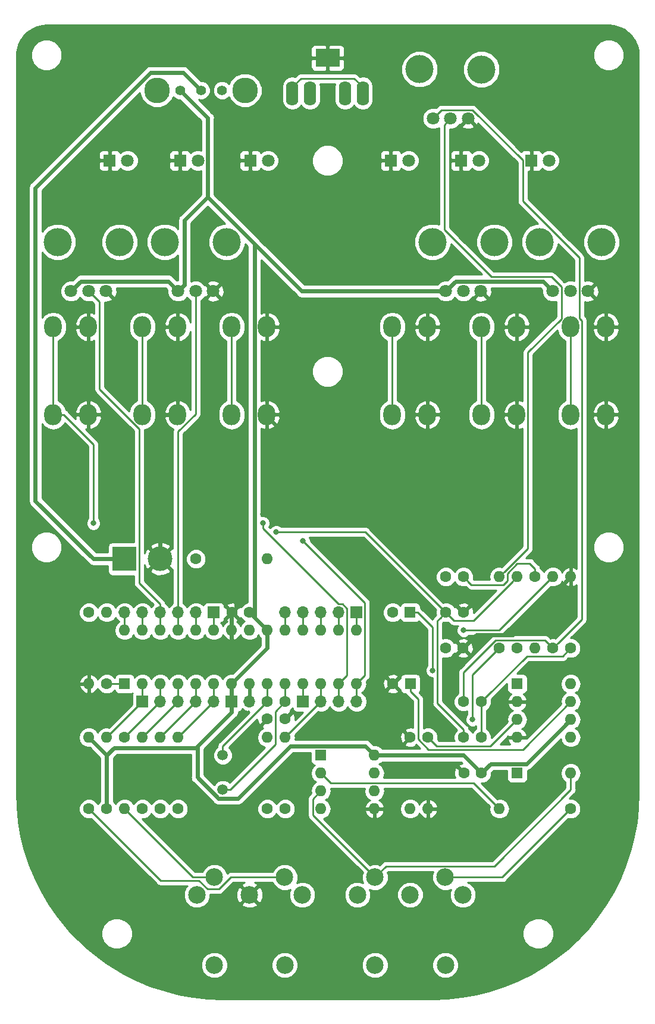
<source format=gbr>
G04 #@! TF.GenerationSoftware,KiCad,Pcbnew,(5.0.1)-3*
G04 #@! TF.CreationDate,2019-10-30T14:47:04+00:00*
G04 #@! TF.ProjectId,drumkid,6472756D6B69642E6B696361645F7063,rev?*
G04 #@! TF.SameCoordinates,Original*
G04 #@! TF.FileFunction,Copper,L1,Top,Signal*
G04 #@! TF.FilePolarity,Positive*
%FSLAX46Y46*%
G04 Gerber Fmt 4.6, Leading zero omitted, Abs format (unit mm)*
G04 Created by KiCad (PCBNEW (5.0.1)-3) date 30/10/2019 14:47:04*
%MOMM*%
%LPD*%
G01*
G04 APERTURE LIST*
G04 #@! TA.AperFunction,ComponentPad*
%ADD10C,1.600000*%
G04 #@! TD*
G04 #@! TA.AperFunction,ComponentPad*
%ADD11R,1.600000X1.600000*%
G04 #@! TD*
G04 #@! TA.AperFunction,ComponentPad*
%ADD12C,3.653000*%
G04 #@! TD*
G04 #@! TA.AperFunction,ComponentPad*
%ADD13C,1.400000*%
G04 #@! TD*
G04 #@! TA.AperFunction,ComponentPad*
%ADD14O,2.500000X3.000000*%
G04 #@! TD*
G04 #@! TA.AperFunction,ComponentPad*
%ADD15C,1.800000*%
G04 #@! TD*
G04 #@! TA.AperFunction,ComponentPad*
%ADD16R,1.800000X1.800000*%
G04 #@! TD*
G04 #@! TA.AperFunction,ComponentPad*
%ADD17O,1.600000X1.600000*%
G04 #@! TD*
G04 #@! TA.AperFunction,ComponentPad*
%ADD18C,2.499360*%
G04 #@! TD*
G04 #@! TA.AperFunction,WasherPad*
%ADD19C,2.499360*%
G04 #@! TD*
G04 #@! TA.AperFunction,ComponentPad*
%ADD20R,3.500000X2.500000*%
G04 #@! TD*
G04 #@! TA.AperFunction,ComponentPad*
%ADD21O,1.750000X3.500000*%
G04 #@! TD*
G04 #@! TA.AperFunction,WasherPad*
%ADD22C,4.000000*%
G04 #@! TD*
G04 #@! TA.AperFunction,ComponentPad*
%ADD23R,3.500120X3.500120*%
G04 #@! TD*
G04 #@! TA.AperFunction,ComponentPad*
%ADD24C,3.500120*%
G04 #@! TD*
G04 #@! TA.AperFunction,ComponentPad*
%ADD25O,1.700000X1.700000*%
G04 #@! TD*
G04 #@! TA.AperFunction,ComponentPad*
%ADD26R,1.700000X1.700000*%
G04 #@! TD*
G04 #@! TA.AperFunction,ComponentPad*
%ADD27C,1.500000*%
G04 #@! TD*
G04 #@! TA.AperFunction,ViaPad*
%ADD28C,0.800000*%
G04 #@! TD*
G04 #@! TA.AperFunction,Conductor*
%ADD29C,0.250000*%
G04 #@! TD*
G04 #@! TA.AperFunction,Conductor*
%ADD30C,0.625000*%
G04 #@! TD*
G04 #@! TA.AperFunction,Conductor*
%ADD31C,0.254000*%
G04 #@! TD*
G04 APERTURE END LIST*
D10*
G04 #@! TO.P,C10,2*
G04 #@! TO.N,Net-(C10-Pad2)*
X109260000Y-114300000D03*
D11*
G04 #@! TO.P,C10,1*
G04 #@! TO.N,Net-(C10-Pad1)*
X111760000Y-114300000D03*
G04 #@! TD*
G04 #@! TO.P,C17,1*
G04 #@! TO.N,Net-(C17-Pad1)*
X111800000Y-124460000D03*
D10*
G04 #@! TO.P,C17,2*
G04 #@! TO.N,GND*
X109300000Y-124460000D03*
G04 #@! TD*
G04 #@! TO.P,C6,1*
G04 #@! TO.N,Net-(C6-Pad1)*
X93980000Y-126960000D03*
G04 #@! TO.P,C6,2*
G04 #@! TO.N,GND*
X93980000Y-129460000D03*
G04 #@! TD*
G04 #@! TO.P,C3,2*
G04 #@! TO.N,GND*
X119300000Y-119380000D03*
G04 #@! TO.P,C3,1*
G04 #@! TO.N,Net-(C3-Pad1)*
X116800000Y-119380000D03*
G04 #@! TD*
G04 #@! TO.P,C4,1*
G04 #@! TO.N,+5V*
X88900000Y-114300000D03*
G04 #@! TO.P,C4,2*
G04 #@! TO.N,GND*
X86400000Y-114300000D03*
G04 #@! TD*
G04 #@! TO.P,C5,2*
G04 #@! TO.N,GND*
X91440000Y-129460000D03*
G04 #@! TO.P,C5,1*
G04 #@! TO.N,Net-(C5-Pad1)*
X91440000Y-126960000D03*
G04 #@! TD*
G04 #@! TO.P,C7,1*
G04 #@! TO.N,Net-(C7-Pad1)*
X119380000Y-127000000D03*
G04 #@! TO.P,C7,2*
G04 #@! TO.N,Net-(C2-Pad2)*
X121880000Y-127000000D03*
G04 #@! TD*
G04 #@! TO.P,C18,2*
G04 #@! TO.N,Net-(C18-Pad2)*
X119340000Y-109220000D03*
G04 #@! TO.P,C18,1*
G04 #@! TO.N,Net-(C10-Pad1)*
X116840000Y-109220000D03*
G04 #@! TD*
G04 #@! TO.P,C2,1*
G04 #@! TO.N,Net-(C1-Pad1)*
X119380000Y-132080000D03*
G04 #@! TO.P,C2,2*
G04 #@! TO.N,Net-(C2-Pad2)*
X121880000Y-132080000D03*
G04 #@! TD*
G04 #@! TO.P,C1,2*
G04 #@! TO.N,GND*
X119340000Y-114300000D03*
G04 #@! TO.P,C1,1*
G04 #@! TO.N,Net-(C1-Pad1)*
X116840000Y-114300000D03*
G04 #@! TD*
G04 #@! TO.P,C16,1*
G04 #@! TO.N,+5V*
X121920000Y-137160000D03*
G04 #@! TO.P,C16,2*
G04 #@! TO.N,GND*
X119420000Y-137160000D03*
G04 #@! TD*
D12*
G04 #@! TO.P,SW1,MH2*
G04 #@! TO.N,N/C*
X88250000Y-40000000D03*
G04 #@! TO.P,SW1,MH1*
X75750000Y-40000000D03*
D13*
G04 #@! TO.P,SW1,3*
G04 #@! TO.N,Net-(SW1-Pad3)*
X85000000Y-40000000D03*
G04 #@! TO.P,SW1,2*
G04 #@! TO.N,Net-(BT1-Pad1)*
X82000000Y-40000000D03*
G04 #@! TO.P,SW1,1*
G04 #@! TO.N,+5V*
X79000000Y-40000000D03*
G04 #@! TD*
D14*
G04 #@! TO.P,SW5,2*
G04 #@! TO.N,GND*
X114220000Y-73660000D03*
G04 #@! TO.P,SW5,1*
G04 #@! TO.N,/DIGITAL_11*
X109220000Y-73660000D03*
G04 #@! TO.P,SW5,2*
G04 #@! TO.N,GND*
X114220000Y-86160000D03*
G04 #@! TO.P,SW5,1*
G04 #@! TO.N,/DIGITAL_11*
X109220000Y-86160000D03*
G04 #@! TD*
G04 #@! TO.P,SW2,1*
G04 #@! TO.N,/DIGITAL_7*
X60960000Y-86160000D03*
G04 #@! TO.P,SW2,2*
G04 #@! TO.N,GND*
X65960000Y-86160000D03*
G04 #@! TO.P,SW2,1*
G04 #@! TO.N,/DIGITAL_7*
X60960000Y-73660000D03*
G04 #@! TO.P,SW2,2*
G04 #@! TO.N,GND*
X65960000Y-73660000D03*
G04 #@! TD*
G04 #@! TO.P,SW3,2*
G04 #@! TO.N,GND*
X78660000Y-73660000D03*
G04 #@! TO.P,SW3,1*
G04 #@! TO.N,/DIGITAL_8*
X73660000Y-73660000D03*
G04 #@! TO.P,SW3,2*
G04 #@! TO.N,GND*
X78660000Y-86160000D03*
G04 #@! TO.P,SW3,1*
G04 #@! TO.N,/DIGITAL_8*
X73660000Y-86160000D03*
G04 #@! TD*
G04 #@! TO.P,SW6,1*
G04 #@! TO.N,/DIGITAL_12*
X121920000Y-86160000D03*
G04 #@! TO.P,SW6,2*
G04 #@! TO.N,GND*
X126920000Y-86160000D03*
G04 #@! TO.P,SW6,1*
G04 #@! TO.N,/DIGITAL_12*
X121920000Y-73660000D03*
G04 #@! TO.P,SW6,2*
G04 #@! TO.N,GND*
X126920000Y-73660000D03*
G04 #@! TD*
G04 #@! TO.P,SW4,2*
G04 #@! TO.N,GND*
X91360000Y-73660000D03*
G04 #@! TO.P,SW4,1*
G04 #@! TO.N,/DIGITAL_10*
X86360000Y-73660000D03*
G04 #@! TO.P,SW4,2*
G04 #@! TO.N,GND*
X91360000Y-86160000D03*
G04 #@! TO.P,SW4,1*
G04 #@! TO.N,/DIGITAL_10*
X86360000Y-86160000D03*
G04 #@! TD*
G04 #@! TO.P,SW7,1*
G04 #@! TO.N,/DIGITAL_13*
X134620000Y-86160000D03*
G04 #@! TO.P,SW7,2*
G04 #@! TO.N,GND*
X139620000Y-86160000D03*
G04 #@! TO.P,SW7,1*
G04 #@! TO.N,/DIGITAL_13*
X134620000Y-73660000D03*
G04 #@! TO.P,SW7,2*
G04 #@! TO.N,GND*
X139620000Y-73660000D03*
G04 #@! TD*
D15*
G04 #@! TO.P,D3,2*
G04 #@! TO.N,Net-(D3-Pad2)*
X91540000Y-50000000D03*
D16*
G04 #@! TO.P,D3,1*
G04 #@! TO.N,GND*
X89000000Y-50000000D03*
G04 #@! TD*
G04 #@! TO.P,D6,1*
G04 #@! TO.N,GND*
X129000000Y-50000000D03*
D15*
G04 #@! TO.P,D6,2*
G04 #@! TO.N,Net-(D6-Pad2)*
X131540000Y-50000000D03*
G04 #@! TD*
G04 #@! TO.P,D5,2*
G04 #@! TO.N,Net-(D5-Pad2)*
X121540000Y-50000000D03*
D16*
G04 #@! TO.P,D5,1*
G04 #@! TO.N,GND*
X119000000Y-50000000D03*
G04 #@! TD*
G04 #@! TO.P,D2,1*
G04 #@! TO.N,GND*
X79000000Y-50000000D03*
D15*
G04 #@! TO.P,D2,2*
G04 #@! TO.N,Net-(D2-Pad2)*
X81540000Y-50000000D03*
G04 #@! TD*
G04 #@! TO.P,D4,2*
G04 #@! TO.N,Net-(D4-Pad2)*
X111540000Y-50000000D03*
D16*
G04 #@! TO.P,D4,1*
G04 #@! TO.N,GND*
X109000000Y-50000000D03*
G04 #@! TD*
G04 #@! TO.P,D7,1*
G04 #@! TO.N,GND*
X69000000Y-50000000D03*
D15*
G04 #@! TO.P,D7,2*
G04 #@! TO.N,Net-(D7-Pad2)*
X71540000Y-50000000D03*
G04 #@! TD*
D17*
G04 #@! TO.P,R5,2*
G04 #@! TO.N,/DIGITAL_4*
X78740000Y-132080000D03*
D10*
G04 #@! TO.P,R5,1*
G04 #@! TO.N,Net-(D4-Pad2)*
X78740000Y-142240000D03*
G04 #@! TD*
G04 #@! TO.P,R12,1*
G04 #@! TO.N,Net-(C7-Pad1)*
X132080000Y-119380000D03*
D17*
G04 #@! TO.P,R12,2*
G04 #@! TO.N,Net-(C3-Pad1)*
X132080000Y-109220000D03*
G04 #@! TD*
G04 #@! TO.P,R11,2*
G04 #@! TO.N,GND*
X129540000Y-119380000D03*
D10*
G04 #@! TO.P,R11,1*
G04 #@! TO.N,Net-(C18-Pad2)*
X129540000Y-109220000D03*
G04 #@! TD*
G04 #@! TO.P,R10,1*
G04 #@! TO.N,Net-(R10-Pad1)*
X114300000Y-132080000D03*
D17*
G04 #@! TO.P,R10,2*
G04 #@! TO.N,GND*
X114300000Y-142240000D03*
G04 #@! TD*
G04 #@! TO.P,R9,2*
G04 #@! TO.N,Net-(R9-Pad2)*
X124460000Y-109220000D03*
D10*
G04 #@! TO.P,R9,1*
G04 #@! TO.N,Net-(R10-Pad1)*
X124460000Y-119380000D03*
G04 #@! TD*
G04 #@! TO.P,R19,1*
G04 #@! TO.N,Net-(D7-Pad2)*
X66040000Y-114300000D03*
D17*
G04 #@! TO.P,R19,2*
G04 #@! TO.N,GND*
X66040000Y-124460000D03*
G04 #@! TD*
G04 #@! TO.P,R18,2*
G04 #@! TO.N,+5V*
X66040000Y-132080000D03*
D10*
G04 #@! TO.P,R18,1*
G04 #@! TO.N,Net-(J3-Pad4)*
X66040000Y-142240000D03*
G04 #@! TD*
G04 #@! TO.P,R8,1*
G04 #@! TO.N,Net-(C3-Pad1)*
X127000000Y-119380000D03*
D17*
G04 #@! TO.P,R8,2*
G04 #@! TO.N,Net-(C1-Pad1)*
X127000000Y-109220000D03*
G04 #@! TD*
G04 #@! TO.P,R6,2*
G04 #@! TO.N,/DIGITAL_5*
X91440000Y-132080000D03*
D10*
G04 #@! TO.P,R6,1*
G04 #@! TO.N,Net-(D5-Pad2)*
X91440000Y-142240000D03*
G04 #@! TD*
G04 #@! TO.P,R3,1*
G04 #@! TO.N,Net-(D2-Pad2)*
X73660000Y-142240000D03*
D17*
G04 #@! TO.P,R3,2*
G04 #@! TO.N,/DIGITAL_2*
X73660000Y-132080000D03*
G04 #@! TD*
G04 #@! TO.P,R2,2*
G04 #@! TO.N,+5V*
X68580000Y-114300000D03*
D10*
G04 #@! TO.P,R2,1*
G04 #@! TO.N,Net-(R2-Pad1)*
X68580000Y-124460000D03*
G04 #@! TD*
G04 #@! TO.P,R1,1*
G04 #@! TO.N,Net-(C1-Pad1)*
X81280000Y-106680000D03*
D17*
G04 #@! TO.P,R1,2*
G04 #@! TO.N,/DIGITAL_9*
X91440000Y-106680000D03*
G04 #@! TD*
G04 #@! TO.P,R13,2*
G04 #@! TO.N,GND*
X134620000Y-109220000D03*
D10*
G04 #@! TO.P,R13,1*
G04 #@! TO.N,Net-(C2-Pad2)*
X134620000Y-119380000D03*
G04 #@! TD*
G04 #@! TO.P,R14,1*
G04 #@! TO.N,Net-(J2-Pad4)*
X134620000Y-142240000D03*
D17*
G04 #@! TO.P,R14,2*
G04 #@! TO.N,Net-(D1-Pad1)*
X124460000Y-142240000D03*
G04 #@! TD*
G04 #@! TO.P,R15,2*
G04 #@! TO.N,Net-(R15-Pad2)*
X111760000Y-142240000D03*
D10*
G04 #@! TO.P,R15,1*
G04 #@! TO.N,GND*
X111760000Y-132080000D03*
G04 #@! TD*
G04 #@! TO.P,R16,1*
G04 #@! TO.N,/DIGITAL_1*
X71120000Y-132080000D03*
D17*
G04 #@! TO.P,R16,2*
G04 #@! TO.N,Net-(J3-Pad5)*
X71120000Y-142240000D03*
G04 #@! TD*
G04 #@! TO.P,R17,2*
G04 #@! TO.N,/DIGITAL_0*
X68580000Y-132080000D03*
D10*
G04 #@! TO.P,R17,1*
G04 #@! TO.N,+5V*
X68580000Y-142240000D03*
G04 #@! TD*
G04 #@! TO.P,R4,1*
G04 #@! TO.N,Net-(D3-Pad2)*
X76200000Y-142240000D03*
D17*
G04 #@! TO.P,R4,2*
G04 #@! TO.N,/DIGITAL_3*
X76200000Y-132080000D03*
G04 #@! TD*
G04 #@! TO.P,R7,2*
G04 #@! TO.N,/DIGITAL_6*
X93980000Y-132080000D03*
D10*
G04 #@! TO.P,R7,1*
G04 #@! TO.N,Net-(D6-Pad2)*
X93980000Y-142240000D03*
G04 #@! TD*
D18*
G04 #@! TO.P,J3,3*
G04 #@! TO.N,Net-(J3-Pad3)*
X81401920Y-154482800D03*
G04 #@! TO.P,J3,4*
G04 #@! TO.N,Net-(J3-Pad4)*
X93896180Y-151980900D03*
G04 #@! TO.P,J3,2*
G04 #@! TO.N,GND*
X88900000Y-154480260D03*
G04 #@! TO.P,J3,1*
G04 #@! TO.N,Net-(J3-Pad1)*
X96398080Y-154482800D03*
G04 #@! TO.P,J3,5*
G04 #@! TO.N,Net-(J3-Pad5)*
X83903820Y-151980900D03*
D19*
G04 #@! TO.P,J3,*
G04 #@! TO.N,*
X93901260Y-164477700D03*
X83898740Y-164477700D03*
G04 #@! TD*
G04 #@! TO.P,J2,*
G04 #@! TO.N,*
X106758740Y-164477700D03*
X116761260Y-164477700D03*
D18*
G04 #@! TO.P,J2,5*
G04 #@! TO.N,Net-(D1-Pad2)*
X106763820Y-151980900D03*
G04 #@! TO.P,J2,1*
G04 #@! TO.N,Net-(J2-Pad1)*
X119258080Y-154482800D03*
G04 #@! TO.P,J2,2*
G04 #@! TO.N,Net-(J2-Pad2)*
X111760000Y-154480260D03*
G04 #@! TO.P,J2,4*
G04 #@! TO.N,Net-(J2-Pad4)*
X116756180Y-151980900D03*
G04 #@! TO.P,J2,3*
G04 #@! TO.N,Net-(J2-Pad3)*
X104261920Y-154482800D03*
G04 #@! TD*
D20*
G04 #@! TO.P,J9,S*
G04 #@! TO.N,GND*
X100000000Y-35404000D03*
D21*
G04 #@! TO.P,J9,TN*
G04 #@! TO.N,Net-(J9-PadTN)*
X102500000Y-40410000D03*
G04 #@! TO.P,J9,RN*
G04 #@! TO.N,Net-(J9-PadRN)*
X97500000Y-40410000D03*
G04 #@! TO.P,J9,T*
G04 #@! TO.N,Net-(C10-Pad2)*
X105000000Y-40410000D03*
G04 #@! TO.P,J9,R*
X95000000Y-40410000D03*
G04 #@! TD*
D15*
G04 #@! TO.P,RV5,3*
G04 #@! TO.N,GND*
X68500000Y-68580000D03*
G04 #@! TO.P,RV5,2*
G04 #@! TO.N,/ANALOG_3*
X66000000Y-68580000D03*
G04 #@! TO.P,RV5,1*
G04 #@! TO.N,+5V*
X63500000Y-68580000D03*
D22*
G04 #@! TO.P,RV5,*
G04 #@! TO.N,*
X70400000Y-61595000D03*
X61600000Y-61580000D03*
G04 #@! TD*
D15*
G04 #@! TO.P,RV2,3*
G04 #@! TO.N,GND*
X137080000Y-68580000D03*
G04 #@! TO.P,RV2,2*
G04 #@! TO.N,/ANALOG_0*
X134580000Y-68580000D03*
G04 #@! TO.P,RV2,1*
G04 #@! TO.N,+5V*
X132080000Y-68580000D03*
D22*
G04 #@! TO.P,RV2,*
G04 #@! TO.N,*
X138980000Y-61595000D03*
X130180000Y-61580000D03*
G04 #@! TD*
D15*
G04 #@! TO.P,RV1,3*
G04 #@! TO.N,GND*
X120000000Y-44000000D03*
G04 #@! TO.P,RV1,2*
G04 #@! TO.N,Net-(R9-Pad2)*
X117500000Y-44000000D03*
G04 #@! TO.P,RV1,1*
G04 #@! TO.N,Net-(C7-Pad1)*
X115000000Y-44000000D03*
D22*
G04 #@! TO.P,RV1,*
G04 #@! TO.N,*
X121900000Y-37015000D03*
X113100000Y-37000000D03*
G04 #@! TD*
D15*
G04 #@! TO.P,RV4,3*
G04 #@! TO.N,GND*
X83740000Y-68580000D03*
G04 #@! TO.P,RV4,2*
G04 #@! TO.N,/ANALOG_2*
X81240000Y-68580000D03*
G04 #@! TO.P,RV4,1*
G04 #@! TO.N,+5V*
X78740000Y-68580000D03*
D22*
G04 #@! TO.P,RV4,*
G04 #@! TO.N,*
X85640000Y-61595000D03*
X76840000Y-61580000D03*
G04 #@! TD*
D15*
G04 #@! TO.P,RV3,3*
G04 #@! TO.N,GND*
X121840000Y-68580000D03*
G04 #@! TO.P,RV3,2*
G04 #@! TO.N,/ANALOG_1*
X119340000Y-68580000D03*
G04 #@! TO.P,RV3,1*
G04 #@! TO.N,+5V*
X116840000Y-68580000D03*
D22*
G04 #@! TO.P,RV3,*
G04 #@! TO.N,*
X123740000Y-61595000D03*
X114940000Y-61580000D03*
G04 #@! TD*
D23*
G04 #@! TO.P,BT1,1*
G04 #@! TO.N,Net-(BT1-Pad1)*
X71120000Y-106680000D03*
D24*
G04 #@! TO.P,BT1,2*
G04 #@! TO.N,GND*
X76200000Y-106680000D03*
G04 #@! TD*
D11*
G04 #@! TO.P,D1,1*
G04 #@! TO.N,Net-(D1-Pad1)*
X127000000Y-137160000D03*
D17*
G04 #@! TO.P,D1,2*
G04 #@! TO.N,Net-(D1-Pad2)*
X134620000Y-137160000D03*
G04 #@! TD*
D11*
G04 #@! TO.P,U1,1*
G04 #@! TO.N,Net-(U1-Pad1)*
X99060000Y-134620000D03*
D17*
G04 #@! TO.P,U1,5*
G04 #@! TO.N,GND*
X106680000Y-142240000D03*
G04 #@! TO.P,U1,2*
G04 #@! TO.N,Net-(D1-Pad1)*
X99060000Y-137160000D03*
G04 #@! TO.P,U1,6*
G04 #@! TO.N,/DIGITAL_0*
X106680000Y-139700000D03*
G04 #@! TO.P,U1,3*
G04 #@! TO.N,Net-(D1-Pad2)*
X99060000Y-139700000D03*
G04 #@! TO.P,U1,7*
G04 #@! TO.N,Net-(R15-Pad2)*
X106680000Y-137160000D03*
G04 #@! TO.P,U1,4*
G04 #@! TO.N,Net-(U1-Pad4)*
X99060000Y-142240000D03*
G04 #@! TO.P,U1,8*
G04 #@! TO.N,+5V*
X106680000Y-134620000D03*
G04 #@! TD*
D25*
G04 #@! TO.P,J1,2*
G04 #@! TO.N,GND*
X88900000Y-127000000D03*
D26*
G04 #@! TO.P,J1,1*
G04 #@! TO.N,+5V*
X86360000Y-127000000D03*
G04 #@! TD*
G04 #@! TO.P,J6,1*
G04 #@! TO.N,/DIGITAL_5*
X96520000Y-127000000D03*
D25*
G04 #@! TO.P,J6,2*
G04 #@! TO.N,/DIGITAL_6*
X99060000Y-127000000D03*
G04 #@! TO.P,J6,3*
G04 #@! TO.N,/DIGITAL_7*
X101600000Y-127000000D03*
G04 #@! TO.P,J6,4*
G04 #@! TO.N,/DIGITAL_8*
X104140000Y-127000000D03*
G04 #@! TD*
G04 #@! TO.P,J8,5*
G04 #@! TO.N,/DIGITAL_13*
X93980000Y-114300000D03*
G04 #@! TO.P,J8,4*
G04 #@! TO.N,/DIGITAL_12*
X96520000Y-114300000D03*
G04 #@! TO.P,J8,3*
G04 #@! TO.N,/DIGITAL_11*
X99060000Y-114300000D03*
G04 #@! TO.P,J8,2*
G04 #@! TO.N,/DIGITAL_10*
X101600000Y-114300000D03*
D26*
G04 #@! TO.P,J8,1*
G04 #@! TO.N,/DIGITAL_9*
X104140000Y-114300000D03*
G04 #@! TD*
G04 #@! TO.P,J5,1*
G04 #@! TO.N,/DIGITAL_0*
X73660000Y-127000000D03*
D25*
G04 #@! TO.P,J5,2*
G04 #@! TO.N,/DIGITAL_1*
X76200000Y-127000000D03*
G04 #@! TO.P,J5,3*
G04 #@! TO.N,/DIGITAL_2*
X78740000Y-127000000D03*
G04 #@! TO.P,J5,4*
G04 #@! TO.N,/DIGITAL_3*
X81280000Y-127000000D03*
G04 #@! TO.P,J5,5*
G04 #@! TO.N,/DIGITAL_4*
X83820000Y-127000000D03*
G04 #@! TD*
D26*
G04 #@! TO.P,J7,1*
G04 #@! TO.N,/ANALOG_0*
X83820000Y-114300000D03*
D25*
G04 #@! TO.P,J7,2*
G04 #@! TO.N,/ANALOG_1*
X81280000Y-114300000D03*
G04 #@! TO.P,J7,3*
G04 #@! TO.N,/ANALOG_2*
X78740000Y-114300000D03*
G04 #@! TO.P,J7,4*
G04 #@! TO.N,/ANALOG_3*
X76200000Y-114300000D03*
G04 #@! TO.P,J7,5*
G04 #@! TO.N,/ANALOG_4*
X73660000Y-114300000D03*
G04 #@! TO.P,J7,6*
G04 #@! TO.N,/ANALOG_5*
X71120000Y-114300000D03*
G04 #@! TD*
D27*
G04 #@! TO.P,Y1,1*
G04 #@! TO.N,Net-(C5-Pad1)*
X85090000Y-134620000D03*
G04 #@! TO.P,Y1,2*
G04 #@! TO.N,Net-(C6-Pad1)*
X85090000Y-139500000D03*
G04 #@! TD*
D11*
G04 #@! TO.P,U2,1*
G04 #@! TO.N,Net-(R2-Pad1)*
X71120000Y-124460000D03*
D17*
G04 #@! TO.P,U2,15*
G04 #@! TO.N,/DIGITAL_9*
X104140000Y-116840000D03*
G04 #@! TO.P,U2,2*
G04 #@! TO.N,/DIGITAL_0*
X73660000Y-124460000D03*
G04 #@! TO.P,U2,16*
G04 #@! TO.N,/DIGITAL_10*
X101600000Y-116840000D03*
G04 #@! TO.P,U2,3*
G04 #@! TO.N,/DIGITAL_1*
X76200000Y-124460000D03*
G04 #@! TO.P,U2,17*
G04 #@! TO.N,/DIGITAL_11*
X99060000Y-116840000D03*
G04 #@! TO.P,U2,4*
G04 #@! TO.N,/DIGITAL_2*
X78740000Y-124460000D03*
G04 #@! TO.P,U2,18*
G04 #@! TO.N,/DIGITAL_12*
X96520000Y-116840000D03*
G04 #@! TO.P,U2,5*
G04 #@! TO.N,/DIGITAL_3*
X81280000Y-124460000D03*
G04 #@! TO.P,U2,19*
G04 #@! TO.N,/DIGITAL_13*
X93980000Y-116840000D03*
G04 #@! TO.P,U2,6*
G04 #@! TO.N,/DIGITAL_4*
X83820000Y-124460000D03*
G04 #@! TO.P,U2,20*
G04 #@! TO.N,+5V*
X91440000Y-116840000D03*
G04 #@! TO.P,U2,7*
X86360000Y-124460000D03*
G04 #@! TO.P,U2,21*
G04 #@! TO.N,Net-(U2-Pad21)*
X88900000Y-116840000D03*
G04 #@! TO.P,U2,8*
G04 #@! TO.N,GND*
X88900000Y-124460000D03*
G04 #@! TO.P,U2,22*
X86360000Y-116840000D03*
G04 #@! TO.P,U2,9*
G04 #@! TO.N,Net-(C5-Pad1)*
X91440000Y-124460000D03*
G04 #@! TO.P,U2,23*
G04 #@! TO.N,/ANALOG_0*
X83820000Y-116840000D03*
G04 #@! TO.P,U2,10*
G04 #@! TO.N,Net-(C6-Pad1)*
X93980000Y-124460000D03*
G04 #@! TO.P,U2,24*
G04 #@! TO.N,/ANALOG_1*
X81280000Y-116840000D03*
G04 #@! TO.P,U2,11*
G04 #@! TO.N,/DIGITAL_5*
X96520000Y-124460000D03*
G04 #@! TO.P,U2,25*
G04 #@! TO.N,/ANALOG_2*
X78740000Y-116840000D03*
G04 #@! TO.P,U2,12*
G04 #@! TO.N,/DIGITAL_6*
X99060000Y-124460000D03*
G04 #@! TO.P,U2,26*
G04 #@! TO.N,/ANALOG_3*
X76200000Y-116840000D03*
G04 #@! TO.P,U2,13*
G04 #@! TO.N,/DIGITAL_7*
X101600000Y-124460000D03*
G04 #@! TO.P,U2,27*
G04 #@! TO.N,/ANALOG_4*
X73660000Y-116840000D03*
G04 #@! TO.P,U2,14*
G04 #@! TO.N,/DIGITAL_8*
X104140000Y-124460000D03*
G04 #@! TO.P,U2,28*
G04 #@! TO.N,/ANALOG_5*
X71120000Y-116840000D03*
G04 #@! TD*
D11*
G04 #@! TO.P,U3,1*
G04 #@! TO.N,Net-(U3-Pad1)*
X127000000Y-124460000D03*
D17*
G04 #@! TO.P,U3,5*
G04 #@! TO.N,Net-(C10-Pad1)*
X134620000Y-132080000D03*
G04 #@! TO.P,U3,2*
G04 #@! TO.N,GND*
X127000000Y-127000000D03*
G04 #@! TO.P,U3,6*
G04 #@! TO.N,+5V*
X134620000Y-129540000D03*
G04 #@! TO.P,U3,3*
G04 #@! TO.N,Net-(R10-Pad1)*
X127000000Y-129540000D03*
G04 #@! TO.P,U3,7*
G04 #@! TO.N,Net-(C17-Pad1)*
X134620000Y-127000000D03*
G04 #@! TO.P,U3,4*
G04 #@! TO.N,GND*
X127000000Y-132080000D03*
G04 #@! TO.P,U3,8*
G04 #@! TO.N,Net-(U3-Pad8)*
X134620000Y-124460000D03*
G04 #@! TD*
D28*
G04 #@! TO.N,GND*
X86360000Y-121285000D03*
X90805000Y-100330000D03*
X86995000Y-100330000D03*
X117475000Y-123825000D03*
G04 #@! TO.N,Net-(C3-Pad1)*
X119380000Y-116840000D03*
G04 #@! TO.N,Net-(C1-Pad1)*
X92710000Y-102870000D03*
G04 #@! TO.N,Net-(R10-Pad1)*
X120650000Y-129540000D03*
G04 #@! TO.N,Net-(C10-Pad1)*
X114935000Y-122555000D03*
G04 #@! TO.N,/DIGITAL_7*
X90805000Y-101600000D03*
X66675000Y-101600000D03*
G04 #@! TO.N,/DIGITAL_8*
X96520000Y-104140000D03*
G04 #@! TD*
D29*
G04 #@! TO.N,GND*
X65960000Y-86160000D02*
X65960000Y-73660000D01*
X78660000Y-86160000D02*
X78660000Y-73660000D01*
X91360000Y-86160000D02*
X91360000Y-73660000D01*
X114220000Y-75410000D02*
X114220000Y-86160000D01*
X114220000Y-73660000D02*
X114220000Y-75410000D01*
X126920000Y-73660000D02*
X126920000Y-86160000D01*
X139620000Y-73660000D02*
X139620000Y-86160000D01*
D30*
X86360000Y-121285000D02*
X86360000Y-116840000D01*
X86360000Y-114340000D02*
X86400000Y-114300000D01*
X86360000Y-116840000D02*
X86360000Y-114340000D01*
X133820001Y-110019999D02*
X134620000Y-109220000D01*
X126362490Y-117477510D02*
X133820001Y-110019999D01*
X121202490Y-117477510D02*
X126362490Y-117477510D01*
X119300000Y-119380000D02*
X121202490Y-117477510D01*
X91360000Y-86320000D02*
X91360000Y-86160000D01*
X76785000Y-86160000D02*
X78660000Y-86160000D01*
X76200000Y-86745000D02*
X76785000Y-86160000D01*
X76200000Y-106680000D02*
X76200000Y-86745000D01*
X105370000Y-100330000D02*
X90805000Y-100330000D01*
X108545000Y-103505000D02*
X105370000Y-100330000D01*
X108545000Y-103505000D02*
X91360000Y-86320000D01*
X119340000Y-114300000D02*
X108545000Y-103505000D01*
X86995000Y-113705000D02*
X86400000Y-114300000D01*
X86995000Y-100330000D02*
X86995000Y-113705000D01*
X119300000Y-119380000D02*
X117475000Y-121205000D01*
X117475000Y-121205000D02*
X117475000Y-123825000D01*
D29*
G04 #@! TO.N,Net-(C10-Pad2)*
X95000000Y-39535000D02*
X95000000Y-40410000D01*
X96200010Y-38334990D02*
X95000000Y-39535000D01*
X103799990Y-38334990D02*
X96200010Y-38334990D01*
X105000000Y-39535000D02*
X103799990Y-38334990D01*
X105000000Y-40410000D02*
X105000000Y-39535000D01*
G04 #@! TO.N,/ANALOG_3*
X76200000Y-116840000D02*
X76200000Y-114300000D01*
X66899999Y-69479999D02*
X66000000Y-68580000D01*
X67535010Y-70115010D02*
X66899999Y-69479999D01*
X67535010Y-82512410D02*
X67535010Y-70115010D01*
X73195061Y-110092980D02*
X73195061Y-88172461D01*
X73195061Y-88172461D02*
X67535010Y-82512410D01*
X76200000Y-113097919D02*
X73195061Y-110092980D01*
X76200000Y-114300000D02*
X76200000Y-113097919D01*
D30*
G04 #@! TO.N,+5V*
X90640001Y-116040001D02*
X91440000Y-116840000D01*
X89597490Y-114997490D02*
X90640001Y-116040001D01*
X89597490Y-61833988D02*
X89597490Y-114997490D01*
X82952501Y-43952501D02*
X82952501Y-55188999D01*
X79000000Y-40000000D02*
X82952501Y-43952501D01*
X88900000Y-114300000D02*
X91440000Y-116840000D01*
X91440000Y-119380000D02*
X91440000Y-116840000D01*
X86360000Y-124460000D02*
X91440000Y-119380000D01*
X86360000Y-127000000D02*
X86360000Y-124460000D01*
X131180001Y-67680001D02*
X132080000Y-68580000D01*
X96343502Y-68580000D02*
X89358502Y-61595000D01*
X82952501Y-55188999D02*
X89358502Y-61595000D01*
X89358502Y-61595000D02*
X89597490Y-61833988D01*
X79639999Y-58501501D02*
X82952501Y-55188999D01*
X78740000Y-68580000D02*
X79639999Y-67680001D01*
X79639999Y-67680001D02*
X79639999Y-58501501D01*
X77840001Y-67680001D02*
X78740000Y-68580000D01*
X77327499Y-67167499D02*
X77840001Y-67680001D01*
X64912501Y-67167499D02*
X77327499Y-67167499D01*
X63500000Y-68580000D02*
X64912501Y-67167499D01*
X96343502Y-68580000D02*
X116840000Y-68580000D01*
X130667499Y-67167499D02*
X131180001Y-67680001D01*
X118252501Y-67167499D02*
X130667499Y-67167499D01*
X116840000Y-68580000D02*
X118252501Y-67167499D01*
X68580000Y-134620000D02*
X66040000Y-132080000D01*
X68580000Y-142240000D02*
X68580000Y-134620000D01*
X86360000Y-128475000D02*
X86360000Y-127000000D01*
X69642501Y-133557499D02*
X81277501Y-133557499D01*
X68580000Y-134620000D02*
X69642501Y-133557499D01*
X119380000Y-134620000D02*
X106680000Y-134620000D01*
X121920000Y-137160000D02*
X119380000Y-134620000D01*
X81485000Y-137763502D02*
X81485000Y-133350000D01*
X84483999Y-140762501D02*
X81485000Y-137763502D01*
X87240001Y-140762501D02*
X84483999Y-140762501D01*
X94695003Y-133307499D02*
X87240001Y-140762501D01*
X105367499Y-133307499D02*
X94695003Y-133307499D01*
X106680000Y-134620000D02*
X105367499Y-133307499D01*
X81485000Y-133350000D02*
X86360000Y-128475000D01*
X81277501Y-133557499D02*
X81485000Y-133350000D01*
X133820001Y-130339999D02*
X134620000Y-129540000D01*
X128312501Y-135847499D02*
X133820001Y-130339999D01*
X123232501Y-135847499D02*
X128312501Y-135847499D01*
X121920000Y-137160000D02*
X123232501Y-135847499D01*
D29*
G04 #@! TO.N,/ANALOG_1*
X81280000Y-116840000D02*
X81280000Y-114300000D01*
G04 #@! TO.N,/ANALOG_2*
X78740000Y-115708630D02*
X78740000Y-114300000D01*
X78740000Y-116840000D02*
X78740000Y-115708630D01*
X81240000Y-69852792D02*
X81240000Y-68580000D01*
X81240000Y-86057400D02*
X81240000Y-69852792D01*
X78740000Y-88557400D02*
X81240000Y-86057400D01*
X78740000Y-114300000D02*
X78740000Y-88557400D01*
G04 #@! TO.N,Net-(C7-Pad1)*
X119380000Y-125868630D02*
X119380000Y-127000000D01*
X119380000Y-122794998D02*
X119380000Y-125868630D01*
X123919999Y-118254999D02*
X119380000Y-122794998D01*
X130954999Y-118254999D02*
X123919999Y-118254999D01*
X132080000Y-119380000D02*
X130954999Y-118254999D01*
X132879999Y-118580001D02*
X132080000Y-119380000D01*
X136195010Y-72757610D02*
X136195010Y-115264990D01*
X135854999Y-63813997D02*
X135854999Y-72417599D01*
X127774999Y-55733997D02*
X135854999Y-63813997D01*
X136195010Y-115264990D02*
X132879999Y-118580001D01*
X127774999Y-49961997D02*
X127774999Y-55733997D01*
X120588001Y-42774999D02*
X127774999Y-49961997D01*
X135854999Y-72417599D02*
X136195010Y-72757610D01*
X116225001Y-42774999D02*
X120588001Y-42774999D01*
X115000000Y-44000000D02*
X116225001Y-42774999D01*
G04 #@! TO.N,Net-(R9-Pad2)*
X125259999Y-108420001D02*
X124460000Y-109220000D01*
X128495010Y-105184990D02*
X125259999Y-108420001D01*
X128495010Y-77307590D02*
X128495010Y-105184990D01*
X133305001Y-72497599D02*
X128495010Y-77307590D01*
X133305001Y-67991999D02*
X133305001Y-72497599D01*
X131842991Y-66529989D02*
X133305001Y-67991999D01*
X123330991Y-66529989D02*
X131842991Y-66529989D01*
X116600001Y-59798999D02*
X123330991Y-66529989D01*
X116600001Y-44899999D02*
X116600001Y-59798999D01*
X117500000Y-44000000D02*
X116600001Y-44899999D01*
G04 #@! TO.N,/ANALOG_0*
X83820000Y-116840000D02*
X83820000Y-114300000D01*
D30*
G04 #@! TO.N,Net-(BT1-Pad1)*
X74823278Y-37465000D02*
X58420000Y-53868278D01*
X82000000Y-40000000D02*
X79465000Y-37465000D01*
X79465000Y-37465000D02*
X74823278Y-37465000D01*
X58420000Y-53868278D02*
X58420000Y-98425000D01*
X66675000Y-106680000D02*
X71120000Y-106680000D01*
X58420000Y-98425000D02*
X66675000Y-106680000D01*
D29*
G04 #@! TO.N,/DIGITAL_5*
X96520000Y-127000000D02*
X96520000Y-124460000D01*
G04 #@! TO.N,Net-(C3-Pad1)*
X132080000Y-109220000D02*
X124460000Y-116840000D01*
X124460000Y-116840000D02*
X119380000Y-116840000D01*
G04 #@! TO.N,/DIGITAL_6*
X99060000Y-127000000D02*
X99060000Y-124460000D01*
X99060000Y-127000000D02*
X93980000Y-132080000D01*
G04 #@! TO.N,Net-(C1-Pad1)*
X117639999Y-115099999D02*
X116840000Y-114300000D01*
X126200001Y-110019999D02*
X127000000Y-109220000D01*
X120794999Y-115425001D02*
X126200001Y-110019999D01*
X117965001Y-115425001D02*
X120794999Y-115425001D01*
X116840000Y-114300000D02*
X117965001Y-115425001D01*
X116840000Y-114300000D02*
X105410000Y-102870000D01*
X105410000Y-102870000D02*
X92710000Y-102870000D01*
X116040001Y-115099999D02*
X116840000Y-114300000D01*
X115660001Y-115479999D02*
X116040001Y-115099999D01*
X115660001Y-127228631D02*
X115660001Y-115479999D01*
X119380000Y-130948630D02*
X115660001Y-127228631D01*
X119380000Y-132080000D02*
X119380000Y-130948630D01*
G04 #@! TO.N,Net-(R10-Pad1)*
X115099999Y-132879999D02*
X114300000Y-132080000D01*
X115570000Y-133350000D02*
X115099999Y-132879999D01*
X123190000Y-133350000D02*
X115570000Y-133350000D01*
X127000000Y-129540000D02*
X123190000Y-133350000D01*
X120650000Y-123190000D02*
X124460000Y-119380000D01*
X120650000Y-129540000D02*
X120650000Y-123190000D01*
G04 #@! TO.N,/DIGITAL_9*
X104140000Y-116840000D02*
X104140000Y-114300000D01*
G04 #@! TO.N,/DIGITAL_2*
X78740000Y-127000000D02*
X73660000Y-132080000D01*
X78740000Y-127000000D02*
X78740000Y-124460000D01*
G04 #@! TO.N,Net-(C18-Pad2)*
X120139999Y-110019999D02*
X119340000Y-109220000D01*
X125000001Y-110345001D02*
X120465001Y-110345001D01*
X125585001Y-108731409D02*
X125585001Y-109760001D01*
X120465001Y-110345001D02*
X120139999Y-110019999D01*
X127001410Y-107315000D02*
X125585001Y-108731409D01*
X128766370Y-107315000D02*
X127001410Y-107315000D01*
X129540000Y-108088630D02*
X128766370Y-107315000D01*
X125585001Y-109760001D02*
X125000001Y-110345001D01*
X129540000Y-109220000D02*
X129540000Y-108088630D01*
G04 #@! TO.N,Net-(C2-Pad2)*
X122679999Y-126200001D02*
X121880000Y-127000000D01*
X128374999Y-120505001D02*
X122679999Y-126200001D01*
X133494999Y-120505001D02*
X128374999Y-120505001D01*
X134620000Y-119380000D02*
X133494999Y-120505001D01*
X121880000Y-132080000D02*
X121880000Y-127000000D01*
G04 #@! TO.N,/DIGITAL_3*
X81280000Y-127000000D02*
X76200000Y-132080000D01*
X81280000Y-127000000D02*
X81280000Y-124460000D01*
G04 #@! TO.N,/DIGITAL_4*
X83820000Y-127000000D02*
X78740000Y-132080000D01*
X83820000Y-127000000D02*
X83820000Y-124460000D01*
G04 #@! TO.N,Net-(R2-Pad1)*
X71120000Y-124460000D02*
X68580000Y-124460000D01*
G04 #@! TO.N,Net-(C10-Pad1)*
X112810000Y-114300000D02*
X111760000Y-114300000D01*
X114935000Y-116425000D02*
X112810000Y-114300000D01*
X114935000Y-122555000D02*
X114935000Y-116425000D01*
G04 #@! TO.N,Net-(C17-Pad1)*
X111800000Y-125510000D02*
X111800000Y-124460000D01*
X112885001Y-126595001D02*
X111800000Y-125510000D01*
X112885001Y-132330003D02*
X112885001Y-126595001D01*
X114355007Y-133800009D02*
X112885001Y-132330003D01*
X127819991Y-133800009D02*
X114355007Y-133800009D01*
X134620000Y-127000000D02*
X127819991Y-133800009D01*
G04 #@! TO.N,/DIGITAL_0*
X73660000Y-127000000D02*
X68580000Y-132080000D01*
X73660000Y-127000000D02*
X73660000Y-124460000D01*
G04 #@! TO.N,/DIGITAL_10*
X86360000Y-84410000D02*
X86360000Y-73660000D01*
X86360000Y-86160000D02*
X86360000Y-84410000D01*
X101600000Y-116840000D02*
X101600000Y-114300000D01*
G04 #@! TO.N,/DIGITAL_1*
X76200000Y-127000000D02*
X71120000Y-132080000D01*
X76200000Y-127000000D02*
X76200000Y-124460000D01*
G04 #@! TO.N,/DIGITAL_11*
X109220000Y-84410000D02*
X109220000Y-73660000D01*
X109220000Y-86160000D02*
X109220000Y-84410000D01*
X99060000Y-116840000D02*
X99060000Y-114300000D01*
G04 #@! TO.N,/DIGITAL_12*
X121920000Y-84410000D02*
X121920000Y-73660000D01*
X121920000Y-86160000D02*
X121920000Y-84410000D01*
X96520000Y-116840000D02*
X96520000Y-114300000D01*
G04 #@! TO.N,/DIGITAL_13*
X134620000Y-86160000D02*
X134620000Y-73660000D01*
X93980000Y-116840000D02*
X93980000Y-114300000D01*
G04 #@! TO.N,Net-(C5-Pad1)*
X91440000Y-124460000D02*
X91440000Y-126960000D01*
X85090000Y-133310000D02*
X91440000Y-126960000D01*
X85090000Y-134620000D02*
X85090000Y-133310000D01*
G04 #@! TO.N,Net-(C6-Pad1)*
X93980000Y-124460000D02*
X93980000Y-126960000D01*
X86150660Y-139500000D02*
X85090000Y-139500000D01*
X92565001Y-133085659D02*
X86150660Y-139500000D01*
X92565001Y-128374999D02*
X92565001Y-133085659D01*
X93980000Y-126960000D02*
X92565001Y-128374999D01*
G04 #@! TO.N,/DIGITAL_7*
X60960000Y-86160000D02*
X60960000Y-73660000D01*
X101600000Y-127000000D02*
X101600000Y-124460000D01*
X102775001Y-123284999D02*
X102775001Y-113735999D01*
X101600000Y-124460000D02*
X102775001Y-123284999D01*
X102775001Y-113735999D02*
X102164001Y-113124999D01*
X102164001Y-113124999D02*
X101600000Y-113124999D01*
X101600000Y-113124999D02*
X90805000Y-102329999D01*
X90805000Y-102329999D02*
X90805000Y-101600000D01*
X62460000Y-86160000D02*
X60960000Y-86160000D01*
X66675000Y-90375000D02*
X62460000Y-86160000D01*
X66675000Y-101600000D02*
X66675000Y-90375000D01*
G04 #@! TO.N,/ANALOG_4*
X73660000Y-116840000D02*
X73660000Y-114300000D01*
G04 #@! TO.N,/DIGITAL_8*
X73660000Y-86160000D02*
X73660000Y-73660000D01*
X104140000Y-127000000D02*
X104140000Y-124460000D01*
X105315001Y-112935001D02*
X96520000Y-104140000D01*
X104140000Y-124460000D02*
X105315001Y-123284999D01*
X105315001Y-123284999D02*
X105315001Y-112935001D01*
G04 #@! TO.N,/ANALOG_5*
X71120000Y-116840000D02*
X71120000Y-114300000D01*
G04 #@! TO.N,Net-(J2-Pad4)*
X124879100Y-151980900D02*
X134620000Y-142240000D01*
X116756180Y-151980900D02*
X124879100Y-151980900D01*
G04 #@! TO.N,Net-(D1-Pad1)*
X123660001Y-141440001D02*
X124460000Y-142240000D01*
X120794999Y-138574999D02*
X123660001Y-141440001D01*
X100474999Y-138574999D02*
X120794999Y-138574999D01*
X99060000Y-137160000D02*
X100474999Y-138574999D01*
G04 #@! TO.N,Net-(J3-Pad4)*
X66839999Y-143039999D02*
X66040000Y-142240000D01*
X76230910Y-152430910D02*
X66839999Y-143039999D01*
X81680559Y-152430910D02*
X76230910Y-152430910D01*
X82919649Y-153670000D02*
X81680559Y-152430910D01*
X84545249Y-153670000D02*
X82919649Y-153670000D01*
X86234349Y-151980900D02*
X84545249Y-153670000D01*
X93896180Y-151980900D02*
X86234349Y-151980900D01*
G04 #@! TO.N,Net-(J3-Pad5)*
X80860900Y-151980900D02*
X83903820Y-151980900D01*
X71120000Y-142240000D02*
X80860900Y-151980900D01*
G04 #@! TO.N,Net-(D1-Pad2)*
X108338501Y-150406219D02*
X123736219Y-150406219D01*
X106763820Y-151980900D02*
X108338501Y-150406219D01*
X134620000Y-139522438D02*
X134620000Y-137160000D01*
X123736219Y-150406219D02*
X134620000Y-139522438D01*
X105514141Y-150731221D02*
X106763820Y-151980900D01*
X97934999Y-143152079D02*
X105514141Y-150731221D01*
X97934999Y-140825001D02*
X97934999Y-143152079D01*
X99060000Y-139700000D02*
X97934999Y-140825001D01*
G04 #@! TD*
D31*
G04 #@! TO.N,GND*
G36*
X140754747Y-30805281D02*
X141485643Y-31005231D01*
X142169575Y-31331450D01*
X142784928Y-31773626D01*
X143312259Y-32317789D01*
X143734886Y-32946726D01*
X144039463Y-33640570D01*
X144217715Y-34383039D01*
X144265000Y-35026949D01*
X144265001Y-139986810D01*
X144189634Y-142092345D01*
X143965335Y-144173970D01*
X143592779Y-146234234D01*
X143073870Y-148262597D01*
X142411274Y-150248645D01*
X141608366Y-152182261D01*
X140669274Y-154053507D01*
X139598785Y-155852836D01*
X138402401Y-157571009D01*
X137086217Y-159199262D01*
X135656998Y-160729233D01*
X134122043Y-162153108D01*
X132489220Y-163463585D01*
X130766874Y-164653973D01*
X128963821Y-165718172D01*
X127089308Y-166650728D01*
X125152901Y-167446881D01*
X123164547Y-168102542D01*
X121134394Y-168614365D01*
X119072830Y-168979730D01*
X116989798Y-169196827D01*
X114987502Y-169265000D01*
X85013163Y-169265000D01*
X82907655Y-169189634D01*
X80826030Y-168965335D01*
X78765766Y-168592779D01*
X76737403Y-168073870D01*
X74751355Y-167411274D01*
X72817739Y-166608366D01*
X70946493Y-165669274D01*
X69147164Y-164598785D01*
X68434882Y-164102814D01*
X82014060Y-164102814D01*
X82014060Y-164852586D01*
X82300985Y-165545285D01*
X82831155Y-166075455D01*
X83523854Y-166362380D01*
X84273626Y-166362380D01*
X84966325Y-166075455D01*
X85496495Y-165545285D01*
X85783420Y-164852586D01*
X85783420Y-164102814D01*
X92016580Y-164102814D01*
X92016580Y-164852586D01*
X92303505Y-165545285D01*
X92833675Y-166075455D01*
X93526374Y-166362380D01*
X94276146Y-166362380D01*
X94968845Y-166075455D01*
X95499015Y-165545285D01*
X95785940Y-164852586D01*
X95785940Y-164102814D01*
X104874060Y-164102814D01*
X104874060Y-164852586D01*
X105160985Y-165545285D01*
X105691155Y-166075455D01*
X106383854Y-166362380D01*
X107133626Y-166362380D01*
X107826325Y-166075455D01*
X108356495Y-165545285D01*
X108643420Y-164852586D01*
X108643420Y-164102814D01*
X114876580Y-164102814D01*
X114876580Y-164852586D01*
X115163505Y-165545285D01*
X115693675Y-166075455D01*
X116386374Y-166362380D01*
X117136146Y-166362380D01*
X117828845Y-166075455D01*
X118359015Y-165545285D01*
X118645940Y-164852586D01*
X118645940Y-164102814D01*
X118359015Y-163410115D01*
X117828845Y-162879945D01*
X117136146Y-162593020D01*
X116386374Y-162593020D01*
X115693675Y-162879945D01*
X115163505Y-163410115D01*
X114876580Y-164102814D01*
X108643420Y-164102814D01*
X108356495Y-163410115D01*
X107826325Y-162879945D01*
X107133626Y-162593020D01*
X106383854Y-162593020D01*
X105691155Y-162879945D01*
X105160985Y-163410115D01*
X104874060Y-164102814D01*
X95785940Y-164102814D01*
X95499015Y-163410115D01*
X94968845Y-162879945D01*
X94276146Y-162593020D01*
X93526374Y-162593020D01*
X92833675Y-162879945D01*
X92303505Y-163410115D01*
X92016580Y-164102814D01*
X85783420Y-164102814D01*
X85496495Y-163410115D01*
X84966325Y-162879945D01*
X84273626Y-162593020D01*
X83523854Y-162593020D01*
X82831155Y-162879945D01*
X82300985Y-163410115D01*
X82014060Y-164102814D01*
X68434882Y-164102814D01*
X67428991Y-163402401D01*
X65800738Y-162086217D01*
X64270767Y-160656998D01*
X63248918Y-159555431D01*
X67765000Y-159555431D01*
X67765000Y-160444569D01*
X68105259Y-161266026D01*
X68733974Y-161894741D01*
X69555431Y-162235000D01*
X70444569Y-162235000D01*
X71266026Y-161894741D01*
X71894741Y-161266026D01*
X72235000Y-160444569D01*
X72235000Y-159555431D01*
X127765000Y-159555431D01*
X127765000Y-160444569D01*
X128105259Y-161266026D01*
X128733974Y-161894741D01*
X129555431Y-162235000D01*
X130444569Y-162235000D01*
X131266026Y-161894741D01*
X131894741Y-161266026D01*
X132235000Y-160444569D01*
X132235000Y-159555431D01*
X131894741Y-158733974D01*
X131266026Y-158105259D01*
X130444569Y-157765000D01*
X129555431Y-157765000D01*
X128733974Y-158105259D01*
X128105259Y-158733974D01*
X127765000Y-159555431D01*
X72235000Y-159555431D01*
X71894741Y-158733974D01*
X71266026Y-158105259D01*
X70444569Y-157765000D01*
X69555431Y-157765000D01*
X68733974Y-158105259D01*
X68105259Y-158733974D01*
X67765000Y-159555431D01*
X63248918Y-159555431D01*
X62846892Y-159122043D01*
X61536415Y-157489220D01*
X60346027Y-155766874D01*
X59281828Y-153963821D01*
X58349272Y-152089308D01*
X57553119Y-150152901D01*
X56897458Y-148164547D01*
X56385635Y-146134394D01*
X56020270Y-144072830D01*
X55803173Y-141989798D01*
X55735000Y-139987502D01*
X55735000Y-124809041D01*
X64648086Y-124809041D01*
X64887611Y-125315134D01*
X65302577Y-125691041D01*
X65690961Y-125851904D01*
X65913000Y-125729915D01*
X65913000Y-124587000D01*
X64769371Y-124587000D01*
X64648086Y-124809041D01*
X55735000Y-124809041D01*
X55735000Y-124110959D01*
X64648086Y-124110959D01*
X64769371Y-124333000D01*
X65913000Y-124333000D01*
X65913000Y-123190085D01*
X65690961Y-123068096D01*
X65302577Y-123228959D01*
X64887611Y-123604866D01*
X64648086Y-124110959D01*
X55735000Y-124110959D01*
X55735000Y-104555431D01*
X57765000Y-104555431D01*
X57765000Y-105444569D01*
X58105259Y-106266026D01*
X58733974Y-106894741D01*
X59555431Y-107235000D01*
X60444569Y-107235000D01*
X61266026Y-106894741D01*
X61894741Y-106266026D01*
X62235000Y-105444569D01*
X62235000Y-104555431D01*
X61894741Y-103733974D01*
X61266026Y-103105259D01*
X60444569Y-102765000D01*
X59555431Y-102765000D01*
X58733974Y-103105259D01*
X58105259Y-103733974D01*
X57765000Y-104555431D01*
X55735000Y-104555431D01*
X55735000Y-53868278D01*
X57453938Y-53868278D01*
X57472500Y-53961595D01*
X57472501Y-98331678D01*
X57453938Y-98425000D01*
X57527475Y-98794695D01*
X57527476Y-98794696D01*
X57736892Y-99108109D01*
X57816004Y-99160970D01*
X65939030Y-107283997D01*
X65991891Y-107363109D01*
X66071002Y-107415969D01*
X66305304Y-107572525D01*
X66675000Y-107646062D01*
X66768317Y-107627500D01*
X68722500Y-107627500D01*
X68722500Y-108430060D01*
X68771783Y-108677825D01*
X68912131Y-108887869D01*
X69122175Y-109028217D01*
X69369940Y-109077500D01*
X72435061Y-109077500D01*
X72435061Y-110018133D01*
X72420173Y-110092980D01*
X72435061Y-110167827D01*
X72435061Y-110167831D01*
X72479157Y-110389516D01*
X72647132Y-110640909D01*
X72710591Y-110683311D01*
X75205673Y-113178394D01*
X75129375Y-113229375D01*
X74930000Y-113527761D01*
X74730625Y-113229375D01*
X74239418Y-112901161D01*
X73806256Y-112815000D01*
X73513744Y-112815000D01*
X73080582Y-112901161D01*
X72589375Y-113229375D01*
X72390000Y-113527761D01*
X72190625Y-113229375D01*
X71699418Y-112901161D01*
X71266256Y-112815000D01*
X70973744Y-112815000D01*
X70540582Y-112901161D01*
X70049375Y-113229375D01*
X69819933Y-113572760D01*
X69614577Y-113265423D01*
X69139909Y-112948260D01*
X68721333Y-112865000D01*
X68438667Y-112865000D01*
X68020091Y-112948260D01*
X67545423Y-113265423D01*
X67310394Y-113617168D01*
X67256534Y-113487138D01*
X66852862Y-113083466D01*
X66325439Y-112865000D01*
X65754561Y-112865000D01*
X65227138Y-113083466D01*
X64823466Y-113487138D01*
X64605000Y-114014561D01*
X64605000Y-114585439D01*
X64823466Y-115112862D01*
X65227138Y-115516534D01*
X65754561Y-115735000D01*
X66325439Y-115735000D01*
X66852862Y-115516534D01*
X67256534Y-115112862D01*
X67310394Y-114982832D01*
X67545423Y-115334577D01*
X68020091Y-115651740D01*
X68438667Y-115735000D01*
X68721333Y-115735000D01*
X69139909Y-115651740D01*
X69614577Y-115334577D01*
X69819933Y-115027240D01*
X70049375Y-115370625D01*
X70360000Y-115578178D01*
X70360000Y-115621956D01*
X70085423Y-115805423D01*
X69768260Y-116280091D01*
X69656887Y-116840000D01*
X69768260Y-117399909D01*
X70085423Y-117874577D01*
X70560091Y-118191740D01*
X70978667Y-118275000D01*
X71261333Y-118275000D01*
X71679909Y-118191740D01*
X72154577Y-117874577D01*
X72390000Y-117522242D01*
X72625423Y-117874577D01*
X73100091Y-118191740D01*
X73518667Y-118275000D01*
X73801333Y-118275000D01*
X74219909Y-118191740D01*
X74694577Y-117874577D01*
X74930000Y-117522242D01*
X75165423Y-117874577D01*
X75640091Y-118191740D01*
X76058667Y-118275000D01*
X76341333Y-118275000D01*
X76759909Y-118191740D01*
X77234577Y-117874577D01*
X77470000Y-117522242D01*
X77705423Y-117874577D01*
X78180091Y-118191740D01*
X78598667Y-118275000D01*
X78881333Y-118275000D01*
X79299909Y-118191740D01*
X79774577Y-117874577D01*
X80010000Y-117522242D01*
X80245423Y-117874577D01*
X80720091Y-118191740D01*
X81138667Y-118275000D01*
X81421333Y-118275000D01*
X81839909Y-118191740D01*
X82314577Y-117874577D01*
X82550000Y-117522242D01*
X82785423Y-117874577D01*
X83260091Y-118191740D01*
X83678667Y-118275000D01*
X83961333Y-118275000D01*
X84379909Y-118191740D01*
X84854577Y-117874577D01*
X85110947Y-117490892D01*
X85207611Y-117695134D01*
X85622577Y-118071041D01*
X86010961Y-118231904D01*
X86233000Y-118109915D01*
X86233000Y-116967000D01*
X86213000Y-116967000D01*
X86213000Y-116713000D01*
X86233000Y-116713000D01*
X86233000Y-116693000D01*
X86487000Y-116693000D01*
X86487000Y-116713000D01*
X86507000Y-116713000D01*
X86507000Y-116967000D01*
X86487000Y-116967000D01*
X86487000Y-118109915D01*
X86709039Y-118231904D01*
X87097423Y-118071041D01*
X87512389Y-117695134D01*
X87609053Y-117490892D01*
X87865423Y-117874577D01*
X88340091Y-118191740D01*
X88758667Y-118275000D01*
X89041333Y-118275000D01*
X89459909Y-118191740D01*
X89934577Y-117874577D01*
X90170000Y-117522242D01*
X90405423Y-117874577D01*
X90492501Y-117932760D01*
X90492500Y-118987533D01*
X86455034Y-123025000D01*
X86218667Y-123025000D01*
X85800091Y-123108260D01*
X85325423Y-123425423D01*
X85090000Y-123777758D01*
X84854577Y-123425423D01*
X84379909Y-123108260D01*
X83961333Y-123025000D01*
X83678667Y-123025000D01*
X83260091Y-123108260D01*
X82785423Y-123425423D01*
X82550000Y-123777758D01*
X82314577Y-123425423D01*
X81839909Y-123108260D01*
X81421333Y-123025000D01*
X81138667Y-123025000D01*
X80720091Y-123108260D01*
X80245423Y-123425423D01*
X80010000Y-123777758D01*
X79774577Y-123425423D01*
X79299909Y-123108260D01*
X78881333Y-123025000D01*
X78598667Y-123025000D01*
X78180091Y-123108260D01*
X77705423Y-123425423D01*
X77470000Y-123777758D01*
X77234577Y-123425423D01*
X76759909Y-123108260D01*
X76341333Y-123025000D01*
X76058667Y-123025000D01*
X75640091Y-123108260D01*
X75165423Y-123425423D01*
X74930000Y-123777758D01*
X74694577Y-123425423D01*
X74219909Y-123108260D01*
X73801333Y-123025000D01*
X73518667Y-123025000D01*
X73100091Y-123108260D01*
X72625423Y-123425423D01*
X72544785Y-123546106D01*
X72518157Y-123412235D01*
X72377809Y-123202191D01*
X72167765Y-123061843D01*
X71920000Y-123012560D01*
X70320000Y-123012560D01*
X70072235Y-123061843D01*
X69862191Y-123202191D01*
X69721843Y-123412235D01*
X69695262Y-123545866D01*
X69392862Y-123243466D01*
X68865439Y-123025000D01*
X68294561Y-123025000D01*
X67767138Y-123243466D01*
X67363466Y-123647138D01*
X67292958Y-123817359D01*
X67192389Y-123604866D01*
X66777423Y-123228959D01*
X66389039Y-123068096D01*
X66167000Y-123190085D01*
X66167000Y-124333000D01*
X66187000Y-124333000D01*
X66187000Y-124587000D01*
X66167000Y-124587000D01*
X66167000Y-125729915D01*
X66389039Y-125851904D01*
X66777423Y-125691041D01*
X67192389Y-125315134D01*
X67292958Y-125102641D01*
X67363466Y-125272862D01*
X67767138Y-125676534D01*
X68294561Y-125895000D01*
X68865439Y-125895000D01*
X69392862Y-125676534D01*
X69695262Y-125374134D01*
X69721843Y-125507765D01*
X69862191Y-125717809D01*
X70072235Y-125858157D01*
X70320000Y-125907440D01*
X71920000Y-125907440D01*
X72167765Y-125858157D01*
X72300604Y-125769396D01*
X72211843Y-125902235D01*
X72162560Y-126150000D01*
X72162560Y-127422638D01*
X68903887Y-130681312D01*
X68721333Y-130645000D01*
X68438667Y-130645000D01*
X68020091Y-130728260D01*
X67545423Y-131045423D01*
X67310000Y-131397758D01*
X67074577Y-131045423D01*
X66599909Y-130728260D01*
X66181333Y-130645000D01*
X65898667Y-130645000D01*
X65480091Y-130728260D01*
X65005423Y-131045423D01*
X64688260Y-131520091D01*
X64576887Y-132080000D01*
X64688260Y-132639909D01*
X65005423Y-133114577D01*
X65480091Y-133431740D01*
X65898667Y-133515000D01*
X66135033Y-133515000D01*
X67632501Y-135012469D01*
X67632500Y-141158104D01*
X67363466Y-141427138D01*
X67310000Y-141556216D01*
X67256534Y-141427138D01*
X66852862Y-141023466D01*
X66325439Y-140805000D01*
X65754561Y-140805000D01*
X65227138Y-141023466D01*
X64823466Y-141427138D01*
X64605000Y-141954561D01*
X64605000Y-142525439D01*
X64823466Y-143052862D01*
X65227138Y-143456534D01*
X65754561Y-143675000D01*
X66325439Y-143675000D01*
X66378302Y-143653103D01*
X75640580Y-152915382D01*
X75682981Y-152978839D01*
X75746437Y-153021239D01*
X75934372Y-153146814D01*
X75982515Y-153156390D01*
X76156058Y-153190910D01*
X76156062Y-153190910D01*
X76230910Y-153205798D01*
X76305758Y-153190910D01*
X80028470Y-153190910D01*
X79804165Y-153415215D01*
X79517240Y-154107914D01*
X79517240Y-154857686D01*
X79804165Y-155550385D01*
X80334335Y-156080555D01*
X81027034Y-156367480D01*
X81776806Y-156367480D01*
X82469505Y-156080555D01*
X82736711Y-155813349D01*
X87746517Y-155813349D01*
X87875725Y-156106119D01*
X88575883Y-156374331D01*
X89325384Y-156354188D01*
X89924275Y-156106119D01*
X90053483Y-155813349D01*
X88900000Y-154659865D01*
X87746517Y-155813349D01*
X82736711Y-155813349D01*
X82999675Y-155550385D01*
X83286600Y-154857686D01*
X83286600Y-154430000D01*
X84470402Y-154430000D01*
X84545249Y-154444888D01*
X84620096Y-154430000D01*
X84620101Y-154430000D01*
X84841786Y-154385904D01*
X85093178Y-154217929D01*
X85134462Y-154156143D01*
X87005929Y-154156143D01*
X87026072Y-154905644D01*
X87274141Y-155504535D01*
X87566911Y-155633743D01*
X88720395Y-154480260D01*
X89079605Y-154480260D01*
X90233089Y-155633743D01*
X90525859Y-155504535D01*
X90794071Y-154804377D01*
X90773928Y-154054876D01*
X90525859Y-153455985D01*
X90233089Y-153326777D01*
X89079605Y-154480260D01*
X88720395Y-154480260D01*
X87566911Y-153326777D01*
X87274141Y-153455985D01*
X87005929Y-154156143D01*
X85134462Y-154156143D01*
X85135580Y-154154470D01*
X86549151Y-152740900D01*
X88149740Y-152740900D01*
X87875725Y-152854401D01*
X87746517Y-153147171D01*
X88900000Y-154300655D01*
X90053483Y-153147171D01*
X89924275Y-152854401D01*
X89627985Y-152740900D01*
X92171019Y-152740900D01*
X92298425Y-153048485D01*
X92828595Y-153578655D01*
X93521294Y-153865580D01*
X94271066Y-153865580D01*
X94684756Y-153694224D01*
X94513400Y-154107914D01*
X94513400Y-154857686D01*
X94800325Y-155550385D01*
X95330495Y-156080555D01*
X96023194Y-156367480D01*
X96772966Y-156367480D01*
X97465665Y-156080555D01*
X97995835Y-155550385D01*
X98282760Y-154857686D01*
X98282760Y-154107914D01*
X97995835Y-153415215D01*
X97465665Y-152885045D01*
X96772966Y-152598120D01*
X96023194Y-152598120D01*
X95609504Y-152769476D01*
X95780860Y-152355786D01*
X95780860Y-151606014D01*
X95493935Y-150913315D01*
X94963765Y-150383145D01*
X94271066Y-150096220D01*
X93521294Y-150096220D01*
X92828595Y-150383145D01*
X92298425Y-150913315D01*
X92171019Y-151220900D01*
X86309195Y-151220900D01*
X86234348Y-151206012D01*
X86159501Y-151220900D01*
X86159497Y-151220900D01*
X85937812Y-151264996D01*
X85710233Y-151417060D01*
X85501575Y-150913315D01*
X84971405Y-150383145D01*
X84278706Y-150096220D01*
X83528934Y-150096220D01*
X82836235Y-150383145D01*
X82306065Y-150913315D01*
X82178659Y-151220900D01*
X81175702Y-151220900D01*
X73629801Y-143675000D01*
X73945439Y-143675000D01*
X74472862Y-143456534D01*
X74876534Y-143052862D01*
X74930000Y-142923784D01*
X74983466Y-143052862D01*
X75387138Y-143456534D01*
X75914561Y-143675000D01*
X76485439Y-143675000D01*
X77012862Y-143456534D01*
X77416534Y-143052862D01*
X77470000Y-142923784D01*
X77523466Y-143052862D01*
X77927138Y-143456534D01*
X78454561Y-143675000D01*
X79025439Y-143675000D01*
X79552862Y-143456534D01*
X79956534Y-143052862D01*
X80175000Y-142525439D01*
X80175000Y-141954561D01*
X90005000Y-141954561D01*
X90005000Y-142525439D01*
X90223466Y-143052862D01*
X90627138Y-143456534D01*
X91154561Y-143675000D01*
X91725439Y-143675000D01*
X92252862Y-143456534D01*
X92656534Y-143052862D01*
X92710000Y-142923784D01*
X92763466Y-143052862D01*
X93167138Y-143456534D01*
X93694561Y-143675000D01*
X94265439Y-143675000D01*
X94792862Y-143456534D01*
X95196534Y-143052862D01*
X95415000Y-142525439D01*
X95415000Y-141954561D01*
X95196534Y-141427138D01*
X94792862Y-141023466D01*
X94265439Y-140805000D01*
X93694561Y-140805000D01*
X93167138Y-141023466D01*
X92763466Y-141427138D01*
X92710000Y-141556216D01*
X92656534Y-141427138D01*
X92252862Y-141023466D01*
X91725439Y-140805000D01*
X91154561Y-140805000D01*
X90627138Y-141023466D01*
X90223466Y-141427138D01*
X90005000Y-141954561D01*
X80175000Y-141954561D01*
X79956534Y-141427138D01*
X79552862Y-141023466D01*
X79025439Y-140805000D01*
X78454561Y-140805000D01*
X77927138Y-141023466D01*
X77523466Y-141427138D01*
X77470000Y-141556216D01*
X77416534Y-141427138D01*
X77012862Y-141023466D01*
X76485439Y-140805000D01*
X75914561Y-140805000D01*
X75387138Y-141023466D01*
X74983466Y-141427138D01*
X74930000Y-141556216D01*
X74876534Y-141427138D01*
X74472862Y-141023466D01*
X73945439Y-140805000D01*
X73374561Y-140805000D01*
X72847138Y-141023466D01*
X72443466Y-141427138D01*
X72389606Y-141557168D01*
X72154577Y-141205423D01*
X71679909Y-140888260D01*
X71261333Y-140805000D01*
X70978667Y-140805000D01*
X70560091Y-140888260D01*
X70085423Y-141205423D01*
X69850394Y-141557168D01*
X69796534Y-141427138D01*
X69527500Y-141158104D01*
X69527500Y-135012467D01*
X70034968Y-134504999D01*
X80537501Y-134504999D01*
X80537500Y-137670184D01*
X80518938Y-137763502D01*
X80537500Y-137856819D01*
X80592475Y-138133197D01*
X80801891Y-138446611D01*
X80881006Y-138499474D01*
X83748029Y-141366498D01*
X83800890Y-141445610D01*
X84114303Y-141655026D01*
X84390681Y-141710001D01*
X84390686Y-141710001D01*
X84483998Y-141728562D01*
X84577311Y-141710001D01*
X87146684Y-141710001D01*
X87240001Y-141728563D01*
X87333318Y-141710001D01*
X87333319Y-141710001D01*
X87609697Y-141655026D01*
X87923110Y-141445610D01*
X87975973Y-141366495D01*
X95087470Y-134254999D01*
X97612560Y-134254999D01*
X97612560Y-135420000D01*
X97661843Y-135667765D01*
X97802191Y-135877809D01*
X98012235Y-136018157D01*
X98146106Y-136044785D01*
X98025423Y-136125423D01*
X97708260Y-136600091D01*
X97596887Y-137160000D01*
X97708260Y-137719909D01*
X98025423Y-138194577D01*
X98377758Y-138430000D01*
X98025423Y-138665423D01*
X97708260Y-139140091D01*
X97596887Y-139700000D01*
X97661312Y-140023887D01*
X97450529Y-140234670D01*
X97387070Y-140277072D01*
X97219095Y-140528465D01*
X97174999Y-140750150D01*
X97174999Y-140750154D01*
X97160111Y-140825001D01*
X97174999Y-140899848D01*
X97175000Y-143077227D01*
X97160111Y-143152079D01*
X97219096Y-143448616D01*
X97314729Y-143591740D01*
X97387071Y-143700008D01*
X97450527Y-143742408D01*
X105006546Y-151298429D01*
X104879140Y-151606014D01*
X104879140Y-152355786D01*
X105050496Y-152769476D01*
X104636806Y-152598120D01*
X103887034Y-152598120D01*
X103194335Y-152885045D01*
X102664165Y-153415215D01*
X102377240Y-154107914D01*
X102377240Y-154857686D01*
X102664165Y-155550385D01*
X103194335Y-156080555D01*
X103887034Y-156367480D01*
X104636806Y-156367480D01*
X105329505Y-156080555D01*
X105859675Y-155550385D01*
X106146600Y-154857686D01*
X106146600Y-154107914D01*
X106145548Y-154105374D01*
X109875320Y-154105374D01*
X109875320Y-154855146D01*
X110162245Y-155547845D01*
X110692415Y-156078015D01*
X111385114Y-156364940D01*
X112134886Y-156364940D01*
X112827585Y-156078015D01*
X113357755Y-155547845D01*
X113644680Y-154855146D01*
X113644680Y-154105374D01*
X113357755Y-153412675D01*
X112827585Y-152882505D01*
X112134886Y-152595580D01*
X111385114Y-152595580D01*
X110692415Y-152882505D01*
X110162245Y-153412675D01*
X109875320Y-154105374D01*
X106145548Y-154105374D01*
X105975244Y-153694224D01*
X106388934Y-153865580D01*
X107138706Y-153865580D01*
X107831405Y-153578655D01*
X108361575Y-153048485D01*
X108648500Y-152355786D01*
X108648500Y-151606014D01*
X108521094Y-151298428D01*
X108653303Y-151166219D01*
X115053669Y-151166219D01*
X114871500Y-151606014D01*
X114871500Y-152355786D01*
X115158425Y-153048485D01*
X115688595Y-153578655D01*
X116381294Y-153865580D01*
X117131066Y-153865580D01*
X117544756Y-153694224D01*
X117373400Y-154107914D01*
X117373400Y-154857686D01*
X117660325Y-155550385D01*
X118190495Y-156080555D01*
X118883194Y-156367480D01*
X119632966Y-156367480D01*
X120325665Y-156080555D01*
X120855835Y-155550385D01*
X121142760Y-154857686D01*
X121142760Y-154107914D01*
X120855835Y-153415215D01*
X120325665Y-152885045D01*
X119977668Y-152740900D01*
X124804253Y-152740900D01*
X124879100Y-152755788D01*
X124953947Y-152740900D01*
X124953952Y-152740900D01*
X125175637Y-152696804D01*
X125427029Y-152528829D01*
X125469431Y-152465370D01*
X134281698Y-143653104D01*
X134334561Y-143675000D01*
X134905439Y-143675000D01*
X135432862Y-143456534D01*
X135836534Y-143052862D01*
X136055000Y-142525439D01*
X136055000Y-141954561D01*
X135836534Y-141427138D01*
X135432862Y-141023466D01*
X134905439Y-140805000D01*
X134412240Y-140805000D01*
X135104473Y-140112767D01*
X135167929Y-140070367D01*
X135299805Y-139873001D01*
X135335904Y-139818976D01*
X135346165Y-139767390D01*
X135380000Y-139597290D01*
X135380000Y-139597286D01*
X135394888Y-139522438D01*
X135380000Y-139447590D01*
X135380000Y-138378043D01*
X135654577Y-138194577D01*
X135971740Y-137719909D01*
X136083113Y-137160000D01*
X135971740Y-136600091D01*
X135654577Y-136125423D01*
X135179909Y-135808260D01*
X134761333Y-135725000D01*
X134478667Y-135725000D01*
X134060091Y-135808260D01*
X133585423Y-136125423D01*
X133268260Y-136600091D01*
X133156887Y-137160000D01*
X133268260Y-137719909D01*
X133585423Y-138194577D01*
X133860000Y-138378044D01*
X133860000Y-139207636D01*
X123421418Y-149646219D01*
X108413347Y-149646219D01*
X108338500Y-149631331D01*
X108263653Y-149646219D01*
X108263649Y-149646219D01*
X108041964Y-149690315D01*
X107790572Y-149858290D01*
X107748172Y-149921746D01*
X107446292Y-150223626D01*
X107138706Y-150096220D01*
X106388934Y-150096220D01*
X106081349Y-150223626D01*
X99477740Y-143620019D01*
X99619909Y-143591740D01*
X100094577Y-143274577D01*
X100411740Y-142799909D01*
X100453684Y-142589039D01*
X105288096Y-142589039D01*
X105448959Y-142977423D01*
X105824866Y-143392389D01*
X106330959Y-143631914D01*
X106553000Y-143510629D01*
X106553000Y-142367000D01*
X106807000Y-142367000D01*
X106807000Y-143510629D01*
X107029041Y-143631914D01*
X107535134Y-143392389D01*
X107911041Y-142977423D01*
X108071904Y-142589039D01*
X107949915Y-142367000D01*
X106807000Y-142367000D01*
X106553000Y-142367000D01*
X105410085Y-142367000D01*
X105288096Y-142589039D01*
X100453684Y-142589039D01*
X100523113Y-142240000D01*
X110296887Y-142240000D01*
X110408260Y-142799909D01*
X110725423Y-143274577D01*
X111200091Y-143591740D01*
X111618667Y-143675000D01*
X111901333Y-143675000D01*
X112319909Y-143591740D01*
X112794577Y-143274577D01*
X113050947Y-142890892D01*
X113147611Y-143095134D01*
X113562577Y-143471041D01*
X113950961Y-143631904D01*
X114173000Y-143509915D01*
X114173000Y-142367000D01*
X114427000Y-142367000D01*
X114427000Y-143509915D01*
X114649039Y-143631904D01*
X115037423Y-143471041D01*
X115452389Y-143095134D01*
X115691914Y-142589041D01*
X115570629Y-142367000D01*
X114427000Y-142367000D01*
X114173000Y-142367000D01*
X114153000Y-142367000D01*
X114153000Y-142113000D01*
X114173000Y-142113000D01*
X114173000Y-140970085D01*
X114427000Y-140970085D01*
X114427000Y-142113000D01*
X115570629Y-142113000D01*
X115691914Y-141890959D01*
X115452389Y-141384866D01*
X115037423Y-141008959D01*
X114649039Y-140848096D01*
X114427000Y-140970085D01*
X114173000Y-140970085D01*
X113950961Y-140848096D01*
X113562577Y-141008959D01*
X113147611Y-141384866D01*
X113050947Y-141589108D01*
X112794577Y-141205423D01*
X112319909Y-140888260D01*
X111901333Y-140805000D01*
X111618667Y-140805000D01*
X111200091Y-140888260D01*
X110725423Y-141205423D01*
X110408260Y-141680091D01*
X110296887Y-142240000D01*
X100523113Y-142240000D01*
X100411740Y-141680091D01*
X100094577Y-141205423D01*
X99742242Y-140970000D01*
X100094577Y-140734577D01*
X100411740Y-140259909D01*
X100523113Y-139700000D01*
X100452584Y-139345429D01*
X100474999Y-139349887D01*
X100549847Y-139334999D01*
X105289490Y-139334999D01*
X105216887Y-139700000D01*
X105328260Y-140259909D01*
X105645423Y-140734577D01*
X106029108Y-140990947D01*
X105824866Y-141087611D01*
X105448959Y-141502577D01*
X105288096Y-141890961D01*
X105410085Y-142113000D01*
X106553000Y-142113000D01*
X106553000Y-142093000D01*
X106807000Y-142093000D01*
X106807000Y-142113000D01*
X107949915Y-142113000D01*
X108071904Y-141890961D01*
X107911041Y-141502577D01*
X107535134Y-141087611D01*
X107330892Y-140990947D01*
X107714577Y-140734577D01*
X108031740Y-140259909D01*
X108143113Y-139700000D01*
X108070510Y-139334999D01*
X120480198Y-139334999D01*
X123061312Y-141916114D01*
X122996887Y-142240000D01*
X123108260Y-142799909D01*
X123425423Y-143274577D01*
X123900091Y-143591740D01*
X124318667Y-143675000D01*
X124601333Y-143675000D01*
X125019909Y-143591740D01*
X125494577Y-143274577D01*
X125811740Y-142799909D01*
X125923113Y-142240000D01*
X125811740Y-141680091D01*
X125494577Y-141205423D01*
X125019909Y-140888260D01*
X124601333Y-140805000D01*
X124318667Y-140805000D01*
X124136114Y-140841312D01*
X121889801Y-138595000D01*
X122205439Y-138595000D01*
X122732862Y-138376534D01*
X123136534Y-137972862D01*
X123355000Y-137445439D01*
X123355000Y-137064967D01*
X123624968Y-136794999D01*
X125552560Y-136794999D01*
X125552560Y-137960000D01*
X125601843Y-138207765D01*
X125742191Y-138417809D01*
X125952235Y-138558157D01*
X126200000Y-138607440D01*
X127800000Y-138607440D01*
X128047765Y-138558157D01*
X128257809Y-138417809D01*
X128398157Y-138207765D01*
X128447440Y-137960000D01*
X128447440Y-136786720D01*
X128682197Y-136740024D01*
X128995610Y-136530608D01*
X129048473Y-136451493D01*
X133200535Y-132299433D01*
X133268260Y-132639909D01*
X133585423Y-133114577D01*
X134060091Y-133431740D01*
X134478667Y-133515000D01*
X134761333Y-133515000D01*
X135179909Y-133431740D01*
X135654577Y-133114577D01*
X135971740Y-132639909D01*
X136083113Y-132080000D01*
X135971740Y-131520091D01*
X135654577Y-131045423D01*
X135302242Y-130810000D01*
X135654577Y-130574577D01*
X135971740Y-130099909D01*
X136083113Y-129540000D01*
X135971740Y-128980091D01*
X135654577Y-128505423D01*
X135302242Y-128270000D01*
X135654577Y-128034577D01*
X135971740Y-127559909D01*
X136083113Y-127000000D01*
X135971740Y-126440091D01*
X135654577Y-125965423D01*
X135302242Y-125730000D01*
X135654577Y-125494577D01*
X135971740Y-125019909D01*
X136083113Y-124460000D01*
X135971740Y-123900091D01*
X135654577Y-123425423D01*
X135179909Y-123108260D01*
X134761333Y-123025000D01*
X134478667Y-123025000D01*
X134060091Y-123108260D01*
X133585423Y-123425423D01*
X133268260Y-123900091D01*
X133156887Y-124460000D01*
X133268260Y-125019909D01*
X133585423Y-125494577D01*
X133937758Y-125730000D01*
X133585423Y-125965423D01*
X133268260Y-126440091D01*
X133156887Y-127000000D01*
X133221312Y-127323886D01*
X128294128Y-132251071D01*
X128269915Y-132207000D01*
X127127000Y-132207000D01*
X127127000Y-132227000D01*
X126873000Y-132227000D01*
X126873000Y-132207000D01*
X125730085Y-132207000D01*
X125608096Y-132429039D01*
X125768959Y-132817423D01*
X125970594Y-133040009D01*
X124574792Y-133040009D01*
X125705872Y-131908929D01*
X125730085Y-131953000D01*
X126873000Y-131953000D01*
X126873000Y-131933000D01*
X127127000Y-131933000D01*
X127127000Y-131953000D01*
X128269915Y-131953000D01*
X128391904Y-131730961D01*
X128231041Y-131342577D01*
X127855134Y-130927611D01*
X127650892Y-130830947D01*
X128034577Y-130574577D01*
X128351740Y-130099909D01*
X128463113Y-129540000D01*
X128351740Y-128980091D01*
X128034577Y-128505423D01*
X127650892Y-128249053D01*
X127855134Y-128152389D01*
X128231041Y-127737423D01*
X128391904Y-127349039D01*
X128269915Y-127127000D01*
X127127000Y-127127000D01*
X127127000Y-127147000D01*
X126873000Y-127147000D01*
X126873000Y-127127000D01*
X125730085Y-127127000D01*
X125608096Y-127349039D01*
X125768959Y-127737423D01*
X126144866Y-128152389D01*
X126349108Y-128249053D01*
X125965423Y-128505423D01*
X125648260Y-128980091D01*
X125536887Y-129540000D01*
X125601312Y-129863886D01*
X123315000Y-132150199D01*
X123315000Y-131794561D01*
X123096534Y-131267138D01*
X122692862Y-130863466D01*
X122640000Y-130841570D01*
X122640000Y-128238430D01*
X122692862Y-128216534D01*
X123096534Y-127812862D01*
X123315000Y-127285439D01*
X123315000Y-126714561D01*
X123293103Y-126661698D01*
X125552560Y-124402241D01*
X125552560Y-125260000D01*
X125601843Y-125507765D01*
X125742191Y-125717809D01*
X125952235Y-125858157D01*
X126107361Y-125889013D01*
X125768959Y-126262577D01*
X125608096Y-126650961D01*
X125730085Y-126873000D01*
X126873000Y-126873000D01*
X126873000Y-126853000D01*
X127127000Y-126853000D01*
X127127000Y-126873000D01*
X128269915Y-126873000D01*
X128391904Y-126650961D01*
X128231041Y-126262577D01*
X127892639Y-125889013D01*
X128047765Y-125858157D01*
X128257809Y-125717809D01*
X128398157Y-125507765D01*
X128447440Y-125260000D01*
X128447440Y-123660000D01*
X128398157Y-123412235D01*
X128257809Y-123202191D01*
X128047765Y-123061843D01*
X127800000Y-123012560D01*
X126942242Y-123012560D01*
X128689801Y-121265001D01*
X133420152Y-121265001D01*
X133494999Y-121279889D01*
X133569846Y-121265001D01*
X133569851Y-121265001D01*
X133791536Y-121220905D01*
X134042928Y-121052930D01*
X134085330Y-120989471D01*
X134281698Y-120793103D01*
X134334561Y-120815000D01*
X134905439Y-120815000D01*
X135432862Y-120596534D01*
X135836534Y-120192862D01*
X136055000Y-119665439D01*
X136055000Y-119094561D01*
X135836534Y-118567138D01*
X135432862Y-118163466D01*
X134905439Y-117945000D01*
X134589801Y-117945000D01*
X136679483Y-115855319D01*
X136742939Y-115812919D01*
X136910914Y-115561527D01*
X136955010Y-115339842D01*
X136955010Y-115339838D01*
X136969898Y-115264990D01*
X136955010Y-115190142D01*
X136955010Y-104555431D01*
X137765000Y-104555431D01*
X137765000Y-105444569D01*
X138105259Y-106266026D01*
X138733974Y-106894741D01*
X139555431Y-107235000D01*
X140444569Y-107235000D01*
X141266026Y-106894741D01*
X141894741Y-106266026D01*
X142235000Y-105444569D01*
X142235000Y-104555431D01*
X141894741Y-103733974D01*
X141266026Y-103105259D01*
X140444569Y-102765000D01*
X139555431Y-102765000D01*
X138733974Y-103105259D01*
X138105259Y-103733974D01*
X137765000Y-104555431D01*
X136955010Y-104555431D01*
X136955010Y-86584040D01*
X137734885Y-86584040D01*
X137944983Y-87292194D01*
X138410087Y-87866042D01*
X139059389Y-88218221D01*
X139200355Y-88247695D01*
X139493000Y-88131572D01*
X139493000Y-86287000D01*
X139747000Y-86287000D01*
X139747000Y-88131572D01*
X140039645Y-88247695D01*
X140180611Y-88218221D01*
X140829913Y-87866042D01*
X141295017Y-87292194D01*
X141505115Y-86584040D01*
X141350382Y-86287000D01*
X139747000Y-86287000D01*
X139493000Y-86287000D01*
X137889618Y-86287000D01*
X137734885Y-86584040D01*
X136955010Y-86584040D01*
X136955010Y-85735960D01*
X137734885Y-85735960D01*
X137889618Y-86033000D01*
X139493000Y-86033000D01*
X139493000Y-84188428D01*
X139747000Y-84188428D01*
X139747000Y-86033000D01*
X141350382Y-86033000D01*
X141505115Y-85735960D01*
X141295017Y-85027806D01*
X140829913Y-84453958D01*
X140180611Y-84101779D01*
X140039645Y-84072305D01*
X139747000Y-84188428D01*
X139493000Y-84188428D01*
X139200355Y-84072305D01*
X139059389Y-84101779D01*
X138410087Y-84453958D01*
X137944983Y-85027806D01*
X137734885Y-85735960D01*
X136955010Y-85735960D01*
X136955010Y-74084040D01*
X137734885Y-74084040D01*
X137944983Y-74792194D01*
X138410087Y-75366042D01*
X139059389Y-75718221D01*
X139200355Y-75747695D01*
X139493000Y-75631572D01*
X139493000Y-73787000D01*
X139747000Y-73787000D01*
X139747000Y-75631572D01*
X140039645Y-75747695D01*
X140180611Y-75718221D01*
X140829913Y-75366042D01*
X141295017Y-74792194D01*
X141505115Y-74084040D01*
X141350382Y-73787000D01*
X139747000Y-73787000D01*
X139493000Y-73787000D01*
X137889618Y-73787000D01*
X137734885Y-74084040D01*
X136955010Y-74084040D01*
X136955010Y-73235960D01*
X137734885Y-73235960D01*
X137889618Y-73533000D01*
X139493000Y-73533000D01*
X139493000Y-71688428D01*
X139747000Y-71688428D01*
X139747000Y-73533000D01*
X141350382Y-73533000D01*
X141505115Y-73235960D01*
X141295017Y-72527806D01*
X140829913Y-71953958D01*
X140180611Y-71601779D01*
X140039645Y-71572305D01*
X139747000Y-71688428D01*
X139493000Y-71688428D01*
X139200355Y-71572305D01*
X139059389Y-71601779D01*
X138410087Y-71953958D01*
X137944983Y-72527806D01*
X137734885Y-73235960D01*
X136955010Y-73235960D01*
X136955010Y-72832456D01*
X136969898Y-72757609D01*
X136955010Y-72682762D01*
X136955010Y-72682758D01*
X136910914Y-72461073D01*
X136742939Y-72209681D01*
X136679480Y-72167279D01*
X136614999Y-72102798D01*
X136614999Y-70044382D01*
X136839336Y-70126458D01*
X137449460Y-70100839D01*
X137894148Y-69916643D01*
X137980554Y-69660159D01*
X137080000Y-68759605D01*
X137065858Y-68773748D01*
X136886253Y-68594143D01*
X136900395Y-68580000D01*
X137259605Y-68580000D01*
X138160159Y-69480554D01*
X138416643Y-69394148D01*
X138626458Y-68820664D01*
X138600839Y-68210540D01*
X138416643Y-67765852D01*
X138160159Y-67679446D01*
X137259605Y-68580000D01*
X136900395Y-68580000D01*
X136886253Y-68565858D01*
X137065858Y-68386253D01*
X137080000Y-68400395D01*
X137980554Y-67499841D01*
X137894148Y-67243357D01*
X137320664Y-67033542D01*
X136710540Y-67059161D01*
X136614999Y-67098735D01*
X136614999Y-63888845D01*
X136629887Y-63813997D01*
X136614999Y-63739149D01*
X136614999Y-63739145D01*
X136570903Y-63517460D01*
X136402928Y-63266068D01*
X136339472Y-63223668D01*
X134186670Y-61070866D01*
X136345000Y-61070866D01*
X136345000Y-62119134D01*
X136746155Y-63087608D01*
X137487392Y-63828845D01*
X138455866Y-64230000D01*
X139504134Y-64230000D01*
X140472608Y-63828845D01*
X141213845Y-63087608D01*
X141615000Y-62119134D01*
X141615000Y-61070866D01*
X141213845Y-60102392D01*
X140472608Y-59361155D01*
X139504134Y-58960000D01*
X138455866Y-58960000D01*
X137487392Y-59361155D01*
X136746155Y-60102392D01*
X136345000Y-61070866D01*
X134186670Y-61070866D01*
X128534999Y-55419196D01*
X128534999Y-51535000D01*
X128714250Y-51535000D01*
X128873000Y-51376250D01*
X128873000Y-50127000D01*
X128853000Y-50127000D01*
X128853000Y-49873000D01*
X128873000Y-49873000D01*
X128873000Y-48623750D01*
X129127000Y-48623750D01*
X129127000Y-49873000D01*
X129147000Y-49873000D01*
X129147000Y-50127000D01*
X129127000Y-50127000D01*
X129127000Y-51376250D01*
X129285750Y-51535000D01*
X130026309Y-51535000D01*
X130259698Y-51438327D01*
X130438327Y-51259699D01*
X130494139Y-51124956D01*
X130670493Y-51301310D01*
X131234670Y-51535000D01*
X131845330Y-51535000D01*
X132409507Y-51301310D01*
X132841310Y-50869507D01*
X133075000Y-50305330D01*
X133075000Y-49694670D01*
X132841310Y-49130493D01*
X132409507Y-48698690D01*
X131845330Y-48465000D01*
X131234670Y-48465000D01*
X130670493Y-48698690D01*
X130494139Y-48875044D01*
X130438327Y-48740301D01*
X130259698Y-48561673D01*
X130026309Y-48465000D01*
X129285750Y-48465000D01*
X129127000Y-48623750D01*
X128873000Y-48623750D01*
X128714250Y-48465000D01*
X127973691Y-48465000D01*
X127740302Y-48561673D01*
X127594889Y-48707085D01*
X121178332Y-42290529D01*
X121135930Y-42227070D01*
X120884538Y-42059095D01*
X120662853Y-42014999D01*
X120662848Y-42014999D01*
X120588001Y-42000111D01*
X120513154Y-42014999D01*
X116299847Y-42014999D01*
X116225000Y-42000111D01*
X116150153Y-42014999D01*
X116150149Y-42014999D01*
X115928464Y-42059095D01*
X115677072Y-42227070D01*
X115634672Y-42290526D01*
X115414838Y-42510360D01*
X115305330Y-42465000D01*
X114694670Y-42465000D01*
X114130493Y-42698690D01*
X113698690Y-43130493D01*
X113465000Y-43694670D01*
X113465000Y-44305330D01*
X113698690Y-44869507D01*
X114130493Y-45301310D01*
X114694670Y-45535000D01*
X115305330Y-45535000D01*
X115840001Y-45313532D01*
X115840002Y-59100690D01*
X115464134Y-58945000D01*
X114415866Y-58945000D01*
X113447392Y-59346155D01*
X112706155Y-60087392D01*
X112305000Y-61055866D01*
X112305000Y-62104134D01*
X112706155Y-63072608D01*
X113447392Y-63813845D01*
X114415866Y-64215000D01*
X115464134Y-64215000D01*
X116432608Y-63813845D01*
X117173845Y-63072608D01*
X117575000Y-62104134D01*
X117575000Y-61848799D01*
X121946198Y-66219999D01*
X118345813Y-66219999D01*
X118252500Y-66201438D01*
X118159188Y-66219999D01*
X118159183Y-66219999D01*
X117882805Y-66274974D01*
X117569392Y-66484390D01*
X117516531Y-66563502D01*
X117035033Y-67045000D01*
X116534670Y-67045000D01*
X115970493Y-67278690D01*
X115616683Y-67632500D01*
X96735969Y-67632500D01*
X90333462Y-61229994D01*
X90280599Y-61150879D01*
X90201485Y-61098017D01*
X90094475Y-60991007D01*
X90094471Y-60991001D01*
X83900001Y-54796533D01*
X83900001Y-50285750D01*
X87465000Y-50285750D01*
X87465000Y-51026310D01*
X87561673Y-51259699D01*
X87740302Y-51438327D01*
X87973691Y-51535000D01*
X88714250Y-51535000D01*
X88873000Y-51376250D01*
X88873000Y-50127000D01*
X87623750Y-50127000D01*
X87465000Y-50285750D01*
X83900001Y-50285750D01*
X83900001Y-48973690D01*
X87465000Y-48973690D01*
X87465000Y-49714250D01*
X87623750Y-49873000D01*
X88873000Y-49873000D01*
X88873000Y-48623750D01*
X89127000Y-48623750D01*
X89127000Y-49873000D01*
X89147000Y-49873000D01*
X89147000Y-50127000D01*
X89127000Y-50127000D01*
X89127000Y-51376250D01*
X89285750Y-51535000D01*
X90026309Y-51535000D01*
X90259698Y-51438327D01*
X90438327Y-51259699D01*
X90494139Y-51124956D01*
X90670493Y-51301310D01*
X91234670Y-51535000D01*
X91845330Y-51535000D01*
X92409507Y-51301310D01*
X92841310Y-50869507D01*
X93075000Y-50305330D01*
X93075000Y-49694670D01*
X93017326Y-49555431D01*
X97765000Y-49555431D01*
X97765000Y-50444569D01*
X98105259Y-51266026D01*
X98733974Y-51894741D01*
X99555431Y-52235000D01*
X100444569Y-52235000D01*
X101266026Y-51894741D01*
X101894741Y-51266026D01*
X102235000Y-50444569D01*
X102235000Y-50285750D01*
X107465000Y-50285750D01*
X107465000Y-51026310D01*
X107561673Y-51259699D01*
X107740302Y-51438327D01*
X107973691Y-51535000D01*
X108714250Y-51535000D01*
X108873000Y-51376250D01*
X108873000Y-50127000D01*
X107623750Y-50127000D01*
X107465000Y-50285750D01*
X102235000Y-50285750D01*
X102235000Y-49555431D01*
X101994035Y-48973690D01*
X107465000Y-48973690D01*
X107465000Y-49714250D01*
X107623750Y-49873000D01*
X108873000Y-49873000D01*
X108873000Y-48623750D01*
X109127000Y-48623750D01*
X109127000Y-49873000D01*
X109147000Y-49873000D01*
X109147000Y-50127000D01*
X109127000Y-50127000D01*
X109127000Y-51376250D01*
X109285750Y-51535000D01*
X110026309Y-51535000D01*
X110259698Y-51438327D01*
X110438327Y-51259699D01*
X110494139Y-51124956D01*
X110670493Y-51301310D01*
X111234670Y-51535000D01*
X111845330Y-51535000D01*
X112409507Y-51301310D01*
X112841310Y-50869507D01*
X113075000Y-50305330D01*
X113075000Y-49694670D01*
X112841310Y-49130493D01*
X112409507Y-48698690D01*
X111845330Y-48465000D01*
X111234670Y-48465000D01*
X110670493Y-48698690D01*
X110494139Y-48875044D01*
X110438327Y-48740301D01*
X110259698Y-48561673D01*
X110026309Y-48465000D01*
X109285750Y-48465000D01*
X109127000Y-48623750D01*
X108873000Y-48623750D01*
X108714250Y-48465000D01*
X107973691Y-48465000D01*
X107740302Y-48561673D01*
X107561673Y-48740301D01*
X107465000Y-48973690D01*
X101994035Y-48973690D01*
X101894741Y-48733974D01*
X101266026Y-48105259D01*
X100444569Y-47765000D01*
X99555431Y-47765000D01*
X98733974Y-48105259D01*
X98105259Y-48733974D01*
X97765000Y-49555431D01*
X93017326Y-49555431D01*
X92841310Y-49130493D01*
X92409507Y-48698690D01*
X91845330Y-48465000D01*
X91234670Y-48465000D01*
X90670493Y-48698690D01*
X90494139Y-48875044D01*
X90438327Y-48740301D01*
X90259698Y-48561673D01*
X90026309Y-48465000D01*
X89285750Y-48465000D01*
X89127000Y-48623750D01*
X88873000Y-48623750D01*
X88714250Y-48465000D01*
X87973691Y-48465000D01*
X87740302Y-48561673D01*
X87561673Y-48740301D01*
X87465000Y-48973690D01*
X83900001Y-48973690D01*
X83900001Y-44045819D01*
X83918563Y-43952501D01*
X83845026Y-43582805D01*
X83688470Y-43348503D01*
X83635610Y-43269392D01*
X83556498Y-43216532D01*
X81632904Y-41292937D01*
X81734452Y-41335000D01*
X82265548Y-41335000D01*
X82756217Y-41131758D01*
X83131758Y-40756217D01*
X83335000Y-40265548D01*
X83335000Y-39734452D01*
X83665000Y-39734452D01*
X83665000Y-40265548D01*
X83868242Y-40756217D01*
X84243783Y-41131758D01*
X84734452Y-41335000D01*
X85265548Y-41335000D01*
X85756217Y-41131758D01*
X85967121Y-40920854D01*
X86163241Y-41394328D01*
X86855672Y-42086759D01*
X87760377Y-42461500D01*
X88739623Y-42461500D01*
X89644328Y-42086759D01*
X90336759Y-41394328D01*
X90711500Y-40489623D01*
X90711500Y-39510377D01*
X90660099Y-39386282D01*
X93490000Y-39386282D01*
X93490000Y-41433717D01*
X93577612Y-41874172D01*
X93911351Y-42373649D01*
X94410827Y-42707388D01*
X95000000Y-42824582D01*
X95589172Y-42707388D01*
X96088649Y-42373649D01*
X96250000Y-42132170D01*
X96411351Y-42373649D01*
X96910827Y-42707388D01*
X97500000Y-42824582D01*
X98089172Y-42707388D01*
X98588649Y-42373649D01*
X98922388Y-41874173D01*
X99010000Y-41433718D01*
X99010000Y-39386282D01*
X98952058Y-39094990D01*
X101047942Y-39094990D01*
X100990000Y-39386282D01*
X100990000Y-41433717D01*
X101077612Y-41874172D01*
X101411351Y-42373649D01*
X101910827Y-42707388D01*
X102500000Y-42824582D01*
X103089172Y-42707388D01*
X103588649Y-42373649D01*
X103750000Y-42132170D01*
X103911351Y-42373649D01*
X104410827Y-42707388D01*
X105000000Y-42824582D01*
X105589172Y-42707388D01*
X106088649Y-42373649D01*
X106422388Y-41874173D01*
X106510000Y-41433718D01*
X106510000Y-39386282D01*
X106422388Y-38945827D01*
X106088649Y-38446351D01*
X105589173Y-38112612D01*
X105000000Y-37995418D01*
X104612332Y-38072530D01*
X104390321Y-37850520D01*
X104347919Y-37787061D01*
X104096527Y-37619086D01*
X103874842Y-37574990D01*
X103874837Y-37574990D01*
X103799990Y-37560102D01*
X103725143Y-37574990D01*
X96274856Y-37574990D01*
X96200009Y-37560102D01*
X96125162Y-37574990D01*
X96125158Y-37574990D01*
X95903473Y-37619086D01*
X95903471Y-37619087D01*
X95903472Y-37619087D01*
X95715536Y-37744661D01*
X95715534Y-37744663D01*
X95652081Y-37787061D01*
X95609683Y-37850514D01*
X95387668Y-38072530D01*
X95000000Y-37995418D01*
X94410828Y-38112612D01*
X93911352Y-38446351D01*
X93577613Y-38945827D01*
X93490000Y-39386282D01*
X90660099Y-39386282D01*
X90336759Y-38605672D01*
X89644328Y-37913241D01*
X88739623Y-37538500D01*
X87760377Y-37538500D01*
X86855672Y-37913241D01*
X86163241Y-38605672D01*
X85967121Y-39079146D01*
X85756217Y-38868242D01*
X85265548Y-38665000D01*
X84734452Y-38665000D01*
X84243783Y-38868242D01*
X83868242Y-39243783D01*
X83665000Y-39734452D01*
X83335000Y-39734452D01*
X83131758Y-39243783D01*
X82756217Y-38868242D01*
X82265548Y-38665000D01*
X82004967Y-38665000D01*
X80200972Y-36861006D01*
X80148109Y-36781891D01*
X79834696Y-36572475D01*
X79558318Y-36517500D01*
X79558317Y-36517500D01*
X79465000Y-36498938D01*
X79371683Y-36517500D01*
X74916590Y-36517500D01*
X74823277Y-36498939D01*
X74729964Y-36517500D01*
X74729960Y-36517500D01*
X74453582Y-36572475D01*
X74453580Y-36572476D01*
X74453581Y-36572476D01*
X74219279Y-36729031D01*
X74219278Y-36729032D01*
X74140169Y-36781891D01*
X74087310Y-36861000D01*
X57816006Y-53132306D01*
X57736891Y-53185169D01*
X57527476Y-53498582D01*
X57527475Y-53498583D01*
X57453938Y-53868278D01*
X55735000Y-53868278D01*
X55735000Y-35032731D01*
X55777598Y-34555431D01*
X57765000Y-34555431D01*
X57765000Y-35444569D01*
X58105259Y-36266026D01*
X58733974Y-36894741D01*
X59555431Y-37235000D01*
X60444569Y-37235000D01*
X61266026Y-36894741D01*
X61894741Y-36266026D01*
X62133442Y-35689750D01*
X97615000Y-35689750D01*
X97615000Y-36780310D01*
X97711673Y-37013699D01*
X97890302Y-37192327D01*
X98123691Y-37289000D01*
X99714250Y-37289000D01*
X99873000Y-37130250D01*
X99873000Y-35531000D01*
X100127000Y-35531000D01*
X100127000Y-37130250D01*
X100285750Y-37289000D01*
X101876309Y-37289000D01*
X102109698Y-37192327D01*
X102288327Y-37013699D01*
X102385000Y-36780310D01*
X102385000Y-36475866D01*
X110465000Y-36475866D01*
X110465000Y-37524134D01*
X110866155Y-38492608D01*
X111607392Y-39233845D01*
X112575866Y-39635000D01*
X113624134Y-39635000D01*
X114592608Y-39233845D01*
X115333845Y-38492608D01*
X115735000Y-37524134D01*
X115735000Y-36490866D01*
X119265000Y-36490866D01*
X119265000Y-37539134D01*
X119666155Y-38507608D01*
X120407392Y-39248845D01*
X121375866Y-39650000D01*
X122424134Y-39650000D01*
X123392608Y-39248845D01*
X124133845Y-38507608D01*
X124535000Y-37539134D01*
X124535000Y-36490866D01*
X124133845Y-35522392D01*
X123392608Y-34781155D01*
X122847662Y-34555431D01*
X137765000Y-34555431D01*
X137765000Y-35444569D01*
X138105259Y-36266026D01*
X138733974Y-36894741D01*
X139555431Y-37235000D01*
X140444569Y-37235000D01*
X141266026Y-36894741D01*
X141894741Y-36266026D01*
X142235000Y-35444569D01*
X142235000Y-34555431D01*
X141894741Y-33733974D01*
X141266026Y-33105259D01*
X140444569Y-32765000D01*
X139555431Y-32765000D01*
X138733974Y-33105259D01*
X138105259Y-33733974D01*
X137765000Y-34555431D01*
X122847662Y-34555431D01*
X122424134Y-34380000D01*
X121375866Y-34380000D01*
X120407392Y-34781155D01*
X119666155Y-35522392D01*
X119265000Y-36490866D01*
X115735000Y-36490866D01*
X115735000Y-36475866D01*
X115333845Y-35507392D01*
X114592608Y-34766155D01*
X113624134Y-34365000D01*
X112575866Y-34365000D01*
X111607392Y-34766155D01*
X110866155Y-35507392D01*
X110465000Y-36475866D01*
X102385000Y-36475866D01*
X102385000Y-35689750D01*
X102226250Y-35531000D01*
X100127000Y-35531000D01*
X99873000Y-35531000D01*
X97773750Y-35531000D01*
X97615000Y-35689750D01*
X62133442Y-35689750D01*
X62235000Y-35444569D01*
X62235000Y-34555431D01*
X62016403Y-34027690D01*
X97615000Y-34027690D01*
X97615000Y-35118250D01*
X97773750Y-35277000D01*
X99873000Y-35277000D01*
X99873000Y-33677750D01*
X100127000Y-33677750D01*
X100127000Y-35277000D01*
X102226250Y-35277000D01*
X102385000Y-35118250D01*
X102385000Y-34027690D01*
X102288327Y-33794301D01*
X102109698Y-33615673D01*
X101876309Y-33519000D01*
X100285750Y-33519000D01*
X100127000Y-33677750D01*
X99873000Y-33677750D01*
X99714250Y-33519000D01*
X98123691Y-33519000D01*
X97890302Y-33615673D01*
X97711673Y-33794301D01*
X97615000Y-34027690D01*
X62016403Y-34027690D01*
X61894741Y-33733974D01*
X61266026Y-33105259D01*
X60444569Y-32765000D01*
X59555431Y-32765000D01*
X58733974Y-33105259D01*
X58105259Y-33733974D01*
X57765000Y-34555431D01*
X55777598Y-34555431D01*
X55805281Y-34245253D01*
X56005231Y-33514357D01*
X56331450Y-32830425D01*
X56773626Y-32215072D01*
X57317789Y-31687741D01*
X57946726Y-31265114D01*
X58640570Y-30960537D01*
X59383039Y-30782285D01*
X60026949Y-30735000D01*
X139967269Y-30735000D01*
X140754747Y-30805281D01*
X140754747Y-30805281D01*
G37*
X140754747Y-30805281D02*
X141485643Y-31005231D01*
X142169575Y-31331450D01*
X142784928Y-31773626D01*
X143312259Y-32317789D01*
X143734886Y-32946726D01*
X144039463Y-33640570D01*
X144217715Y-34383039D01*
X144265000Y-35026949D01*
X144265001Y-139986810D01*
X144189634Y-142092345D01*
X143965335Y-144173970D01*
X143592779Y-146234234D01*
X143073870Y-148262597D01*
X142411274Y-150248645D01*
X141608366Y-152182261D01*
X140669274Y-154053507D01*
X139598785Y-155852836D01*
X138402401Y-157571009D01*
X137086217Y-159199262D01*
X135656998Y-160729233D01*
X134122043Y-162153108D01*
X132489220Y-163463585D01*
X130766874Y-164653973D01*
X128963821Y-165718172D01*
X127089308Y-166650728D01*
X125152901Y-167446881D01*
X123164547Y-168102542D01*
X121134394Y-168614365D01*
X119072830Y-168979730D01*
X116989798Y-169196827D01*
X114987502Y-169265000D01*
X85013163Y-169265000D01*
X82907655Y-169189634D01*
X80826030Y-168965335D01*
X78765766Y-168592779D01*
X76737403Y-168073870D01*
X74751355Y-167411274D01*
X72817739Y-166608366D01*
X70946493Y-165669274D01*
X69147164Y-164598785D01*
X68434882Y-164102814D01*
X82014060Y-164102814D01*
X82014060Y-164852586D01*
X82300985Y-165545285D01*
X82831155Y-166075455D01*
X83523854Y-166362380D01*
X84273626Y-166362380D01*
X84966325Y-166075455D01*
X85496495Y-165545285D01*
X85783420Y-164852586D01*
X85783420Y-164102814D01*
X92016580Y-164102814D01*
X92016580Y-164852586D01*
X92303505Y-165545285D01*
X92833675Y-166075455D01*
X93526374Y-166362380D01*
X94276146Y-166362380D01*
X94968845Y-166075455D01*
X95499015Y-165545285D01*
X95785940Y-164852586D01*
X95785940Y-164102814D01*
X104874060Y-164102814D01*
X104874060Y-164852586D01*
X105160985Y-165545285D01*
X105691155Y-166075455D01*
X106383854Y-166362380D01*
X107133626Y-166362380D01*
X107826325Y-166075455D01*
X108356495Y-165545285D01*
X108643420Y-164852586D01*
X108643420Y-164102814D01*
X114876580Y-164102814D01*
X114876580Y-164852586D01*
X115163505Y-165545285D01*
X115693675Y-166075455D01*
X116386374Y-166362380D01*
X117136146Y-166362380D01*
X117828845Y-166075455D01*
X118359015Y-165545285D01*
X118645940Y-164852586D01*
X118645940Y-164102814D01*
X118359015Y-163410115D01*
X117828845Y-162879945D01*
X117136146Y-162593020D01*
X116386374Y-162593020D01*
X115693675Y-162879945D01*
X115163505Y-163410115D01*
X114876580Y-164102814D01*
X108643420Y-164102814D01*
X108356495Y-163410115D01*
X107826325Y-162879945D01*
X107133626Y-162593020D01*
X106383854Y-162593020D01*
X105691155Y-162879945D01*
X105160985Y-163410115D01*
X104874060Y-164102814D01*
X95785940Y-164102814D01*
X95499015Y-163410115D01*
X94968845Y-162879945D01*
X94276146Y-162593020D01*
X93526374Y-162593020D01*
X92833675Y-162879945D01*
X92303505Y-163410115D01*
X92016580Y-164102814D01*
X85783420Y-164102814D01*
X85496495Y-163410115D01*
X84966325Y-162879945D01*
X84273626Y-162593020D01*
X83523854Y-162593020D01*
X82831155Y-162879945D01*
X82300985Y-163410115D01*
X82014060Y-164102814D01*
X68434882Y-164102814D01*
X67428991Y-163402401D01*
X65800738Y-162086217D01*
X64270767Y-160656998D01*
X63248918Y-159555431D01*
X67765000Y-159555431D01*
X67765000Y-160444569D01*
X68105259Y-161266026D01*
X68733974Y-161894741D01*
X69555431Y-162235000D01*
X70444569Y-162235000D01*
X71266026Y-161894741D01*
X71894741Y-161266026D01*
X72235000Y-160444569D01*
X72235000Y-159555431D01*
X127765000Y-159555431D01*
X127765000Y-160444569D01*
X128105259Y-161266026D01*
X128733974Y-161894741D01*
X129555431Y-162235000D01*
X130444569Y-162235000D01*
X131266026Y-161894741D01*
X131894741Y-161266026D01*
X132235000Y-160444569D01*
X132235000Y-159555431D01*
X131894741Y-158733974D01*
X131266026Y-158105259D01*
X130444569Y-157765000D01*
X129555431Y-157765000D01*
X128733974Y-158105259D01*
X128105259Y-158733974D01*
X127765000Y-159555431D01*
X72235000Y-159555431D01*
X71894741Y-158733974D01*
X71266026Y-158105259D01*
X70444569Y-157765000D01*
X69555431Y-157765000D01*
X68733974Y-158105259D01*
X68105259Y-158733974D01*
X67765000Y-159555431D01*
X63248918Y-159555431D01*
X62846892Y-159122043D01*
X61536415Y-157489220D01*
X60346027Y-155766874D01*
X59281828Y-153963821D01*
X58349272Y-152089308D01*
X57553119Y-150152901D01*
X56897458Y-148164547D01*
X56385635Y-146134394D01*
X56020270Y-144072830D01*
X55803173Y-141989798D01*
X55735000Y-139987502D01*
X55735000Y-124809041D01*
X64648086Y-124809041D01*
X64887611Y-125315134D01*
X65302577Y-125691041D01*
X65690961Y-125851904D01*
X65913000Y-125729915D01*
X65913000Y-124587000D01*
X64769371Y-124587000D01*
X64648086Y-124809041D01*
X55735000Y-124809041D01*
X55735000Y-124110959D01*
X64648086Y-124110959D01*
X64769371Y-124333000D01*
X65913000Y-124333000D01*
X65913000Y-123190085D01*
X65690961Y-123068096D01*
X65302577Y-123228959D01*
X64887611Y-123604866D01*
X64648086Y-124110959D01*
X55735000Y-124110959D01*
X55735000Y-104555431D01*
X57765000Y-104555431D01*
X57765000Y-105444569D01*
X58105259Y-106266026D01*
X58733974Y-106894741D01*
X59555431Y-107235000D01*
X60444569Y-107235000D01*
X61266026Y-106894741D01*
X61894741Y-106266026D01*
X62235000Y-105444569D01*
X62235000Y-104555431D01*
X61894741Y-103733974D01*
X61266026Y-103105259D01*
X60444569Y-102765000D01*
X59555431Y-102765000D01*
X58733974Y-103105259D01*
X58105259Y-103733974D01*
X57765000Y-104555431D01*
X55735000Y-104555431D01*
X55735000Y-53868278D01*
X57453938Y-53868278D01*
X57472500Y-53961595D01*
X57472501Y-98331678D01*
X57453938Y-98425000D01*
X57527475Y-98794695D01*
X57527476Y-98794696D01*
X57736892Y-99108109D01*
X57816004Y-99160970D01*
X65939030Y-107283997D01*
X65991891Y-107363109D01*
X66071002Y-107415969D01*
X66305304Y-107572525D01*
X66675000Y-107646062D01*
X66768317Y-107627500D01*
X68722500Y-107627500D01*
X68722500Y-108430060D01*
X68771783Y-108677825D01*
X68912131Y-108887869D01*
X69122175Y-109028217D01*
X69369940Y-109077500D01*
X72435061Y-109077500D01*
X72435061Y-110018133D01*
X72420173Y-110092980D01*
X72435061Y-110167827D01*
X72435061Y-110167831D01*
X72479157Y-110389516D01*
X72647132Y-110640909D01*
X72710591Y-110683311D01*
X75205673Y-113178394D01*
X75129375Y-113229375D01*
X74930000Y-113527761D01*
X74730625Y-113229375D01*
X74239418Y-112901161D01*
X73806256Y-112815000D01*
X73513744Y-112815000D01*
X73080582Y-112901161D01*
X72589375Y-113229375D01*
X72390000Y-113527761D01*
X72190625Y-113229375D01*
X71699418Y-112901161D01*
X71266256Y-112815000D01*
X70973744Y-112815000D01*
X70540582Y-112901161D01*
X70049375Y-113229375D01*
X69819933Y-113572760D01*
X69614577Y-113265423D01*
X69139909Y-112948260D01*
X68721333Y-112865000D01*
X68438667Y-112865000D01*
X68020091Y-112948260D01*
X67545423Y-113265423D01*
X67310394Y-113617168D01*
X67256534Y-113487138D01*
X66852862Y-113083466D01*
X66325439Y-112865000D01*
X65754561Y-112865000D01*
X65227138Y-113083466D01*
X64823466Y-113487138D01*
X64605000Y-114014561D01*
X64605000Y-114585439D01*
X64823466Y-115112862D01*
X65227138Y-115516534D01*
X65754561Y-115735000D01*
X66325439Y-115735000D01*
X66852862Y-115516534D01*
X67256534Y-115112862D01*
X67310394Y-114982832D01*
X67545423Y-115334577D01*
X68020091Y-115651740D01*
X68438667Y-115735000D01*
X68721333Y-115735000D01*
X69139909Y-115651740D01*
X69614577Y-115334577D01*
X69819933Y-115027240D01*
X70049375Y-115370625D01*
X70360000Y-115578178D01*
X70360000Y-115621956D01*
X70085423Y-115805423D01*
X69768260Y-116280091D01*
X69656887Y-116840000D01*
X69768260Y-117399909D01*
X70085423Y-117874577D01*
X70560091Y-118191740D01*
X70978667Y-118275000D01*
X71261333Y-118275000D01*
X71679909Y-118191740D01*
X72154577Y-117874577D01*
X72390000Y-117522242D01*
X72625423Y-117874577D01*
X73100091Y-118191740D01*
X73518667Y-118275000D01*
X73801333Y-118275000D01*
X74219909Y-118191740D01*
X74694577Y-117874577D01*
X74930000Y-117522242D01*
X75165423Y-117874577D01*
X75640091Y-118191740D01*
X76058667Y-118275000D01*
X76341333Y-118275000D01*
X76759909Y-118191740D01*
X77234577Y-117874577D01*
X77470000Y-117522242D01*
X77705423Y-117874577D01*
X78180091Y-118191740D01*
X78598667Y-118275000D01*
X78881333Y-118275000D01*
X79299909Y-118191740D01*
X79774577Y-117874577D01*
X80010000Y-117522242D01*
X80245423Y-117874577D01*
X80720091Y-118191740D01*
X81138667Y-118275000D01*
X81421333Y-118275000D01*
X81839909Y-118191740D01*
X82314577Y-117874577D01*
X82550000Y-117522242D01*
X82785423Y-117874577D01*
X83260091Y-118191740D01*
X83678667Y-118275000D01*
X83961333Y-118275000D01*
X84379909Y-118191740D01*
X84854577Y-117874577D01*
X85110947Y-117490892D01*
X85207611Y-117695134D01*
X85622577Y-118071041D01*
X86010961Y-118231904D01*
X86233000Y-118109915D01*
X86233000Y-116967000D01*
X86213000Y-116967000D01*
X86213000Y-116713000D01*
X86233000Y-116713000D01*
X86233000Y-116693000D01*
X86487000Y-116693000D01*
X86487000Y-116713000D01*
X86507000Y-116713000D01*
X86507000Y-116967000D01*
X86487000Y-116967000D01*
X86487000Y-118109915D01*
X86709039Y-118231904D01*
X87097423Y-118071041D01*
X87512389Y-117695134D01*
X87609053Y-117490892D01*
X87865423Y-117874577D01*
X88340091Y-118191740D01*
X88758667Y-118275000D01*
X89041333Y-118275000D01*
X89459909Y-118191740D01*
X89934577Y-117874577D01*
X90170000Y-117522242D01*
X90405423Y-117874577D01*
X90492501Y-117932760D01*
X90492500Y-118987533D01*
X86455034Y-123025000D01*
X86218667Y-123025000D01*
X85800091Y-123108260D01*
X85325423Y-123425423D01*
X85090000Y-123777758D01*
X84854577Y-123425423D01*
X84379909Y-123108260D01*
X83961333Y-123025000D01*
X83678667Y-123025000D01*
X83260091Y-123108260D01*
X82785423Y-123425423D01*
X82550000Y-123777758D01*
X82314577Y-123425423D01*
X81839909Y-123108260D01*
X81421333Y-123025000D01*
X81138667Y-123025000D01*
X80720091Y-123108260D01*
X80245423Y-123425423D01*
X80010000Y-123777758D01*
X79774577Y-123425423D01*
X79299909Y-123108260D01*
X78881333Y-123025000D01*
X78598667Y-123025000D01*
X78180091Y-123108260D01*
X77705423Y-123425423D01*
X77470000Y-123777758D01*
X77234577Y-123425423D01*
X76759909Y-123108260D01*
X76341333Y-123025000D01*
X76058667Y-123025000D01*
X75640091Y-123108260D01*
X75165423Y-123425423D01*
X74930000Y-123777758D01*
X74694577Y-123425423D01*
X74219909Y-123108260D01*
X73801333Y-123025000D01*
X73518667Y-123025000D01*
X73100091Y-123108260D01*
X72625423Y-123425423D01*
X72544785Y-123546106D01*
X72518157Y-123412235D01*
X72377809Y-123202191D01*
X72167765Y-123061843D01*
X71920000Y-123012560D01*
X70320000Y-123012560D01*
X70072235Y-123061843D01*
X69862191Y-123202191D01*
X69721843Y-123412235D01*
X69695262Y-123545866D01*
X69392862Y-123243466D01*
X68865439Y-123025000D01*
X68294561Y-123025000D01*
X67767138Y-123243466D01*
X67363466Y-123647138D01*
X67292958Y-123817359D01*
X67192389Y-123604866D01*
X66777423Y-123228959D01*
X66389039Y-123068096D01*
X66167000Y-123190085D01*
X66167000Y-124333000D01*
X66187000Y-124333000D01*
X66187000Y-124587000D01*
X66167000Y-124587000D01*
X66167000Y-125729915D01*
X66389039Y-125851904D01*
X66777423Y-125691041D01*
X67192389Y-125315134D01*
X67292958Y-125102641D01*
X67363466Y-125272862D01*
X67767138Y-125676534D01*
X68294561Y-125895000D01*
X68865439Y-125895000D01*
X69392862Y-125676534D01*
X69695262Y-125374134D01*
X69721843Y-125507765D01*
X69862191Y-125717809D01*
X70072235Y-125858157D01*
X70320000Y-125907440D01*
X71920000Y-125907440D01*
X72167765Y-125858157D01*
X72300604Y-125769396D01*
X72211843Y-125902235D01*
X72162560Y-126150000D01*
X72162560Y-127422638D01*
X68903887Y-130681312D01*
X68721333Y-130645000D01*
X68438667Y-130645000D01*
X68020091Y-130728260D01*
X67545423Y-131045423D01*
X67310000Y-131397758D01*
X67074577Y-131045423D01*
X66599909Y-130728260D01*
X66181333Y-130645000D01*
X65898667Y-130645000D01*
X65480091Y-130728260D01*
X65005423Y-131045423D01*
X64688260Y-131520091D01*
X64576887Y-132080000D01*
X64688260Y-132639909D01*
X65005423Y-133114577D01*
X65480091Y-133431740D01*
X65898667Y-133515000D01*
X66135033Y-133515000D01*
X67632501Y-135012469D01*
X67632500Y-141158104D01*
X67363466Y-141427138D01*
X67310000Y-141556216D01*
X67256534Y-141427138D01*
X66852862Y-141023466D01*
X66325439Y-140805000D01*
X65754561Y-140805000D01*
X65227138Y-141023466D01*
X64823466Y-141427138D01*
X64605000Y-141954561D01*
X64605000Y-142525439D01*
X64823466Y-143052862D01*
X65227138Y-143456534D01*
X65754561Y-143675000D01*
X66325439Y-143675000D01*
X66378302Y-143653103D01*
X75640580Y-152915382D01*
X75682981Y-152978839D01*
X75746437Y-153021239D01*
X75934372Y-153146814D01*
X75982515Y-153156390D01*
X76156058Y-153190910D01*
X76156062Y-153190910D01*
X76230910Y-153205798D01*
X76305758Y-153190910D01*
X80028470Y-153190910D01*
X79804165Y-153415215D01*
X79517240Y-154107914D01*
X79517240Y-154857686D01*
X79804165Y-155550385D01*
X80334335Y-156080555D01*
X81027034Y-156367480D01*
X81776806Y-156367480D01*
X82469505Y-156080555D01*
X82736711Y-155813349D01*
X87746517Y-155813349D01*
X87875725Y-156106119D01*
X88575883Y-156374331D01*
X89325384Y-156354188D01*
X89924275Y-156106119D01*
X90053483Y-155813349D01*
X88900000Y-154659865D01*
X87746517Y-155813349D01*
X82736711Y-155813349D01*
X82999675Y-155550385D01*
X83286600Y-154857686D01*
X83286600Y-154430000D01*
X84470402Y-154430000D01*
X84545249Y-154444888D01*
X84620096Y-154430000D01*
X84620101Y-154430000D01*
X84841786Y-154385904D01*
X85093178Y-154217929D01*
X85134462Y-154156143D01*
X87005929Y-154156143D01*
X87026072Y-154905644D01*
X87274141Y-155504535D01*
X87566911Y-155633743D01*
X88720395Y-154480260D01*
X89079605Y-154480260D01*
X90233089Y-155633743D01*
X90525859Y-155504535D01*
X90794071Y-154804377D01*
X90773928Y-154054876D01*
X90525859Y-153455985D01*
X90233089Y-153326777D01*
X89079605Y-154480260D01*
X88720395Y-154480260D01*
X87566911Y-153326777D01*
X87274141Y-153455985D01*
X87005929Y-154156143D01*
X85134462Y-154156143D01*
X85135580Y-154154470D01*
X86549151Y-152740900D01*
X88149740Y-152740900D01*
X87875725Y-152854401D01*
X87746517Y-153147171D01*
X88900000Y-154300655D01*
X90053483Y-153147171D01*
X89924275Y-152854401D01*
X89627985Y-152740900D01*
X92171019Y-152740900D01*
X92298425Y-153048485D01*
X92828595Y-153578655D01*
X93521294Y-153865580D01*
X94271066Y-153865580D01*
X94684756Y-153694224D01*
X94513400Y-154107914D01*
X94513400Y-154857686D01*
X94800325Y-155550385D01*
X95330495Y-156080555D01*
X96023194Y-156367480D01*
X96772966Y-156367480D01*
X97465665Y-156080555D01*
X97995835Y-155550385D01*
X98282760Y-154857686D01*
X98282760Y-154107914D01*
X97995835Y-153415215D01*
X97465665Y-152885045D01*
X96772966Y-152598120D01*
X96023194Y-152598120D01*
X95609504Y-152769476D01*
X95780860Y-152355786D01*
X95780860Y-151606014D01*
X95493935Y-150913315D01*
X94963765Y-150383145D01*
X94271066Y-150096220D01*
X93521294Y-150096220D01*
X92828595Y-150383145D01*
X92298425Y-150913315D01*
X92171019Y-151220900D01*
X86309195Y-151220900D01*
X86234348Y-151206012D01*
X86159501Y-151220900D01*
X86159497Y-151220900D01*
X85937812Y-151264996D01*
X85710233Y-151417060D01*
X85501575Y-150913315D01*
X84971405Y-150383145D01*
X84278706Y-150096220D01*
X83528934Y-150096220D01*
X82836235Y-150383145D01*
X82306065Y-150913315D01*
X82178659Y-151220900D01*
X81175702Y-151220900D01*
X73629801Y-143675000D01*
X73945439Y-143675000D01*
X74472862Y-143456534D01*
X74876534Y-143052862D01*
X74930000Y-142923784D01*
X74983466Y-143052862D01*
X75387138Y-143456534D01*
X75914561Y-143675000D01*
X76485439Y-143675000D01*
X77012862Y-143456534D01*
X77416534Y-143052862D01*
X77470000Y-142923784D01*
X77523466Y-143052862D01*
X77927138Y-143456534D01*
X78454561Y-143675000D01*
X79025439Y-143675000D01*
X79552862Y-143456534D01*
X79956534Y-143052862D01*
X80175000Y-142525439D01*
X80175000Y-141954561D01*
X90005000Y-141954561D01*
X90005000Y-142525439D01*
X90223466Y-143052862D01*
X90627138Y-143456534D01*
X91154561Y-143675000D01*
X91725439Y-143675000D01*
X92252862Y-143456534D01*
X92656534Y-143052862D01*
X92710000Y-142923784D01*
X92763466Y-143052862D01*
X93167138Y-143456534D01*
X93694561Y-143675000D01*
X94265439Y-143675000D01*
X94792862Y-143456534D01*
X95196534Y-143052862D01*
X95415000Y-142525439D01*
X95415000Y-141954561D01*
X95196534Y-141427138D01*
X94792862Y-141023466D01*
X94265439Y-140805000D01*
X93694561Y-140805000D01*
X93167138Y-141023466D01*
X92763466Y-141427138D01*
X92710000Y-141556216D01*
X92656534Y-141427138D01*
X92252862Y-141023466D01*
X91725439Y-140805000D01*
X91154561Y-140805000D01*
X90627138Y-141023466D01*
X90223466Y-141427138D01*
X90005000Y-141954561D01*
X80175000Y-141954561D01*
X79956534Y-141427138D01*
X79552862Y-141023466D01*
X79025439Y-140805000D01*
X78454561Y-140805000D01*
X77927138Y-141023466D01*
X77523466Y-141427138D01*
X77470000Y-141556216D01*
X77416534Y-141427138D01*
X77012862Y-141023466D01*
X76485439Y-140805000D01*
X75914561Y-140805000D01*
X75387138Y-141023466D01*
X74983466Y-141427138D01*
X74930000Y-141556216D01*
X74876534Y-141427138D01*
X74472862Y-141023466D01*
X73945439Y-140805000D01*
X73374561Y-140805000D01*
X72847138Y-141023466D01*
X72443466Y-141427138D01*
X72389606Y-141557168D01*
X72154577Y-141205423D01*
X71679909Y-140888260D01*
X71261333Y-140805000D01*
X70978667Y-140805000D01*
X70560091Y-140888260D01*
X70085423Y-141205423D01*
X69850394Y-141557168D01*
X69796534Y-141427138D01*
X69527500Y-141158104D01*
X69527500Y-135012467D01*
X70034968Y-134504999D01*
X80537501Y-134504999D01*
X80537500Y-137670184D01*
X80518938Y-137763502D01*
X80537500Y-137856819D01*
X80592475Y-138133197D01*
X80801891Y-138446611D01*
X80881006Y-138499474D01*
X83748029Y-141366498D01*
X83800890Y-141445610D01*
X84114303Y-141655026D01*
X84390681Y-141710001D01*
X84390686Y-141710001D01*
X84483998Y-141728562D01*
X84577311Y-141710001D01*
X87146684Y-141710001D01*
X87240001Y-141728563D01*
X87333318Y-141710001D01*
X87333319Y-141710001D01*
X87609697Y-141655026D01*
X87923110Y-141445610D01*
X87975973Y-141366495D01*
X95087470Y-134254999D01*
X97612560Y-134254999D01*
X97612560Y-135420000D01*
X97661843Y-135667765D01*
X97802191Y-135877809D01*
X98012235Y-136018157D01*
X98146106Y-136044785D01*
X98025423Y-136125423D01*
X97708260Y-136600091D01*
X97596887Y-137160000D01*
X97708260Y-137719909D01*
X98025423Y-138194577D01*
X98377758Y-138430000D01*
X98025423Y-138665423D01*
X97708260Y-139140091D01*
X97596887Y-139700000D01*
X97661312Y-140023887D01*
X97450529Y-140234670D01*
X97387070Y-140277072D01*
X97219095Y-140528465D01*
X97174999Y-140750150D01*
X97174999Y-140750154D01*
X97160111Y-140825001D01*
X97174999Y-140899848D01*
X97175000Y-143077227D01*
X97160111Y-143152079D01*
X97219096Y-143448616D01*
X97314729Y-143591740D01*
X97387071Y-143700008D01*
X97450527Y-143742408D01*
X105006546Y-151298429D01*
X104879140Y-151606014D01*
X104879140Y-152355786D01*
X105050496Y-152769476D01*
X104636806Y-152598120D01*
X103887034Y-152598120D01*
X103194335Y-152885045D01*
X102664165Y-153415215D01*
X102377240Y-154107914D01*
X102377240Y-154857686D01*
X102664165Y-155550385D01*
X103194335Y-156080555D01*
X103887034Y-156367480D01*
X104636806Y-156367480D01*
X105329505Y-156080555D01*
X105859675Y-155550385D01*
X106146600Y-154857686D01*
X106146600Y-154107914D01*
X106145548Y-154105374D01*
X109875320Y-154105374D01*
X109875320Y-154855146D01*
X110162245Y-155547845D01*
X110692415Y-156078015D01*
X111385114Y-156364940D01*
X112134886Y-156364940D01*
X112827585Y-156078015D01*
X113357755Y-155547845D01*
X113644680Y-154855146D01*
X113644680Y-154105374D01*
X113357755Y-153412675D01*
X112827585Y-152882505D01*
X112134886Y-152595580D01*
X111385114Y-152595580D01*
X110692415Y-152882505D01*
X110162245Y-153412675D01*
X109875320Y-154105374D01*
X106145548Y-154105374D01*
X105975244Y-153694224D01*
X106388934Y-153865580D01*
X107138706Y-153865580D01*
X107831405Y-153578655D01*
X108361575Y-153048485D01*
X108648500Y-152355786D01*
X108648500Y-151606014D01*
X108521094Y-151298428D01*
X108653303Y-151166219D01*
X115053669Y-151166219D01*
X114871500Y-151606014D01*
X114871500Y-152355786D01*
X115158425Y-153048485D01*
X115688595Y-153578655D01*
X116381294Y-153865580D01*
X117131066Y-153865580D01*
X117544756Y-153694224D01*
X117373400Y-154107914D01*
X117373400Y-154857686D01*
X117660325Y-155550385D01*
X118190495Y-156080555D01*
X118883194Y-156367480D01*
X119632966Y-156367480D01*
X120325665Y-156080555D01*
X120855835Y-155550385D01*
X121142760Y-154857686D01*
X121142760Y-154107914D01*
X120855835Y-153415215D01*
X120325665Y-152885045D01*
X119977668Y-152740900D01*
X124804253Y-152740900D01*
X124879100Y-152755788D01*
X124953947Y-152740900D01*
X124953952Y-152740900D01*
X125175637Y-152696804D01*
X125427029Y-152528829D01*
X125469431Y-152465370D01*
X134281698Y-143653104D01*
X134334561Y-143675000D01*
X134905439Y-143675000D01*
X135432862Y-143456534D01*
X135836534Y-143052862D01*
X136055000Y-142525439D01*
X136055000Y-141954561D01*
X135836534Y-141427138D01*
X135432862Y-141023466D01*
X134905439Y-140805000D01*
X134412240Y-140805000D01*
X135104473Y-140112767D01*
X135167929Y-140070367D01*
X135299805Y-139873001D01*
X135335904Y-139818976D01*
X135346165Y-139767390D01*
X135380000Y-139597290D01*
X135380000Y-139597286D01*
X135394888Y-139522438D01*
X135380000Y-139447590D01*
X135380000Y-138378043D01*
X135654577Y-138194577D01*
X135971740Y-137719909D01*
X136083113Y-137160000D01*
X135971740Y-136600091D01*
X135654577Y-136125423D01*
X135179909Y-135808260D01*
X134761333Y-135725000D01*
X134478667Y-135725000D01*
X134060091Y-135808260D01*
X133585423Y-136125423D01*
X133268260Y-136600091D01*
X133156887Y-137160000D01*
X133268260Y-137719909D01*
X133585423Y-138194577D01*
X133860000Y-138378044D01*
X133860000Y-139207636D01*
X123421418Y-149646219D01*
X108413347Y-149646219D01*
X108338500Y-149631331D01*
X108263653Y-149646219D01*
X108263649Y-149646219D01*
X108041964Y-149690315D01*
X107790572Y-149858290D01*
X107748172Y-149921746D01*
X107446292Y-150223626D01*
X107138706Y-150096220D01*
X106388934Y-150096220D01*
X106081349Y-150223626D01*
X99477740Y-143620019D01*
X99619909Y-143591740D01*
X100094577Y-143274577D01*
X100411740Y-142799909D01*
X100453684Y-142589039D01*
X105288096Y-142589039D01*
X105448959Y-142977423D01*
X105824866Y-143392389D01*
X106330959Y-143631914D01*
X106553000Y-143510629D01*
X106553000Y-142367000D01*
X106807000Y-142367000D01*
X106807000Y-143510629D01*
X107029041Y-143631914D01*
X107535134Y-143392389D01*
X107911041Y-142977423D01*
X108071904Y-142589039D01*
X107949915Y-142367000D01*
X106807000Y-142367000D01*
X106553000Y-142367000D01*
X105410085Y-142367000D01*
X105288096Y-142589039D01*
X100453684Y-142589039D01*
X100523113Y-142240000D01*
X110296887Y-142240000D01*
X110408260Y-142799909D01*
X110725423Y-143274577D01*
X111200091Y-143591740D01*
X111618667Y-143675000D01*
X111901333Y-143675000D01*
X112319909Y-143591740D01*
X112794577Y-143274577D01*
X113050947Y-142890892D01*
X113147611Y-143095134D01*
X113562577Y-143471041D01*
X113950961Y-143631904D01*
X114173000Y-143509915D01*
X114173000Y-142367000D01*
X114427000Y-142367000D01*
X114427000Y-143509915D01*
X114649039Y-143631904D01*
X115037423Y-143471041D01*
X115452389Y-143095134D01*
X115691914Y-142589041D01*
X115570629Y-142367000D01*
X114427000Y-142367000D01*
X114173000Y-142367000D01*
X114153000Y-142367000D01*
X114153000Y-142113000D01*
X114173000Y-142113000D01*
X114173000Y-140970085D01*
X114427000Y-140970085D01*
X114427000Y-142113000D01*
X115570629Y-142113000D01*
X115691914Y-141890959D01*
X115452389Y-141384866D01*
X115037423Y-141008959D01*
X114649039Y-140848096D01*
X114427000Y-140970085D01*
X114173000Y-140970085D01*
X113950961Y-140848096D01*
X113562577Y-141008959D01*
X113147611Y-141384866D01*
X113050947Y-141589108D01*
X112794577Y-141205423D01*
X112319909Y-140888260D01*
X111901333Y-140805000D01*
X111618667Y-140805000D01*
X111200091Y-140888260D01*
X110725423Y-141205423D01*
X110408260Y-141680091D01*
X110296887Y-142240000D01*
X100523113Y-142240000D01*
X100411740Y-141680091D01*
X100094577Y-141205423D01*
X99742242Y-140970000D01*
X100094577Y-140734577D01*
X100411740Y-140259909D01*
X100523113Y-139700000D01*
X100452584Y-139345429D01*
X100474999Y-139349887D01*
X100549847Y-139334999D01*
X105289490Y-139334999D01*
X105216887Y-139700000D01*
X105328260Y-140259909D01*
X105645423Y-140734577D01*
X106029108Y-140990947D01*
X105824866Y-141087611D01*
X105448959Y-141502577D01*
X105288096Y-141890961D01*
X105410085Y-142113000D01*
X106553000Y-142113000D01*
X106553000Y-142093000D01*
X106807000Y-142093000D01*
X106807000Y-142113000D01*
X107949915Y-142113000D01*
X108071904Y-141890961D01*
X107911041Y-141502577D01*
X107535134Y-141087611D01*
X107330892Y-140990947D01*
X107714577Y-140734577D01*
X108031740Y-140259909D01*
X108143113Y-139700000D01*
X108070510Y-139334999D01*
X120480198Y-139334999D01*
X123061312Y-141916114D01*
X122996887Y-142240000D01*
X123108260Y-142799909D01*
X123425423Y-143274577D01*
X123900091Y-143591740D01*
X124318667Y-143675000D01*
X124601333Y-143675000D01*
X125019909Y-143591740D01*
X125494577Y-143274577D01*
X125811740Y-142799909D01*
X125923113Y-142240000D01*
X125811740Y-141680091D01*
X125494577Y-141205423D01*
X125019909Y-140888260D01*
X124601333Y-140805000D01*
X124318667Y-140805000D01*
X124136114Y-140841312D01*
X121889801Y-138595000D01*
X122205439Y-138595000D01*
X122732862Y-138376534D01*
X123136534Y-137972862D01*
X123355000Y-137445439D01*
X123355000Y-137064967D01*
X123624968Y-136794999D01*
X125552560Y-136794999D01*
X125552560Y-137960000D01*
X125601843Y-138207765D01*
X125742191Y-138417809D01*
X125952235Y-138558157D01*
X126200000Y-138607440D01*
X127800000Y-138607440D01*
X128047765Y-138558157D01*
X128257809Y-138417809D01*
X128398157Y-138207765D01*
X128447440Y-137960000D01*
X128447440Y-136786720D01*
X128682197Y-136740024D01*
X128995610Y-136530608D01*
X129048473Y-136451493D01*
X133200535Y-132299433D01*
X133268260Y-132639909D01*
X133585423Y-133114577D01*
X134060091Y-133431740D01*
X134478667Y-133515000D01*
X134761333Y-133515000D01*
X135179909Y-133431740D01*
X135654577Y-133114577D01*
X135971740Y-132639909D01*
X136083113Y-132080000D01*
X135971740Y-131520091D01*
X135654577Y-131045423D01*
X135302242Y-130810000D01*
X135654577Y-130574577D01*
X135971740Y-130099909D01*
X136083113Y-129540000D01*
X135971740Y-128980091D01*
X135654577Y-128505423D01*
X135302242Y-128270000D01*
X135654577Y-128034577D01*
X135971740Y-127559909D01*
X136083113Y-127000000D01*
X135971740Y-126440091D01*
X135654577Y-125965423D01*
X135302242Y-125730000D01*
X135654577Y-125494577D01*
X135971740Y-125019909D01*
X136083113Y-124460000D01*
X135971740Y-123900091D01*
X135654577Y-123425423D01*
X135179909Y-123108260D01*
X134761333Y-123025000D01*
X134478667Y-123025000D01*
X134060091Y-123108260D01*
X133585423Y-123425423D01*
X133268260Y-123900091D01*
X133156887Y-124460000D01*
X133268260Y-125019909D01*
X133585423Y-125494577D01*
X133937758Y-125730000D01*
X133585423Y-125965423D01*
X133268260Y-126440091D01*
X133156887Y-127000000D01*
X133221312Y-127323886D01*
X128294128Y-132251071D01*
X128269915Y-132207000D01*
X127127000Y-132207000D01*
X127127000Y-132227000D01*
X126873000Y-132227000D01*
X126873000Y-132207000D01*
X125730085Y-132207000D01*
X125608096Y-132429039D01*
X125768959Y-132817423D01*
X125970594Y-133040009D01*
X124574792Y-133040009D01*
X125705872Y-131908929D01*
X125730085Y-131953000D01*
X126873000Y-131953000D01*
X126873000Y-131933000D01*
X127127000Y-131933000D01*
X127127000Y-131953000D01*
X128269915Y-131953000D01*
X128391904Y-131730961D01*
X128231041Y-131342577D01*
X127855134Y-130927611D01*
X127650892Y-130830947D01*
X128034577Y-130574577D01*
X128351740Y-130099909D01*
X128463113Y-129540000D01*
X128351740Y-128980091D01*
X128034577Y-128505423D01*
X127650892Y-128249053D01*
X127855134Y-128152389D01*
X128231041Y-127737423D01*
X128391904Y-127349039D01*
X128269915Y-127127000D01*
X127127000Y-127127000D01*
X127127000Y-127147000D01*
X126873000Y-127147000D01*
X126873000Y-127127000D01*
X125730085Y-127127000D01*
X125608096Y-127349039D01*
X125768959Y-127737423D01*
X126144866Y-128152389D01*
X126349108Y-128249053D01*
X125965423Y-128505423D01*
X125648260Y-128980091D01*
X125536887Y-129540000D01*
X125601312Y-129863886D01*
X123315000Y-132150199D01*
X123315000Y-131794561D01*
X123096534Y-131267138D01*
X122692862Y-130863466D01*
X122640000Y-130841570D01*
X122640000Y-128238430D01*
X122692862Y-128216534D01*
X123096534Y-127812862D01*
X123315000Y-127285439D01*
X123315000Y-126714561D01*
X123293103Y-126661698D01*
X125552560Y-124402241D01*
X125552560Y-125260000D01*
X125601843Y-125507765D01*
X125742191Y-125717809D01*
X125952235Y-125858157D01*
X126107361Y-125889013D01*
X125768959Y-126262577D01*
X125608096Y-126650961D01*
X125730085Y-126873000D01*
X126873000Y-126873000D01*
X126873000Y-126853000D01*
X127127000Y-126853000D01*
X127127000Y-126873000D01*
X128269915Y-126873000D01*
X128391904Y-126650961D01*
X128231041Y-126262577D01*
X127892639Y-125889013D01*
X128047765Y-125858157D01*
X128257809Y-125717809D01*
X128398157Y-125507765D01*
X128447440Y-125260000D01*
X128447440Y-123660000D01*
X128398157Y-123412235D01*
X128257809Y-123202191D01*
X128047765Y-123061843D01*
X127800000Y-123012560D01*
X126942242Y-123012560D01*
X128689801Y-121265001D01*
X133420152Y-121265001D01*
X133494999Y-121279889D01*
X133569846Y-121265001D01*
X133569851Y-121265001D01*
X133791536Y-121220905D01*
X134042928Y-121052930D01*
X134085330Y-120989471D01*
X134281698Y-120793103D01*
X134334561Y-120815000D01*
X134905439Y-120815000D01*
X135432862Y-120596534D01*
X135836534Y-120192862D01*
X136055000Y-119665439D01*
X136055000Y-119094561D01*
X135836534Y-118567138D01*
X135432862Y-118163466D01*
X134905439Y-117945000D01*
X134589801Y-117945000D01*
X136679483Y-115855319D01*
X136742939Y-115812919D01*
X136910914Y-115561527D01*
X136955010Y-115339842D01*
X136955010Y-115339838D01*
X136969898Y-115264990D01*
X136955010Y-115190142D01*
X136955010Y-104555431D01*
X137765000Y-104555431D01*
X137765000Y-105444569D01*
X138105259Y-106266026D01*
X138733974Y-106894741D01*
X139555431Y-107235000D01*
X140444569Y-107235000D01*
X141266026Y-106894741D01*
X141894741Y-106266026D01*
X142235000Y-105444569D01*
X142235000Y-104555431D01*
X141894741Y-103733974D01*
X141266026Y-103105259D01*
X140444569Y-102765000D01*
X139555431Y-102765000D01*
X138733974Y-103105259D01*
X138105259Y-103733974D01*
X137765000Y-104555431D01*
X136955010Y-104555431D01*
X136955010Y-86584040D01*
X137734885Y-86584040D01*
X137944983Y-87292194D01*
X138410087Y-87866042D01*
X139059389Y-88218221D01*
X139200355Y-88247695D01*
X139493000Y-88131572D01*
X139493000Y-86287000D01*
X139747000Y-86287000D01*
X139747000Y-88131572D01*
X140039645Y-88247695D01*
X140180611Y-88218221D01*
X140829913Y-87866042D01*
X141295017Y-87292194D01*
X141505115Y-86584040D01*
X141350382Y-86287000D01*
X139747000Y-86287000D01*
X139493000Y-86287000D01*
X137889618Y-86287000D01*
X137734885Y-86584040D01*
X136955010Y-86584040D01*
X136955010Y-85735960D01*
X137734885Y-85735960D01*
X137889618Y-86033000D01*
X139493000Y-86033000D01*
X139493000Y-84188428D01*
X139747000Y-84188428D01*
X139747000Y-86033000D01*
X141350382Y-86033000D01*
X141505115Y-85735960D01*
X141295017Y-85027806D01*
X140829913Y-84453958D01*
X140180611Y-84101779D01*
X140039645Y-84072305D01*
X139747000Y-84188428D01*
X139493000Y-84188428D01*
X139200355Y-84072305D01*
X139059389Y-84101779D01*
X138410087Y-84453958D01*
X137944983Y-85027806D01*
X137734885Y-85735960D01*
X136955010Y-85735960D01*
X136955010Y-74084040D01*
X137734885Y-74084040D01*
X137944983Y-74792194D01*
X138410087Y-75366042D01*
X139059389Y-75718221D01*
X139200355Y-75747695D01*
X139493000Y-75631572D01*
X139493000Y-73787000D01*
X139747000Y-73787000D01*
X139747000Y-75631572D01*
X140039645Y-75747695D01*
X140180611Y-75718221D01*
X140829913Y-75366042D01*
X141295017Y-74792194D01*
X141505115Y-74084040D01*
X141350382Y-73787000D01*
X139747000Y-73787000D01*
X139493000Y-73787000D01*
X137889618Y-73787000D01*
X137734885Y-74084040D01*
X136955010Y-74084040D01*
X136955010Y-73235960D01*
X137734885Y-73235960D01*
X137889618Y-73533000D01*
X139493000Y-73533000D01*
X139493000Y-71688428D01*
X139747000Y-71688428D01*
X139747000Y-73533000D01*
X141350382Y-73533000D01*
X141505115Y-73235960D01*
X141295017Y-72527806D01*
X140829913Y-71953958D01*
X140180611Y-71601779D01*
X140039645Y-71572305D01*
X139747000Y-71688428D01*
X139493000Y-71688428D01*
X139200355Y-71572305D01*
X139059389Y-71601779D01*
X138410087Y-71953958D01*
X137944983Y-72527806D01*
X137734885Y-73235960D01*
X136955010Y-73235960D01*
X136955010Y-72832456D01*
X136969898Y-72757609D01*
X136955010Y-72682762D01*
X136955010Y-72682758D01*
X136910914Y-72461073D01*
X136742939Y-72209681D01*
X136679480Y-72167279D01*
X136614999Y-72102798D01*
X136614999Y-70044382D01*
X136839336Y-70126458D01*
X137449460Y-70100839D01*
X137894148Y-69916643D01*
X137980554Y-69660159D01*
X137080000Y-68759605D01*
X137065858Y-68773748D01*
X136886253Y-68594143D01*
X136900395Y-68580000D01*
X137259605Y-68580000D01*
X138160159Y-69480554D01*
X138416643Y-69394148D01*
X138626458Y-68820664D01*
X138600839Y-68210540D01*
X138416643Y-67765852D01*
X138160159Y-67679446D01*
X137259605Y-68580000D01*
X136900395Y-68580000D01*
X136886253Y-68565858D01*
X137065858Y-68386253D01*
X137080000Y-68400395D01*
X137980554Y-67499841D01*
X137894148Y-67243357D01*
X137320664Y-67033542D01*
X136710540Y-67059161D01*
X136614999Y-67098735D01*
X136614999Y-63888845D01*
X136629887Y-63813997D01*
X136614999Y-63739149D01*
X136614999Y-63739145D01*
X136570903Y-63517460D01*
X136402928Y-63266068D01*
X136339472Y-63223668D01*
X134186670Y-61070866D01*
X136345000Y-61070866D01*
X136345000Y-62119134D01*
X136746155Y-63087608D01*
X137487392Y-63828845D01*
X138455866Y-64230000D01*
X139504134Y-64230000D01*
X140472608Y-63828845D01*
X141213845Y-63087608D01*
X141615000Y-62119134D01*
X141615000Y-61070866D01*
X141213845Y-60102392D01*
X140472608Y-59361155D01*
X139504134Y-58960000D01*
X138455866Y-58960000D01*
X137487392Y-59361155D01*
X136746155Y-60102392D01*
X136345000Y-61070866D01*
X134186670Y-61070866D01*
X128534999Y-55419196D01*
X128534999Y-51535000D01*
X128714250Y-51535000D01*
X128873000Y-51376250D01*
X128873000Y-50127000D01*
X128853000Y-50127000D01*
X128853000Y-49873000D01*
X128873000Y-49873000D01*
X128873000Y-48623750D01*
X129127000Y-48623750D01*
X129127000Y-49873000D01*
X129147000Y-49873000D01*
X129147000Y-50127000D01*
X129127000Y-50127000D01*
X129127000Y-51376250D01*
X129285750Y-51535000D01*
X130026309Y-51535000D01*
X130259698Y-51438327D01*
X130438327Y-51259699D01*
X130494139Y-51124956D01*
X130670493Y-51301310D01*
X131234670Y-51535000D01*
X131845330Y-51535000D01*
X132409507Y-51301310D01*
X132841310Y-50869507D01*
X133075000Y-50305330D01*
X133075000Y-49694670D01*
X132841310Y-49130493D01*
X132409507Y-48698690D01*
X131845330Y-48465000D01*
X131234670Y-48465000D01*
X130670493Y-48698690D01*
X130494139Y-48875044D01*
X130438327Y-48740301D01*
X130259698Y-48561673D01*
X130026309Y-48465000D01*
X129285750Y-48465000D01*
X129127000Y-48623750D01*
X128873000Y-48623750D01*
X128714250Y-48465000D01*
X127973691Y-48465000D01*
X127740302Y-48561673D01*
X127594889Y-48707085D01*
X121178332Y-42290529D01*
X121135930Y-42227070D01*
X120884538Y-42059095D01*
X120662853Y-42014999D01*
X120662848Y-42014999D01*
X120588001Y-42000111D01*
X120513154Y-42014999D01*
X116299847Y-42014999D01*
X116225000Y-42000111D01*
X116150153Y-42014999D01*
X116150149Y-42014999D01*
X115928464Y-42059095D01*
X115677072Y-42227070D01*
X115634672Y-42290526D01*
X115414838Y-42510360D01*
X115305330Y-42465000D01*
X114694670Y-42465000D01*
X114130493Y-42698690D01*
X113698690Y-43130493D01*
X113465000Y-43694670D01*
X113465000Y-44305330D01*
X113698690Y-44869507D01*
X114130493Y-45301310D01*
X114694670Y-45535000D01*
X115305330Y-45535000D01*
X115840001Y-45313532D01*
X115840002Y-59100690D01*
X115464134Y-58945000D01*
X114415866Y-58945000D01*
X113447392Y-59346155D01*
X112706155Y-60087392D01*
X112305000Y-61055866D01*
X112305000Y-62104134D01*
X112706155Y-63072608D01*
X113447392Y-63813845D01*
X114415866Y-64215000D01*
X115464134Y-64215000D01*
X116432608Y-63813845D01*
X117173845Y-63072608D01*
X117575000Y-62104134D01*
X117575000Y-61848799D01*
X121946198Y-66219999D01*
X118345813Y-66219999D01*
X118252500Y-66201438D01*
X118159188Y-66219999D01*
X118159183Y-66219999D01*
X117882805Y-66274974D01*
X117569392Y-66484390D01*
X117516531Y-66563502D01*
X117035033Y-67045000D01*
X116534670Y-67045000D01*
X115970493Y-67278690D01*
X115616683Y-67632500D01*
X96735969Y-67632500D01*
X90333462Y-61229994D01*
X90280599Y-61150879D01*
X90201485Y-61098017D01*
X90094475Y-60991007D01*
X90094471Y-60991001D01*
X83900001Y-54796533D01*
X83900001Y-50285750D01*
X87465000Y-50285750D01*
X87465000Y-51026310D01*
X87561673Y-51259699D01*
X87740302Y-51438327D01*
X87973691Y-51535000D01*
X88714250Y-51535000D01*
X88873000Y-51376250D01*
X88873000Y-50127000D01*
X87623750Y-50127000D01*
X87465000Y-50285750D01*
X83900001Y-50285750D01*
X83900001Y-48973690D01*
X87465000Y-48973690D01*
X87465000Y-49714250D01*
X87623750Y-49873000D01*
X88873000Y-49873000D01*
X88873000Y-48623750D01*
X89127000Y-48623750D01*
X89127000Y-49873000D01*
X89147000Y-49873000D01*
X89147000Y-50127000D01*
X89127000Y-50127000D01*
X89127000Y-51376250D01*
X89285750Y-51535000D01*
X90026309Y-51535000D01*
X90259698Y-51438327D01*
X90438327Y-51259699D01*
X90494139Y-51124956D01*
X90670493Y-51301310D01*
X91234670Y-51535000D01*
X91845330Y-51535000D01*
X92409507Y-51301310D01*
X92841310Y-50869507D01*
X93075000Y-50305330D01*
X93075000Y-49694670D01*
X93017326Y-49555431D01*
X97765000Y-49555431D01*
X97765000Y-50444569D01*
X98105259Y-51266026D01*
X98733974Y-51894741D01*
X99555431Y-52235000D01*
X100444569Y-52235000D01*
X101266026Y-51894741D01*
X101894741Y-51266026D01*
X102235000Y-50444569D01*
X102235000Y-50285750D01*
X107465000Y-50285750D01*
X107465000Y-51026310D01*
X107561673Y-51259699D01*
X107740302Y-51438327D01*
X107973691Y-51535000D01*
X108714250Y-51535000D01*
X108873000Y-51376250D01*
X108873000Y-50127000D01*
X107623750Y-50127000D01*
X107465000Y-50285750D01*
X102235000Y-50285750D01*
X102235000Y-49555431D01*
X101994035Y-48973690D01*
X107465000Y-48973690D01*
X107465000Y-49714250D01*
X107623750Y-49873000D01*
X108873000Y-49873000D01*
X108873000Y-48623750D01*
X109127000Y-48623750D01*
X109127000Y-49873000D01*
X109147000Y-49873000D01*
X109147000Y-50127000D01*
X109127000Y-50127000D01*
X109127000Y-51376250D01*
X109285750Y-51535000D01*
X110026309Y-51535000D01*
X110259698Y-51438327D01*
X110438327Y-51259699D01*
X110494139Y-51124956D01*
X110670493Y-51301310D01*
X111234670Y-51535000D01*
X111845330Y-51535000D01*
X112409507Y-51301310D01*
X112841310Y-50869507D01*
X113075000Y-50305330D01*
X113075000Y-49694670D01*
X112841310Y-49130493D01*
X112409507Y-48698690D01*
X111845330Y-48465000D01*
X111234670Y-48465000D01*
X110670493Y-48698690D01*
X110494139Y-48875044D01*
X110438327Y-48740301D01*
X110259698Y-48561673D01*
X110026309Y-48465000D01*
X109285750Y-48465000D01*
X109127000Y-48623750D01*
X108873000Y-48623750D01*
X108714250Y-48465000D01*
X107973691Y-48465000D01*
X107740302Y-48561673D01*
X107561673Y-48740301D01*
X107465000Y-48973690D01*
X101994035Y-48973690D01*
X101894741Y-48733974D01*
X101266026Y-48105259D01*
X100444569Y-47765000D01*
X99555431Y-47765000D01*
X98733974Y-48105259D01*
X98105259Y-48733974D01*
X97765000Y-49555431D01*
X93017326Y-49555431D01*
X92841310Y-49130493D01*
X92409507Y-48698690D01*
X91845330Y-48465000D01*
X91234670Y-48465000D01*
X90670493Y-48698690D01*
X90494139Y-48875044D01*
X90438327Y-48740301D01*
X90259698Y-48561673D01*
X90026309Y-48465000D01*
X89285750Y-48465000D01*
X89127000Y-48623750D01*
X88873000Y-48623750D01*
X88714250Y-48465000D01*
X87973691Y-48465000D01*
X87740302Y-48561673D01*
X87561673Y-48740301D01*
X87465000Y-48973690D01*
X83900001Y-48973690D01*
X83900001Y-44045819D01*
X83918563Y-43952501D01*
X83845026Y-43582805D01*
X83688470Y-43348503D01*
X83635610Y-43269392D01*
X83556498Y-43216532D01*
X81632904Y-41292937D01*
X81734452Y-41335000D01*
X82265548Y-41335000D01*
X82756217Y-41131758D01*
X83131758Y-40756217D01*
X83335000Y-40265548D01*
X83335000Y-39734452D01*
X83665000Y-39734452D01*
X83665000Y-40265548D01*
X83868242Y-40756217D01*
X84243783Y-41131758D01*
X84734452Y-41335000D01*
X85265548Y-41335000D01*
X85756217Y-41131758D01*
X85967121Y-40920854D01*
X86163241Y-41394328D01*
X86855672Y-42086759D01*
X87760377Y-42461500D01*
X88739623Y-42461500D01*
X89644328Y-42086759D01*
X90336759Y-41394328D01*
X90711500Y-40489623D01*
X90711500Y-39510377D01*
X90660099Y-39386282D01*
X93490000Y-39386282D01*
X93490000Y-41433717D01*
X93577612Y-41874172D01*
X93911351Y-42373649D01*
X94410827Y-42707388D01*
X95000000Y-42824582D01*
X95589172Y-42707388D01*
X96088649Y-42373649D01*
X96250000Y-42132170D01*
X96411351Y-42373649D01*
X96910827Y-42707388D01*
X97500000Y-42824582D01*
X98089172Y-42707388D01*
X98588649Y-42373649D01*
X98922388Y-41874173D01*
X99010000Y-41433718D01*
X99010000Y-39386282D01*
X98952058Y-39094990D01*
X101047942Y-39094990D01*
X100990000Y-39386282D01*
X100990000Y-41433717D01*
X101077612Y-41874172D01*
X101411351Y-42373649D01*
X101910827Y-42707388D01*
X102500000Y-42824582D01*
X103089172Y-42707388D01*
X103588649Y-42373649D01*
X103750000Y-42132170D01*
X103911351Y-42373649D01*
X104410827Y-42707388D01*
X105000000Y-42824582D01*
X105589172Y-42707388D01*
X106088649Y-42373649D01*
X106422388Y-41874173D01*
X106510000Y-41433718D01*
X106510000Y-39386282D01*
X106422388Y-38945827D01*
X106088649Y-38446351D01*
X105589173Y-38112612D01*
X105000000Y-37995418D01*
X104612332Y-38072530D01*
X104390321Y-37850520D01*
X104347919Y-37787061D01*
X104096527Y-37619086D01*
X103874842Y-37574990D01*
X103874837Y-37574990D01*
X103799990Y-37560102D01*
X103725143Y-37574990D01*
X96274856Y-37574990D01*
X96200009Y-37560102D01*
X96125162Y-37574990D01*
X96125158Y-37574990D01*
X95903473Y-37619086D01*
X95903471Y-37619087D01*
X95903472Y-37619087D01*
X95715536Y-37744661D01*
X95715534Y-37744663D01*
X95652081Y-37787061D01*
X95609683Y-37850514D01*
X95387668Y-38072530D01*
X95000000Y-37995418D01*
X94410828Y-38112612D01*
X93911352Y-38446351D01*
X93577613Y-38945827D01*
X93490000Y-39386282D01*
X90660099Y-39386282D01*
X90336759Y-38605672D01*
X89644328Y-37913241D01*
X88739623Y-37538500D01*
X87760377Y-37538500D01*
X86855672Y-37913241D01*
X86163241Y-38605672D01*
X85967121Y-39079146D01*
X85756217Y-38868242D01*
X85265548Y-38665000D01*
X84734452Y-38665000D01*
X84243783Y-38868242D01*
X83868242Y-39243783D01*
X83665000Y-39734452D01*
X83335000Y-39734452D01*
X83131758Y-39243783D01*
X82756217Y-38868242D01*
X82265548Y-38665000D01*
X82004967Y-38665000D01*
X80200972Y-36861006D01*
X80148109Y-36781891D01*
X79834696Y-36572475D01*
X79558318Y-36517500D01*
X79558317Y-36517500D01*
X79465000Y-36498938D01*
X79371683Y-36517500D01*
X74916590Y-36517500D01*
X74823277Y-36498939D01*
X74729964Y-36517500D01*
X74729960Y-36517500D01*
X74453582Y-36572475D01*
X74453580Y-36572476D01*
X74453581Y-36572476D01*
X74219279Y-36729031D01*
X74219278Y-36729032D01*
X74140169Y-36781891D01*
X74087310Y-36861000D01*
X57816006Y-53132306D01*
X57736891Y-53185169D01*
X57527476Y-53498582D01*
X57527475Y-53498583D01*
X57453938Y-53868278D01*
X55735000Y-53868278D01*
X55735000Y-35032731D01*
X55777598Y-34555431D01*
X57765000Y-34555431D01*
X57765000Y-35444569D01*
X58105259Y-36266026D01*
X58733974Y-36894741D01*
X59555431Y-37235000D01*
X60444569Y-37235000D01*
X61266026Y-36894741D01*
X61894741Y-36266026D01*
X62133442Y-35689750D01*
X97615000Y-35689750D01*
X97615000Y-36780310D01*
X97711673Y-37013699D01*
X97890302Y-37192327D01*
X98123691Y-37289000D01*
X99714250Y-37289000D01*
X99873000Y-37130250D01*
X99873000Y-35531000D01*
X100127000Y-35531000D01*
X100127000Y-37130250D01*
X100285750Y-37289000D01*
X101876309Y-37289000D01*
X102109698Y-37192327D01*
X102288327Y-37013699D01*
X102385000Y-36780310D01*
X102385000Y-36475866D01*
X110465000Y-36475866D01*
X110465000Y-37524134D01*
X110866155Y-38492608D01*
X111607392Y-39233845D01*
X112575866Y-39635000D01*
X113624134Y-39635000D01*
X114592608Y-39233845D01*
X115333845Y-38492608D01*
X115735000Y-37524134D01*
X115735000Y-36490866D01*
X119265000Y-36490866D01*
X119265000Y-37539134D01*
X119666155Y-38507608D01*
X120407392Y-39248845D01*
X121375866Y-39650000D01*
X122424134Y-39650000D01*
X123392608Y-39248845D01*
X124133845Y-38507608D01*
X124535000Y-37539134D01*
X124535000Y-36490866D01*
X124133845Y-35522392D01*
X123392608Y-34781155D01*
X122847662Y-34555431D01*
X137765000Y-34555431D01*
X137765000Y-35444569D01*
X138105259Y-36266026D01*
X138733974Y-36894741D01*
X139555431Y-37235000D01*
X140444569Y-37235000D01*
X141266026Y-36894741D01*
X141894741Y-36266026D01*
X142235000Y-35444569D01*
X142235000Y-34555431D01*
X141894741Y-33733974D01*
X141266026Y-33105259D01*
X140444569Y-32765000D01*
X139555431Y-32765000D01*
X138733974Y-33105259D01*
X138105259Y-33733974D01*
X137765000Y-34555431D01*
X122847662Y-34555431D01*
X122424134Y-34380000D01*
X121375866Y-34380000D01*
X120407392Y-34781155D01*
X119666155Y-35522392D01*
X119265000Y-36490866D01*
X115735000Y-36490866D01*
X115735000Y-36475866D01*
X115333845Y-35507392D01*
X114592608Y-34766155D01*
X113624134Y-34365000D01*
X112575866Y-34365000D01*
X111607392Y-34766155D01*
X110866155Y-35507392D01*
X110465000Y-36475866D01*
X102385000Y-36475866D01*
X102385000Y-35689750D01*
X102226250Y-35531000D01*
X100127000Y-35531000D01*
X99873000Y-35531000D01*
X97773750Y-35531000D01*
X97615000Y-35689750D01*
X62133442Y-35689750D01*
X62235000Y-35444569D01*
X62235000Y-34555431D01*
X62016403Y-34027690D01*
X97615000Y-34027690D01*
X97615000Y-35118250D01*
X97773750Y-35277000D01*
X99873000Y-35277000D01*
X99873000Y-33677750D01*
X100127000Y-33677750D01*
X100127000Y-35277000D01*
X102226250Y-35277000D01*
X102385000Y-35118250D01*
X102385000Y-34027690D01*
X102288327Y-33794301D01*
X102109698Y-33615673D01*
X101876309Y-33519000D01*
X100285750Y-33519000D01*
X100127000Y-33677750D01*
X99873000Y-33677750D01*
X99714250Y-33519000D01*
X98123691Y-33519000D01*
X97890302Y-33615673D01*
X97711673Y-33794301D01*
X97615000Y-34027690D01*
X62016403Y-34027690D01*
X61894741Y-33733974D01*
X61266026Y-33105259D01*
X60444569Y-32765000D01*
X59555431Y-32765000D01*
X58733974Y-33105259D01*
X58105259Y-33733974D01*
X57765000Y-34555431D01*
X55777598Y-34555431D01*
X55805281Y-34245253D01*
X56005231Y-33514357D01*
X56331450Y-32830425D01*
X56773626Y-32215072D01*
X57317789Y-31687741D01*
X57946726Y-31265114D01*
X58640570Y-30960537D01*
X59383039Y-30782285D01*
X60026949Y-30735000D01*
X139967269Y-30735000D01*
X140754747Y-30805281D01*
G36*
X88133076Y-128271645D02*
X88543110Y-128441476D01*
X88772998Y-128320156D01*
X88772998Y-128485000D01*
X88840198Y-128485000D01*
X84605528Y-132719671D01*
X84542072Y-132762071D01*
X84499672Y-132825527D01*
X84499671Y-132825528D01*
X84374097Y-133013463D01*
X84315112Y-133310000D01*
X84330001Y-133384851D01*
X84330001Y-133435688D01*
X84305460Y-133445853D01*
X83915853Y-133835460D01*
X83705000Y-134344506D01*
X83705000Y-134895494D01*
X83915853Y-135404540D01*
X84305460Y-135794147D01*
X84814506Y-136005000D01*
X85365494Y-136005000D01*
X85874540Y-135794147D01*
X86264147Y-135404540D01*
X86475000Y-134895494D01*
X86475000Y-134344506D01*
X86264147Y-133835460D01*
X85951744Y-133523057D01*
X90003891Y-129470911D01*
X90020222Y-129813454D01*
X90186136Y-130214005D01*
X90432255Y-130288139D01*
X91260395Y-129460000D01*
X91246252Y-129445858D01*
X91425858Y-129266252D01*
X91440000Y-129280395D01*
X91454142Y-129266252D01*
X91633748Y-129445858D01*
X91619605Y-129460000D01*
X91633748Y-129474143D01*
X91454142Y-129653748D01*
X91440000Y-129639605D01*
X90611861Y-130467745D01*
X90685995Y-130713864D01*
X90826209Y-130764263D01*
X90405423Y-131045423D01*
X90088260Y-131520091D01*
X89976887Y-132080000D01*
X90088260Y-132639909D01*
X90405423Y-133114577D01*
X90880091Y-133431740D01*
X91100313Y-133475545D01*
X86062273Y-138513586D01*
X85874540Y-138325853D01*
X85365494Y-138115000D01*
X84814506Y-138115000D01*
X84305460Y-138325853D01*
X83915853Y-138715460D01*
X83875162Y-138813697D01*
X82432500Y-137371036D01*
X82432500Y-133742466D01*
X86963997Y-129210969D01*
X87043109Y-129158109D01*
X87252525Y-128844696D01*
X87307500Y-128568318D01*
X87307500Y-128568314D01*
X87326061Y-128475001D01*
X87325937Y-128474379D01*
X87457765Y-128448157D01*
X87667809Y-128307809D01*
X87808157Y-128097765D01*
X87828739Y-127994292D01*
X88133076Y-128271645D01*
X88133076Y-128271645D01*
G37*
X88133076Y-128271645D02*
X88543110Y-128441476D01*
X88772998Y-128320156D01*
X88772998Y-128485000D01*
X88840198Y-128485000D01*
X84605528Y-132719671D01*
X84542072Y-132762071D01*
X84499672Y-132825527D01*
X84499671Y-132825528D01*
X84374097Y-133013463D01*
X84315112Y-133310000D01*
X84330001Y-133384851D01*
X84330001Y-133435688D01*
X84305460Y-133445853D01*
X83915853Y-133835460D01*
X83705000Y-134344506D01*
X83705000Y-134895494D01*
X83915853Y-135404540D01*
X84305460Y-135794147D01*
X84814506Y-136005000D01*
X85365494Y-136005000D01*
X85874540Y-135794147D01*
X86264147Y-135404540D01*
X86475000Y-134895494D01*
X86475000Y-134344506D01*
X86264147Y-133835460D01*
X85951744Y-133523057D01*
X90003891Y-129470911D01*
X90020222Y-129813454D01*
X90186136Y-130214005D01*
X90432255Y-130288139D01*
X91260395Y-129460000D01*
X91246252Y-129445858D01*
X91425858Y-129266252D01*
X91440000Y-129280395D01*
X91454142Y-129266252D01*
X91633748Y-129445858D01*
X91619605Y-129460000D01*
X91633748Y-129474143D01*
X91454142Y-129653748D01*
X91440000Y-129639605D01*
X90611861Y-130467745D01*
X90685995Y-130713864D01*
X90826209Y-130764263D01*
X90405423Y-131045423D01*
X90088260Y-131520091D01*
X89976887Y-132080000D01*
X90088260Y-132639909D01*
X90405423Y-133114577D01*
X90880091Y-133431740D01*
X91100313Y-133475545D01*
X86062273Y-138513586D01*
X85874540Y-138325853D01*
X85365494Y-138115000D01*
X84814506Y-138115000D01*
X84305460Y-138325853D01*
X83915853Y-138715460D01*
X83875162Y-138813697D01*
X82432500Y-137371036D01*
X82432500Y-133742466D01*
X86963997Y-129210969D01*
X87043109Y-129158109D01*
X87252525Y-128844696D01*
X87307500Y-128568318D01*
X87307500Y-128568314D01*
X87326061Y-128475001D01*
X87325937Y-128474379D01*
X87457765Y-128448157D01*
X87667809Y-128307809D01*
X87808157Y-128097765D01*
X87828739Y-127994292D01*
X88133076Y-128271645D01*
G36*
X119155991Y-135735958D02*
X119066546Y-135740222D01*
X118665995Y-135906136D01*
X118591861Y-136152255D01*
X119420000Y-136980395D01*
X119434143Y-136966253D01*
X119613748Y-137145858D01*
X119599605Y-137160000D01*
X119613748Y-137174142D01*
X119434142Y-137353748D01*
X119420000Y-137339605D01*
X119405858Y-137353748D01*
X119226252Y-137174142D01*
X119240395Y-137160000D01*
X118412255Y-136331861D01*
X118166136Y-136405995D01*
X117973035Y-136943223D01*
X118000222Y-137513454D01*
X118125126Y-137814999D01*
X107968203Y-137814999D01*
X108031740Y-137719909D01*
X108143113Y-137160000D01*
X108031740Y-136600091D01*
X107714577Y-136125423D01*
X107362242Y-135890000D01*
X107714577Y-135654577D01*
X107772760Y-135567500D01*
X118987534Y-135567500D01*
X119155991Y-135735958D01*
X119155991Y-135735958D01*
G37*
X119155991Y-135735958D02*
X119066546Y-135740222D01*
X118665995Y-135906136D01*
X118591861Y-136152255D01*
X119420000Y-136980395D01*
X119434143Y-136966253D01*
X119613748Y-137145858D01*
X119599605Y-137160000D01*
X119613748Y-137174142D01*
X119434142Y-137353748D01*
X119420000Y-137339605D01*
X119405858Y-137353748D01*
X119226252Y-137174142D01*
X119240395Y-137160000D01*
X118412255Y-136331861D01*
X118166136Y-136405995D01*
X117973035Y-136943223D01*
X118000222Y-137513454D01*
X118125126Y-137814999D01*
X107968203Y-137814999D01*
X108031740Y-137719909D01*
X108143113Y-137160000D01*
X108031740Y-136600091D01*
X107714577Y-136125423D01*
X107362242Y-135890000D01*
X107714577Y-135654577D01*
X107772760Y-135567500D01*
X118987534Y-135567500D01*
X119155991Y-135735958D01*
G36*
X115426896Y-113961698D02*
X115405000Y-114014561D01*
X115405000Y-114585439D01*
X115426897Y-114638302D01*
X115175529Y-114889670D01*
X115112073Y-114932070D01*
X115069673Y-114995526D01*
X115069672Y-114995527D01*
X114944098Y-115183462D01*
X114914925Y-115330123D01*
X113400331Y-113815530D01*
X113357929Y-113752071D01*
X113207440Y-113651517D01*
X113207440Y-113500000D01*
X113158157Y-113252235D01*
X113017809Y-113042191D01*
X112807765Y-112901843D01*
X112560000Y-112852560D01*
X110960000Y-112852560D01*
X110712235Y-112901843D01*
X110502191Y-113042191D01*
X110361843Y-113252235D01*
X110341899Y-113352503D01*
X110072862Y-113083466D01*
X109545439Y-112865000D01*
X108974561Y-112865000D01*
X108447138Y-113083466D01*
X108043466Y-113487138D01*
X107825000Y-114014561D01*
X107825000Y-114585439D01*
X108043466Y-115112862D01*
X108447138Y-115516534D01*
X108974561Y-115735000D01*
X109545439Y-115735000D01*
X110072862Y-115516534D01*
X110341899Y-115247497D01*
X110361843Y-115347765D01*
X110502191Y-115557809D01*
X110712235Y-115698157D01*
X110960000Y-115747440D01*
X112560000Y-115747440D01*
X112807765Y-115698157D01*
X113002942Y-115567743D01*
X114175001Y-116739803D01*
X114175000Y-121851289D01*
X114057569Y-121968720D01*
X113900000Y-122349126D01*
X113900000Y-122760874D01*
X114057569Y-123141280D01*
X114348720Y-123432431D01*
X114729126Y-123590000D01*
X114900001Y-123590000D01*
X114900001Y-127153784D01*
X114885113Y-127228631D01*
X114900001Y-127303478D01*
X114900001Y-127303482D01*
X114944097Y-127525167D01*
X115112072Y-127776560D01*
X115175531Y-127818962D01*
X118393586Y-131037018D01*
X118163466Y-131267138D01*
X117945000Y-131794561D01*
X117945000Y-132365439D01*
X118038016Y-132590000D01*
X115884801Y-132590000D01*
X115713103Y-132418302D01*
X115735000Y-132365439D01*
X115735000Y-131794561D01*
X115516534Y-131267138D01*
X115112862Y-130863466D01*
X114585439Y-130645000D01*
X114014561Y-130645000D01*
X113645001Y-130798077D01*
X113645001Y-126669847D01*
X113659889Y-126595000D01*
X113645001Y-126520153D01*
X113645001Y-126520149D01*
X113600905Y-126298464D01*
X113432930Y-126047072D01*
X113369474Y-126004672D01*
X113067743Y-125702942D01*
X113198157Y-125507765D01*
X113247440Y-125260000D01*
X113247440Y-123660000D01*
X113198157Y-123412235D01*
X113057809Y-123202191D01*
X112847765Y-123061843D01*
X112600000Y-123012560D01*
X111000000Y-123012560D01*
X110752235Y-123061843D01*
X110542191Y-123202191D01*
X110401843Y-123412235D01*
X110355307Y-123646187D01*
X110307745Y-123631861D01*
X109479605Y-124460000D01*
X110307745Y-125288139D01*
X110355307Y-125273813D01*
X110401843Y-125507765D01*
X110542191Y-125717809D01*
X110752235Y-125858157D01*
X111000000Y-125907440D01*
X111151518Y-125907440D01*
X111252071Y-126057929D01*
X111315530Y-126100331D01*
X112125002Y-126909804D01*
X112125001Y-130686313D01*
X111976777Y-130633035D01*
X111406546Y-130660222D01*
X111005995Y-130826136D01*
X110931861Y-131072255D01*
X111760000Y-131900395D01*
X111774142Y-131886252D01*
X111953748Y-132065858D01*
X111939605Y-132080000D01*
X111953748Y-132094143D01*
X111774143Y-132273748D01*
X111760000Y-132259605D01*
X110931861Y-133087745D01*
X111005995Y-133333864D01*
X111543223Y-133526965D01*
X112113454Y-133499778D01*
X112514005Y-133333864D01*
X112583464Y-133103267D01*
X113152696Y-133672500D01*
X107772760Y-133672500D01*
X107714577Y-133585423D01*
X107239909Y-133268260D01*
X106821333Y-133185000D01*
X106584966Y-133185000D01*
X106103471Y-132703505D01*
X106050608Y-132624390D01*
X105737195Y-132414974D01*
X105460817Y-132359999D01*
X105460816Y-132359999D01*
X105367499Y-132341437D01*
X105274182Y-132359999D01*
X95387418Y-132359999D01*
X95443113Y-132080000D01*
X95399994Y-131863223D01*
X110313035Y-131863223D01*
X110340222Y-132433454D01*
X110506136Y-132834005D01*
X110752255Y-132908139D01*
X111580395Y-132080000D01*
X110752255Y-131251861D01*
X110506136Y-131325995D01*
X110313035Y-131863223D01*
X95399994Y-131863223D01*
X95378688Y-131756113D01*
X98693593Y-128441209D01*
X98913744Y-128485000D01*
X99206256Y-128485000D01*
X99639418Y-128398839D01*
X100130625Y-128070625D01*
X100330000Y-127772239D01*
X100529375Y-128070625D01*
X101020582Y-128398839D01*
X101453744Y-128485000D01*
X101746256Y-128485000D01*
X102179418Y-128398839D01*
X102670625Y-128070625D01*
X102870000Y-127772239D01*
X103069375Y-128070625D01*
X103560582Y-128398839D01*
X103993744Y-128485000D01*
X104286256Y-128485000D01*
X104719418Y-128398839D01*
X105210625Y-128070625D01*
X105538839Y-127579418D01*
X105654092Y-127000000D01*
X105538839Y-126420582D01*
X105210625Y-125929375D01*
X104900000Y-125721822D01*
X104900000Y-125678043D01*
X105174577Y-125494577D01*
X105192505Y-125467745D01*
X108471861Y-125467745D01*
X108545995Y-125713864D01*
X109083223Y-125906965D01*
X109653454Y-125879778D01*
X110054005Y-125713864D01*
X110128139Y-125467745D01*
X109300000Y-124639605D01*
X108471861Y-125467745D01*
X105192505Y-125467745D01*
X105491740Y-125019909D01*
X105603113Y-124460000D01*
X105559994Y-124243223D01*
X107853035Y-124243223D01*
X107880222Y-124813454D01*
X108046136Y-125214005D01*
X108292255Y-125288139D01*
X109120395Y-124460000D01*
X108292255Y-123631861D01*
X108046136Y-123705995D01*
X107853035Y-124243223D01*
X105559994Y-124243223D01*
X105538688Y-124136114D01*
X105799477Y-123875326D01*
X105862930Y-123832928D01*
X105905328Y-123769475D01*
X105905330Y-123769473D01*
X106015316Y-123604866D01*
X106030905Y-123581536D01*
X106056620Y-123452255D01*
X108471861Y-123452255D01*
X109300000Y-124280395D01*
X110128139Y-123452255D01*
X110054005Y-123206136D01*
X109516777Y-123013035D01*
X108946546Y-123040222D01*
X108545995Y-123206136D01*
X108471861Y-123452255D01*
X106056620Y-123452255D01*
X106075001Y-123359851D01*
X106075001Y-123359847D01*
X106089889Y-123285000D01*
X106075001Y-123210153D01*
X106075001Y-113009849D01*
X106089889Y-112935001D01*
X106075001Y-112860153D01*
X106075001Y-112860149D01*
X106030905Y-112638464D01*
X106030905Y-112638463D01*
X105905330Y-112450528D01*
X105862930Y-112387072D01*
X105799474Y-112344672D01*
X97555000Y-104100199D01*
X97555000Y-103934126D01*
X97429027Y-103630000D01*
X105095199Y-103630000D01*
X115426896Y-113961698D01*
X115426896Y-113961698D01*
G37*
X115426896Y-113961698D02*
X115405000Y-114014561D01*
X115405000Y-114585439D01*
X115426897Y-114638302D01*
X115175529Y-114889670D01*
X115112073Y-114932070D01*
X115069673Y-114995526D01*
X115069672Y-114995527D01*
X114944098Y-115183462D01*
X114914925Y-115330123D01*
X113400331Y-113815530D01*
X113357929Y-113752071D01*
X113207440Y-113651517D01*
X113207440Y-113500000D01*
X113158157Y-113252235D01*
X113017809Y-113042191D01*
X112807765Y-112901843D01*
X112560000Y-112852560D01*
X110960000Y-112852560D01*
X110712235Y-112901843D01*
X110502191Y-113042191D01*
X110361843Y-113252235D01*
X110341899Y-113352503D01*
X110072862Y-113083466D01*
X109545439Y-112865000D01*
X108974561Y-112865000D01*
X108447138Y-113083466D01*
X108043466Y-113487138D01*
X107825000Y-114014561D01*
X107825000Y-114585439D01*
X108043466Y-115112862D01*
X108447138Y-115516534D01*
X108974561Y-115735000D01*
X109545439Y-115735000D01*
X110072862Y-115516534D01*
X110341899Y-115247497D01*
X110361843Y-115347765D01*
X110502191Y-115557809D01*
X110712235Y-115698157D01*
X110960000Y-115747440D01*
X112560000Y-115747440D01*
X112807765Y-115698157D01*
X113002942Y-115567743D01*
X114175001Y-116739803D01*
X114175000Y-121851289D01*
X114057569Y-121968720D01*
X113900000Y-122349126D01*
X113900000Y-122760874D01*
X114057569Y-123141280D01*
X114348720Y-123432431D01*
X114729126Y-123590000D01*
X114900001Y-123590000D01*
X114900001Y-127153784D01*
X114885113Y-127228631D01*
X114900001Y-127303478D01*
X114900001Y-127303482D01*
X114944097Y-127525167D01*
X115112072Y-127776560D01*
X115175531Y-127818962D01*
X118393586Y-131037018D01*
X118163466Y-131267138D01*
X117945000Y-131794561D01*
X117945000Y-132365439D01*
X118038016Y-132590000D01*
X115884801Y-132590000D01*
X115713103Y-132418302D01*
X115735000Y-132365439D01*
X115735000Y-131794561D01*
X115516534Y-131267138D01*
X115112862Y-130863466D01*
X114585439Y-130645000D01*
X114014561Y-130645000D01*
X113645001Y-130798077D01*
X113645001Y-126669847D01*
X113659889Y-126595000D01*
X113645001Y-126520153D01*
X113645001Y-126520149D01*
X113600905Y-126298464D01*
X113432930Y-126047072D01*
X113369474Y-126004672D01*
X113067743Y-125702942D01*
X113198157Y-125507765D01*
X113247440Y-125260000D01*
X113247440Y-123660000D01*
X113198157Y-123412235D01*
X113057809Y-123202191D01*
X112847765Y-123061843D01*
X112600000Y-123012560D01*
X111000000Y-123012560D01*
X110752235Y-123061843D01*
X110542191Y-123202191D01*
X110401843Y-123412235D01*
X110355307Y-123646187D01*
X110307745Y-123631861D01*
X109479605Y-124460000D01*
X110307745Y-125288139D01*
X110355307Y-125273813D01*
X110401843Y-125507765D01*
X110542191Y-125717809D01*
X110752235Y-125858157D01*
X111000000Y-125907440D01*
X111151518Y-125907440D01*
X111252071Y-126057929D01*
X111315530Y-126100331D01*
X112125002Y-126909804D01*
X112125001Y-130686313D01*
X111976777Y-130633035D01*
X111406546Y-130660222D01*
X111005995Y-130826136D01*
X110931861Y-131072255D01*
X111760000Y-131900395D01*
X111774142Y-131886252D01*
X111953748Y-132065858D01*
X111939605Y-132080000D01*
X111953748Y-132094143D01*
X111774143Y-132273748D01*
X111760000Y-132259605D01*
X110931861Y-133087745D01*
X111005995Y-133333864D01*
X111543223Y-133526965D01*
X112113454Y-133499778D01*
X112514005Y-133333864D01*
X112583464Y-133103267D01*
X113152696Y-133672500D01*
X107772760Y-133672500D01*
X107714577Y-133585423D01*
X107239909Y-133268260D01*
X106821333Y-133185000D01*
X106584966Y-133185000D01*
X106103471Y-132703505D01*
X106050608Y-132624390D01*
X105737195Y-132414974D01*
X105460817Y-132359999D01*
X105460816Y-132359999D01*
X105367499Y-132341437D01*
X105274182Y-132359999D01*
X95387418Y-132359999D01*
X95443113Y-132080000D01*
X95399994Y-131863223D01*
X110313035Y-131863223D01*
X110340222Y-132433454D01*
X110506136Y-132834005D01*
X110752255Y-132908139D01*
X111580395Y-132080000D01*
X110752255Y-131251861D01*
X110506136Y-131325995D01*
X110313035Y-131863223D01*
X95399994Y-131863223D01*
X95378688Y-131756113D01*
X98693593Y-128441209D01*
X98913744Y-128485000D01*
X99206256Y-128485000D01*
X99639418Y-128398839D01*
X100130625Y-128070625D01*
X100330000Y-127772239D01*
X100529375Y-128070625D01*
X101020582Y-128398839D01*
X101453744Y-128485000D01*
X101746256Y-128485000D01*
X102179418Y-128398839D01*
X102670625Y-128070625D01*
X102870000Y-127772239D01*
X103069375Y-128070625D01*
X103560582Y-128398839D01*
X103993744Y-128485000D01*
X104286256Y-128485000D01*
X104719418Y-128398839D01*
X105210625Y-128070625D01*
X105538839Y-127579418D01*
X105654092Y-127000000D01*
X105538839Y-126420582D01*
X105210625Y-125929375D01*
X104900000Y-125721822D01*
X104900000Y-125678043D01*
X105174577Y-125494577D01*
X105192505Y-125467745D01*
X108471861Y-125467745D01*
X108545995Y-125713864D01*
X109083223Y-125906965D01*
X109653454Y-125879778D01*
X110054005Y-125713864D01*
X110128139Y-125467745D01*
X109300000Y-124639605D01*
X108471861Y-125467745D01*
X105192505Y-125467745D01*
X105491740Y-125019909D01*
X105603113Y-124460000D01*
X105559994Y-124243223D01*
X107853035Y-124243223D01*
X107880222Y-124813454D01*
X108046136Y-125214005D01*
X108292255Y-125288139D01*
X109120395Y-124460000D01*
X108292255Y-123631861D01*
X108046136Y-123705995D01*
X107853035Y-124243223D01*
X105559994Y-124243223D01*
X105538688Y-124136114D01*
X105799477Y-123875326D01*
X105862930Y-123832928D01*
X105905328Y-123769475D01*
X105905330Y-123769473D01*
X106015316Y-123604866D01*
X106030905Y-123581536D01*
X106056620Y-123452255D01*
X108471861Y-123452255D01*
X109300000Y-124280395D01*
X110128139Y-123452255D01*
X110054005Y-123206136D01*
X109516777Y-123013035D01*
X108946546Y-123040222D01*
X108545995Y-123206136D01*
X108471861Y-123452255D01*
X106056620Y-123452255D01*
X106075001Y-123359851D01*
X106075001Y-123359847D01*
X106089889Y-123285000D01*
X106075001Y-123210153D01*
X106075001Y-113009849D01*
X106089889Y-112935001D01*
X106075001Y-112860153D01*
X106075001Y-112860149D01*
X106030905Y-112638464D01*
X106030905Y-112638463D01*
X105905330Y-112450528D01*
X105862930Y-112387072D01*
X105799474Y-112344672D01*
X97555000Y-104100199D01*
X97555000Y-103934126D01*
X97429027Y-103630000D01*
X105095199Y-103630000D01*
X115426896Y-113961698D01*
G36*
X116554561Y-115735000D02*
X117125439Y-115735000D01*
X117178302Y-115713104D01*
X117374672Y-115909474D01*
X117417072Y-115972930D01*
X117480528Y-116015330D01*
X117668463Y-116140905D01*
X117716606Y-116150481D01*
X117890149Y-116185001D01*
X117890153Y-116185001D01*
X117965001Y-116199889D01*
X118039849Y-116185001D01*
X118571288Y-116185001D01*
X118502569Y-116253720D01*
X118345000Y-116634126D01*
X118345000Y-117045874D01*
X118502569Y-117426280D01*
X118793720Y-117717431D01*
X119174126Y-117875000D01*
X119585874Y-117875000D01*
X119966280Y-117717431D01*
X120083711Y-117600000D01*
X123532311Y-117600000D01*
X123372070Y-117707070D01*
X123329670Y-117770526D01*
X118895530Y-122204667D01*
X118832071Y-122247069D01*
X118664096Y-122498462D01*
X118620000Y-122720147D01*
X118620000Y-122720151D01*
X118605112Y-122794998D01*
X118620000Y-122869845D01*
X118620001Y-125761569D01*
X118567138Y-125783466D01*
X118163466Y-126187138D01*
X117945000Y-126714561D01*
X117945000Y-127285439D01*
X118163466Y-127812862D01*
X118567138Y-128216534D01*
X119094561Y-128435000D01*
X119665439Y-128435000D01*
X119890000Y-128341984D01*
X119890000Y-128836289D01*
X119772569Y-128953720D01*
X119615000Y-129334126D01*
X119615000Y-129745874D01*
X119772569Y-130126280D01*
X120063720Y-130417431D01*
X120444126Y-130575000D01*
X120855874Y-130575000D01*
X121120000Y-130465596D01*
X121120000Y-130841570D01*
X121067138Y-130863466D01*
X120663466Y-131267138D01*
X120630000Y-131347932D01*
X120596534Y-131267138D01*
X120192862Y-130863466D01*
X120133018Y-130838678D01*
X120095904Y-130652093D01*
X119927929Y-130400701D01*
X119864473Y-130358301D01*
X116420001Y-126913830D01*
X116420001Y-120775832D01*
X116514561Y-120815000D01*
X117085439Y-120815000D01*
X117612862Y-120596534D01*
X117821651Y-120387745D01*
X118471861Y-120387745D01*
X118545995Y-120633864D01*
X119083223Y-120826965D01*
X119653454Y-120799778D01*
X120054005Y-120633864D01*
X120128139Y-120387745D01*
X119300000Y-119559605D01*
X118471861Y-120387745D01*
X117821651Y-120387745D01*
X118016534Y-120192862D01*
X118043525Y-120127701D01*
X118046136Y-120134005D01*
X118292255Y-120208139D01*
X119120395Y-119380000D01*
X119479605Y-119380000D01*
X120307745Y-120208139D01*
X120553864Y-120134005D01*
X120746965Y-119596777D01*
X120719778Y-119026546D01*
X120553864Y-118625995D01*
X120307745Y-118551861D01*
X119479605Y-119380000D01*
X119120395Y-119380000D01*
X118292255Y-118551861D01*
X118046136Y-118625995D01*
X118043710Y-118632746D01*
X118016534Y-118567138D01*
X117821651Y-118372255D01*
X118471861Y-118372255D01*
X119300000Y-119200395D01*
X120128139Y-118372255D01*
X120054005Y-118126136D01*
X119516777Y-117933035D01*
X118946546Y-117960222D01*
X118545995Y-118126136D01*
X118471861Y-118372255D01*
X117821651Y-118372255D01*
X117612862Y-118163466D01*
X117085439Y-117945000D01*
X116514561Y-117945000D01*
X116420001Y-117984168D01*
X116420001Y-115794800D01*
X116501698Y-115713103D01*
X116554561Y-115735000D01*
X116554561Y-115735000D01*
G37*
X116554561Y-115735000D02*
X117125439Y-115735000D01*
X117178302Y-115713104D01*
X117374672Y-115909474D01*
X117417072Y-115972930D01*
X117480528Y-116015330D01*
X117668463Y-116140905D01*
X117716606Y-116150481D01*
X117890149Y-116185001D01*
X117890153Y-116185001D01*
X117965001Y-116199889D01*
X118039849Y-116185001D01*
X118571288Y-116185001D01*
X118502569Y-116253720D01*
X118345000Y-116634126D01*
X118345000Y-117045874D01*
X118502569Y-117426280D01*
X118793720Y-117717431D01*
X119174126Y-117875000D01*
X119585874Y-117875000D01*
X119966280Y-117717431D01*
X120083711Y-117600000D01*
X123532311Y-117600000D01*
X123372070Y-117707070D01*
X123329670Y-117770526D01*
X118895530Y-122204667D01*
X118832071Y-122247069D01*
X118664096Y-122498462D01*
X118620000Y-122720147D01*
X118620000Y-122720151D01*
X118605112Y-122794998D01*
X118620000Y-122869845D01*
X118620001Y-125761569D01*
X118567138Y-125783466D01*
X118163466Y-126187138D01*
X117945000Y-126714561D01*
X117945000Y-127285439D01*
X118163466Y-127812862D01*
X118567138Y-128216534D01*
X119094561Y-128435000D01*
X119665439Y-128435000D01*
X119890000Y-128341984D01*
X119890000Y-128836289D01*
X119772569Y-128953720D01*
X119615000Y-129334126D01*
X119615000Y-129745874D01*
X119772569Y-130126280D01*
X120063720Y-130417431D01*
X120444126Y-130575000D01*
X120855874Y-130575000D01*
X121120000Y-130465596D01*
X121120000Y-130841570D01*
X121067138Y-130863466D01*
X120663466Y-131267138D01*
X120630000Y-131347932D01*
X120596534Y-131267138D01*
X120192862Y-130863466D01*
X120133018Y-130838678D01*
X120095904Y-130652093D01*
X119927929Y-130400701D01*
X119864473Y-130358301D01*
X116420001Y-126913830D01*
X116420001Y-120775832D01*
X116514561Y-120815000D01*
X117085439Y-120815000D01*
X117612862Y-120596534D01*
X117821651Y-120387745D01*
X118471861Y-120387745D01*
X118545995Y-120633864D01*
X119083223Y-120826965D01*
X119653454Y-120799778D01*
X120054005Y-120633864D01*
X120128139Y-120387745D01*
X119300000Y-119559605D01*
X118471861Y-120387745D01*
X117821651Y-120387745D01*
X118016534Y-120192862D01*
X118043525Y-120127701D01*
X118046136Y-120134005D01*
X118292255Y-120208139D01*
X119120395Y-119380000D01*
X119479605Y-119380000D01*
X120307745Y-120208139D01*
X120553864Y-120134005D01*
X120746965Y-119596777D01*
X120719778Y-119026546D01*
X120553864Y-118625995D01*
X120307745Y-118551861D01*
X119479605Y-119380000D01*
X119120395Y-119380000D01*
X118292255Y-118551861D01*
X118046136Y-118625995D01*
X118043710Y-118632746D01*
X118016534Y-118567138D01*
X117821651Y-118372255D01*
X118471861Y-118372255D01*
X119300000Y-119200395D01*
X120128139Y-118372255D01*
X120054005Y-118126136D01*
X119516777Y-117933035D01*
X118946546Y-117960222D01*
X118545995Y-118126136D01*
X118471861Y-118372255D01*
X117821651Y-118372255D01*
X117612862Y-118163466D01*
X117085439Y-117945000D01*
X116514561Y-117945000D01*
X116420001Y-117984168D01*
X116420001Y-115794800D01*
X116501698Y-115713103D01*
X116554561Y-115735000D01*
G36*
X95071843Y-128097765D02*
X95212191Y-128307809D01*
X95422235Y-128448157D01*
X95670000Y-128497440D01*
X96487758Y-128497440D01*
X95421570Y-129563628D01*
X95399778Y-129106546D01*
X95233864Y-128705995D01*
X94987745Y-128631861D01*
X94159605Y-129460000D01*
X94173748Y-129474142D01*
X93994142Y-129653748D01*
X93980000Y-129639605D01*
X93965858Y-129653748D01*
X93786252Y-129474142D01*
X93800395Y-129460000D01*
X93786252Y-129445858D01*
X93965858Y-129266253D01*
X93980000Y-129280395D01*
X94808139Y-128452255D01*
X94734005Y-128206136D01*
X94727254Y-128203710D01*
X94792862Y-128176534D01*
X95038626Y-127930770D01*
X95071843Y-128097765D01*
X95071843Y-128097765D01*
G37*
X95071843Y-128097765D02*
X95212191Y-128307809D01*
X95422235Y-128448157D01*
X95670000Y-128497440D01*
X96487758Y-128497440D01*
X95421570Y-129563628D01*
X95399778Y-129106546D01*
X95233864Y-128705995D01*
X94987745Y-128631861D01*
X94159605Y-129460000D01*
X94173748Y-129474142D01*
X93994142Y-129653748D01*
X93980000Y-129639605D01*
X93965858Y-129653748D01*
X93786252Y-129474142D01*
X93800395Y-129460000D01*
X93786252Y-129445858D01*
X93965858Y-129266253D01*
X93980000Y-129280395D01*
X94808139Y-128452255D01*
X94734005Y-128206136D01*
X94727254Y-128203710D01*
X94792862Y-128176534D01*
X95038626Y-127930770D01*
X95071843Y-128097765D01*
G36*
X89027000Y-124333000D02*
X89047000Y-124333000D01*
X89047000Y-124587000D01*
X89027000Y-124587000D01*
X89027000Y-126873000D01*
X89047000Y-126873000D01*
X89047000Y-127127000D01*
X89027000Y-127127000D01*
X89027000Y-127147000D01*
X88773000Y-127147000D01*
X88773000Y-127127000D01*
X88753000Y-127127000D01*
X88753000Y-126873000D01*
X88773000Y-126873000D01*
X88773000Y-124587000D01*
X88753000Y-124587000D01*
X88753000Y-124333000D01*
X88773000Y-124333000D01*
X88773000Y-124313000D01*
X89027000Y-124313000D01*
X89027000Y-124333000D01*
X89027000Y-124333000D01*
G37*
X89027000Y-124333000D02*
X89047000Y-124333000D01*
X89047000Y-124587000D01*
X89027000Y-124587000D01*
X89027000Y-126873000D01*
X89047000Y-126873000D01*
X89047000Y-127127000D01*
X89027000Y-127127000D01*
X89027000Y-127147000D01*
X88773000Y-127147000D01*
X88773000Y-127127000D01*
X88753000Y-127127000D01*
X88753000Y-126873000D01*
X88773000Y-126873000D01*
X88773000Y-124587000D01*
X88753000Y-124587000D01*
X88753000Y-124333000D01*
X88773000Y-124333000D01*
X88773000Y-124313000D01*
X89027000Y-124313000D01*
X89027000Y-124333000D01*
G36*
X129667000Y-119253000D02*
X129687000Y-119253000D01*
X129687000Y-119507000D01*
X129667000Y-119507000D01*
X129667000Y-119527000D01*
X129413000Y-119527000D01*
X129413000Y-119507000D01*
X129393000Y-119507000D01*
X129393000Y-119253000D01*
X129413000Y-119253000D01*
X129413000Y-119233000D01*
X129667000Y-119233000D01*
X129667000Y-119253000D01*
X129667000Y-119253000D01*
G37*
X129667000Y-119253000D02*
X129687000Y-119253000D01*
X129687000Y-119507000D01*
X129667000Y-119507000D01*
X129667000Y-119527000D01*
X129413000Y-119527000D01*
X129413000Y-119507000D01*
X129393000Y-119507000D01*
X129393000Y-119253000D01*
X129413000Y-119253000D01*
X129413000Y-119233000D01*
X129667000Y-119233000D01*
X129667000Y-119253000D01*
G36*
X132844369Y-74645489D02*
X133260991Y-75269009D01*
X133860001Y-75669255D01*
X133860000Y-84150747D01*
X133260991Y-84550991D01*
X132844369Y-85174510D01*
X132735000Y-85724345D01*
X132735000Y-86595654D01*
X132844369Y-87145489D01*
X133260991Y-87769009D01*
X133884510Y-88185631D01*
X134620000Y-88331929D01*
X135355489Y-88185631D01*
X135435010Y-88132497D01*
X135435011Y-108059244D01*
X135357423Y-107988959D01*
X134969039Y-107828096D01*
X134747000Y-107950085D01*
X134747000Y-109093000D01*
X134767000Y-109093000D01*
X134767000Y-109347000D01*
X134747000Y-109347000D01*
X134747000Y-110489915D01*
X134969039Y-110611904D01*
X135357423Y-110451041D01*
X135435011Y-110380756D01*
X135435011Y-114950187D01*
X132418302Y-117966897D01*
X132365439Y-117945000D01*
X131794561Y-117945000D01*
X131741698Y-117966897D01*
X131545330Y-117770529D01*
X131502928Y-117707070D01*
X131251536Y-117539095D01*
X131029851Y-117494999D01*
X131029846Y-117494999D01*
X130954999Y-117480111D01*
X130880152Y-117494999D01*
X124847688Y-117494999D01*
X125007929Y-117387929D01*
X125050331Y-117324470D01*
X131756115Y-110618688D01*
X131938667Y-110655000D01*
X132221333Y-110655000D01*
X132639909Y-110571740D01*
X133114577Y-110254577D01*
X133370947Y-109870892D01*
X133467611Y-110075134D01*
X133882577Y-110451041D01*
X134270961Y-110611904D01*
X134493000Y-110489915D01*
X134493000Y-109347000D01*
X134473000Y-109347000D01*
X134473000Y-109093000D01*
X134493000Y-109093000D01*
X134493000Y-107950085D01*
X134270961Y-107828096D01*
X133882577Y-107988959D01*
X133467611Y-108364866D01*
X133370947Y-108569108D01*
X133114577Y-108185423D01*
X132639909Y-107868260D01*
X132221333Y-107785000D01*
X131938667Y-107785000D01*
X131520091Y-107868260D01*
X131045423Y-108185423D01*
X130810394Y-108537168D01*
X130756534Y-108407138D01*
X130352862Y-108003466D01*
X130293018Y-107978678D01*
X130255904Y-107792093D01*
X130087929Y-107540701D01*
X130024473Y-107498301D01*
X129356701Y-106830530D01*
X129314299Y-106767071D01*
X129062907Y-106599096D01*
X128841222Y-106555000D01*
X128841217Y-106555000D01*
X128766370Y-106540112D01*
X128691523Y-106555000D01*
X128199802Y-106555000D01*
X128979486Y-105775317D01*
X129042939Y-105732919D01*
X129085337Y-105669466D01*
X129085339Y-105669464D01*
X129210913Y-105481528D01*
X129210914Y-105481527D01*
X129255010Y-105259842D01*
X129255010Y-105259838D01*
X129269898Y-105184991D01*
X129255010Y-105110144D01*
X129255010Y-77622391D01*
X132742756Y-74134646D01*
X132844369Y-74645489D01*
X132844369Y-74645489D01*
G37*
X132844369Y-74645489D02*
X133260991Y-75269009D01*
X133860001Y-75669255D01*
X133860000Y-84150747D01*
X133260991Y-84550991D01*
X132844369Y-85174510D01*
X132735000Y-85724345D01*
X132735000Y-86595654D01*
X132844369Y-87145489D01*
X133260991Y-87769009D01*
X133884510Y-88185631D01*
X134620000Y-88331929D01*
X135355489Y-88185631D01*
X135435010Y-88132497D01*
X135435011Y-108059244D01*
X135357423Y-107988959D01*
X134969039Y-107828096D01*
X134747000Y-107950085D01*
X134747000Y-109093000D01*
X134767000Y-109093000D01*
X134767000Y-109347000D01*
X134747000Y-109347000D01*
X134747000Y-110489915D01*
X134969039Y-110611904D01*
X135357423Y-110451041D01*
X135435011Y-110380756D01*
X135435011Y-114950187D01*
X132418302Y-117966897D01*
X132365439Y-117945000D01*
X131794561Y-117945000D01*
X131741698Y-117966897D01*
X131545330Y-117770529D01*
X131502928Y-117707070D01*
X131251536Y-117539095D01*
X131029851Y-117494999D01*
X131029846Y-117494999D01*
X130954999Y-117480111D01*
X130880152Y-117494999D01*
X124847688Y-117494999D01*
X125007929Y-117387929D01*
X125050331Y-117324470D01*
X131756115Y-110618688D01*
X131938667Y-110655000D01*
X132221333Y-110655000D01*
X132639909Y-110571740D01*
X133114577Y-110254577D01*
X133370947Y-109870892D01*
X133467611Y-110075134D01*
X133882577Y-110451041D01*
X134270961Y-110611904D01*
X134493000Y-110489915D01*
X134493000Y-109347000D01*
X134473000Y-109347000D01*
X134473000Y-109093000D01*
X134493000Y-109093000D01*
X134493000Y-107950085D01*
X134270961Y-107828096D01*
X133882577Y-107988959D01*
X133467611Y-108364866D01*
X133370947Y-108569108D01*
X133114577Y-108185423D01*
X132639909Y-107868260D01*
X132221333Y-107785000D01*
X131938667Y-107785000D01*
X131520091Y-107868260D01*
X131045423Y-108185423D01*
X130810394Y-108537168D01*
X130756534Y-108407138D01*
X130352862Y-108003466D01*
X130293018Y-107978678D01*
X130255904Y-107792093D01*
X130087929Y-107540701D01*
X130024473Y-107498301D01*
X129356701Y-106830530D01*
X129314299Y-106767071D01*
X129062907Y-106599096D01*
X128841222Y-106555000D01*
X128841217Y-106555000D01*
X128766370Y-106540112D01*
X128691523Y-106555000D01*
X128199802Y-106555000D01*
X128979486Y-105775317D01*
X129042939Y-105732919D01*
X129085337Y-105669466D01*
X129085339Y-105669464D01*
X129210913Y-105481528D01*
X129210914Y-105481527D01*
X129255010Y-105259842D01*
X129255010Y-105259838D01*
X129269898Y-105184991D01*
X129255010Y-105110144D01*
X129255010Y-77622391D01*
X132742756Y-74134646D01*
X132844369Y-74645489D01*
G36*
X85383535Y-58960000D02*
X85115866Y-58960000D01*
X84147392Y-59361155D01*
X83406155Y-60102392D01*
X83005000Y-61070866D01*
X83005000Y-62119134D01*
X83406155Y-63087608D01*
X84147392Y-63828845D01*
X85115866Y-64230000D01*
X86164134Y-64230000D01*
X87132608Y-63828845D01*
X87873845Y-63087608D01*
X88275000Y-62119134D01*
X88275000Y-61851466D01*
X88649990Y-62226456D01*
X88649991Y-112865000D01*
X88614561Y-112865000D01*
X88087138Y-113083466D01*
X87683466Y-113487138D01*
X87656475Y-113552299D01*
X87653864Y-113545995D01*
X87407745Y-113471861D01*
X86579605Y-114300000D01*
X87407745Y-115128139D01*
X87653864Y-115054005D01*
X87656290Y-115047254D01*
X87683466Y-115112862D01*
X88087138Y-115516534D01*
X88217168Y-115570394D01*
X87865423Y-115805423D01*
X87609053Y-116189108D01*
X87512389Y-115984866D01*
X87097423Y-115608959D01*
X87059207Y-115593131D01*
X87154005Y-115553864D01*
X87228139Y-115307745D01*
X86400000Y-114479605D01*
X85571861Y-115307745D01*
X85645995Y-115553864D01*
X85704674Y-115574956D01*
X85622577Y-115608959D01*
X85207611Y-115984866D01*
X85110947Y-116189108D01*
X84854577Y-115805423D01*
X84803028Y-115770979D01*
X84917765Y-115748157D01*
X85127809Y-115607809D01*
X85268157Y-115397765D01*
X85317440Y-115150000D01*
X85317440Y-115105604D01*
X85392255Y-115128139D01*
X86220395Y-114300000D01*
X85392255Y-113471861D01*
X85317440Y-113494396D01*
X85317440Y-113450000D01*
X85286063Y-113292255D01*
X85571861Y-113292255D01*
X86400000Y-114120395D01*
X87228139Y-113292255D01*
X87154005Y-113046136D01*
X86616777Y-112853035D01*
X86046546Y-112880222D01*
X85645995Y-113046136D01*
X85571861Y-113292255D01*
X85286063Y-113292255D01*
X85268157Y-113202235D01*
X85127809Y-112992191D01*
X84917765Y-112851843D01*
X84670000Y-112802560D01*
X82970000Y-112802560D01*
X82722235Y-112851843D01*
X82512191Y-112992191D01*
X82371843Y-113202235D01*
X82362816Y-113247619D01*
X82350625Y-113229375D01*
X81859418Y-112901161D01*
X81426256Y-112815000D01*
X81133744Y-112815000D01*
X80700582Y-112901161D01*
X80209375Y-113229375D01*
X80010000Y-113527761D01*
X79810625Y-113229375D01*
X79500000Y-113021822D01*
X79500000Y-106394561D01*
X79845000Y-106394561D01*
X79845000Y-106965439D01*
X80063466Y-107492862D01*
X80467138Y-107896534D01*
X80994561Y-108115000D01*
X81565439Y-108115000D01*
X82092862Y-107896534D01*
X82496534Y-107492862D01*
X82715000Y-106965439D01*
X82715000Y-106394561D01*
X82496534Y-105867138D01*
X82092862Y-105463466D01*
X81565439Y-105245000D01*
X80994561Y-105245000D01*
X80467138Y-105463466D01*
X80063466Y-105867138D01*
X79845000Y-106394561D01*
X79500000Y-106394561D01*
X79500000Y-88872201D01*
X81724473Y-86647729D01*
X81787929Y-86605329D01*
X81955904Y-86353937D01*
X82000000Y-86132252D01*
X82000000Y-86132247D01*
X82014888Y-86057400D01*
X82000000Y-85982553D01*
X82000000Y-73224345D01*
X84475000Y-73224345D01*
X84475000Y-74095654D01*
X84584369Y-74645489D01*
X85000991Y-75269009D01*
X85600001Y-75669254D01*
X85600000Y-84150747D01*
X85000991Y-84550991D01*
X84584369Y-85174510D01*
X84475000Y-85724345D01*
X84475000Y-86595654D01*
X84584369Y-87145489D01*
X85000991Y-87769009D01*
X85624510Y-88185631D01*
X86360000Y-88331929D01*
X87095489Y-88185631D01*
X87719009Y-87769009D01*
X88135631Y-87145490D01*
X88245000Y-86595655D01*
X88245000Y-85724346D01*
X88135631Y-85174510D01*
X87719009Y-84550991D01*
X87120000Y-84150746D01*
X87120000Y-75669253D01*
X87719009Y-75269009D01*
X88135631Y-74645490D01*
X88245000Y-74095655D01*
X88245000Y-73224346D01*
X88135631Y-72674510D01*
X87719009Y-72050991D01*
X87095490Y-71634369D01*
X86360000Y-71488071D01*
X85624511Y-71634369D01*
X85000991Y-72050991D01*
X84584369Y-72674510D01*
X84475000Y-73224345D01*
X82000000Y-73224345D01*
X82000000Y-69926669D01*
X82109507Y-69881310D01*
X82330658Y-69660159D01*
X82839446Y-69660159D01*
X82925852Y-69916643D01*
X83499336Y-70126458D01*
X84109460Y-70100839D01*
X84554148Y-69916643D01*
X84640554Y-69660159D01*
X83740000Y-68759605D01*
X82839446Y-69660159D01*
X82330658Y-69660159D01*
X82541310Y-69449507D01*
X82544539Y-69441710D01*
X82659841Y-69480554D01*
X83560395Y-68580000D01*
X83919605Y-68580000D01*
X84820159Y-69480554D01*
X85076643Y-69394148D01*
X85286458Y-68820664D01*
X85260839Y-68210540D01*
X85076643Y-67765852D01*
X84820159Y-67679446D01*
X83919605Y-68580000D01*
X83560395Y-68580000D01*
X82659841Y-67679446D01*
X82544539Y-67718290D01*
X82541310Y-67710493D01*
X82330658Y-67499841D01*
X82839446Y-67499841D01*
X83740000Y-68400395D01*
X84640554Y-67499841D01*
X84554148Y-67243357D01*
X83980664Y-67033542D01*
X83370540Y-67059161D01*
X82925852Y-67243357D01*
X82839446Y-67499841D01*
X82330658Y-67499841D01*
X82109507Y-67278690D01*
X81545330Y-67045000D01*
X80934670Y-67045000D01*
X80587499Y-67188803D01*
X80587499Y-58893967D01*
X82952502Y-56528966D01*
X85383535Y-58960000D01*
X85383535Y-58960000D01*
G37*
X85383535Y-58960000D02*
X85115866Y-58960000D01*
X84147392Y-59361155D01*
X83406155Y-60102392D01*
X83005000Y-61070866D01*
X83005000Y-62119134D01*
X83406155Y-63087608D01*
X84147392Y-63828845D01*
X85115866Y-64230000D01*
X86164134Y-64230000D01*
X87132608Y-63828845D01*
X87873845Y-63087608D01*
X88275000Y-62119134D01*
X88275000Y-61851466D01*
X88649990Y-62226456D01*
X88649991Y-112865000D01*
X88614561Y-112865000D01*
X88087138Y-113083466D01*
X87683466Y-113487138D01*
X87656475Y-113552299D01*
X87653864Y-113545995D01*
X87407745Y-113471861D01*
X86579605Y-114300000D01*
X87407745Y-115128139D01*
X87653864Y-115054005D01*
X87656290Y-115047254D01*
X87683466Y-115112862D01*
X88087138Y-115516534D01*
X88217168Y-115570394D01*
X87865423Y-115805423D01*
X87609053Y-116189108D01*
X87512389Y-115984866D01*
X87097423Y-115608959D01*
X87059207Y-115593131D01*
X87154005Y-115553864D01*
X87228139Y-115307745D01*
X86400000Y-114479605D01*
X85571861Y-115307745D01*
X85645995Y-115553864D01*
X85704674Y-115574956D01*
X85622577Y-115608959D01*
X85207611Y-115984866D01*
X85110947Y-116189108D01*
X84854577Y-115805423D01*
X84803028Y-115770979D01*
X84917765Y-115748157D01*
X85127809Y-115607809D01*
X85268157Y-115397765D01*
X85317440Y-115150000D01*
X85317440Y-115105604D01*
X85392255Y-115128139D01*
X86220395Y-114300000D01*
X85392255Y-113471861D01*
X85317440Y-113494396D01*
X85317440Y-113450000D01*
X85286063Y-113292255D01*
X85571861Y-113292255D01*
X86400000Y-114120395D01*
X87228139Y-113292255D01*
X87154005Y-113046136D01*
X86616777Y-112853035D01*
X86046546Y-112880222D01*
X85645995Y-113046136D01*
X85571861Y-113292255D01*
X85286063Y-113292255D01*
X85268157Y-113202235D01*
X85127809Y-112992191D01*
X84917765Y-112851843D01*
X84670000Y-112802560D01*
X82970000Y-112802560D01*
X82722235Y-112851843D01*
X82512191Y-112992191D01*
X82371843Y-113202235D01*
X82362816Y-113247619D01*
X82350625Y-113229375D01*
X81859418Y-112901161D01*
X81426256Y-112815000D01*
X81133744Y-112815000D01*
X80700582Y-112901161D01*
X80209375Y-113229375D01*
X80010000Y-113527761D01*
X79810625Y-113229375D01*
X79500000Y-113021822D01*
X79500000Y-106394561D01*
X79845000Y-106394561D01*
X79845000Y-106965439D01*
X80063466Y-107492862D01*
X80467138Y-107896534D01*
X80994561Y-108115000D01*
X81565439Y-108115000D01*
X82092862Y-107896534D01*
X82496534Y-107492862D01*
X82715000Y-106965439D01*
X82715000Y-106394561D01*
X82496534Y-105867138D01*
X82092862Y-105463466D01*
X81565439Y-105245000D01*
X80994561Y-105245000D01*
X80467138Y-105463466D01*
X80063466Y-105867138D01*
X79845000Y-106394561D01*
X79500000Y-106394561D01*
X79500000Y-88872201D01*
X81724473Y-86647729D01*
X81787929Y-86605329D01*
X81955904Y-86353937D01*
X82000000Y-86132252D01*
X82000000Y-86132247D01*
X82014888Y-86057400D01*
X82000000Y-85982553D01*
X82000000Y-73224345D01*
X84475000Y-73224345D01*
X84475000Y-74095654D01*
X84584369Y-74645489D01*
X85000991Y-75269009D01*
X85600001Y-75669254D01*
X85600000Y-84150747D01*
X85000991Y-84550991D01*
X84584369Y-85174510D01*
X84475000Y-85724345D01*
X84475000Y-86595654D01*
X84584369Y-87145489D01*
X85000991Y-87769009D01*
X85624510Y-88185631D01*
X86360000Y-88331929D01*
X87095489Y-88185631D01*
X87719009Y-87769009D01*
X88135631Y-87145490D01*
X88245000Y-86595655D01*
X88245000Y-85724346D01*
X88135631Y-85174510D01*
X87719009Y-84550991D01*
X87120000Y-84150746D01*
X87120000Y-75669253D01*
X87719009Y-75269009D01*
X88135631Y-74645490D01*
X88245000Y-74095655D01*
X88245000Y-73224346D01*
X88135631Y-72674510D01*
X87719009Y-72050991D01*
X87095490Y-71634369D01*
X86360000Y-71488071D01*
X85624511Y-71634369D01*
X85000991Y-72050991D01*
X84584369Y-72674510D01*
X84475000Y-73224345D01*
X82000000Y-73224345D01*
X82000000Y-69926669D01*
X82109507Y-69881310D01*
X82330658Y-69660159D01*
X82839446Y-69660159D01*
X82925852Y-69916643D01*
X83499336Y-70126458D01*
X84109460Y-70100839D01*
X84554148Y-69916643D01*
X84640554Y-69660159D01*
X83740000Y-68759605D01*
X82839446Y-69660159D01*
X82330658Y-69660159D01*
X82541310Y-69449507D01*
X82544539Y-69441710D01*
X82659841Y-69480554D01*
X83560395Y-68580000D01*
X83919605Y-68580000D01*
X84820159Y-69480554D01*
X85076643Y-69394148D01*
X85286458Y-68820664D01*
X85260839Y-68210540D01*
X85076643Y-67765852D01*
X84820159Y-67679446D01*
X83919605Y-68580000D01*
X83560395Y-68580000D01*
X82659841Y-67679446D01*
X82544539Y-67718290D01*
X82541310Y-67710493D01*
X82330658Y-67499841D01*
X82839446Y-67499841D01*
X83740000Y-68400395D01*
X84640554Y-67499841D01*
X84554148Y-67243357D01*
X83980664Y-67033542D01*
X83370540Y-67059161D01*
X82925852Y-67243357D01*
X82839446Y-67499841D01*
X82330658Y-67499841D01*
X82109507Y-67278690D01*
X81545330Y-67045000D01*
X80934670Y-67045000D01*
X80587499Y-67188803D01*
X80587499Y-58893967D01*
X82952502Y-56528966D01*
X85383535Y-58960000D01*
G36*
X95607532Y-69183997D02*
X95660393Y-69263109D01*
X95739504Y-69315969D01*
X95973806Y-69472525D01*
X96343502Y-69546062D01*
X96436820Y-69527500D01*
X115616683Y-69527500D01*
X115970493Y-69881310D01*
X116534670Y-70115000D01*
X117145330Y-70115000D01*
X117709507Y-69881310D01*
X118090000Y-69500817D01*
X118470493Y-69881310D01*
X119034670Y-70115000D01*
X119645330Y-70115000D01*
X120209507Y-69881310D01*
X120430658Y-69660159D01*
X120939446Y-69660159D01*
X121025852Y-69916643D01*
X121599336Y-70126458D01*
X122209460Y-70100839D01*
X122654148Y-69916643D01*
X122740554Y-69660159D01*
X121840000Y-68759605D01*
X120939446Y-69660159D01*
X120430658Y-69660159D01*
X120641310Y-69449507D01*
X120644539Y-69441710D01*
X120759841Y-69480554D01*
X121660395Y-68580000D01*
X121646253Y-68565858D01*
X121825858Y-68386253D01*
X121840000Y-68400395D01*
X121854143Y-68386253D01*
X122033748Y-68565858D01*
X122019605Y-68580000D01*
X122920159Y-69480554D01*
X123176643Y-69394148D01*
X123386458Y-68820664D01*
X123360839Y-68210540D01*
X123321265Y-68114999D01*
X130275032Y-68114999D01*
X130545000Y-68384967D01*
X130545000Y-68885330D01*
X130778690Y-69449507D01*
X131210493Y-69881310D01*
X131774670Y-70115000D01*
X132385330Y-70115000D01*
X132545001Y-70048862D01*
X132545002Y-72182796D01*
X128010540Y-76717259D01*
X127947081Y-76759661D01*
X127779106Y-77011054D01*
X127735010Y-77232739D01*
X127735010Y-77232743D01*
X127720122Y-77307590D01*
X127735010Y-77382437D01*
X127735010Y-84239764D01*
X127480611Y-84101779D01*
X127339645Y-84072305D01*
X127047000Y-84188428D01*
X127047000Y-86033000D01*
X127067000Y-86033000D01*
X127067000Y-86287000D01*
X127047000Y-86287000D01*
X127047000Y-88131572D01*
X127339645Y-88247695D01*
X127480611Y-88218221D01*
X127735010Y-88080236D01*
X127735011Y-104870186D01*
X124783887Y-107821312D01*
X124601333Y-107785000D01*
X124318667Y-107785000D01*
X123900091Y-107868260D01*
X123425423Y-108185423D01*
X123108260Y-108660091D01*
X122996887Y-109220000D01*
X123069490Y-109585001D01*
X120779802Y-109585001D01*
X120753103Y-109558302D01*
X120775000Y-109505439D01*
X120775000Y-108934561D01*
X120556534Y-108407138D01*
X120152862Y-108003466D01*
X119625439Y-107785000D01*
X119054561Y-107785000D01*
X118527138Y-108003466D01*
X118123466Y-108407138D01*
X118090000Y-108487932D01*
X118056534Y-108407138D01*
X117652862Y-108003466D01*
X117125439Y-107785000D01*
X116554561Y-107785000D01*
X116027138Y-108003466D01*
X115623466Y-108407138D01*
X115405000Y-108934561D01*
X115405000Y-109505439D01*
X115623466Y-110032862D01*
X116027138Y-110436534D01*
X116554561Y-110655000D01*
X117125439Y-110655000D01*
X117652862Y-110436534D01*
X118056534Y-110032862D01*
X118090000Y-109952068D01*
X118123466Y-110032862D01*
X118527138Y-110436534D01*
X119054561Y-110655000D01*
X119625439Y-110655000D01*
X119678302Y-110633103D01*
X119874670Y-110829471D01*
X119917072Y-110892930D01*
X120168464Y-111060905D01*
X120390149Y-111105001D01*
X120390153Y-111105001D01*
X120465000Y-111119889D01*
X120539847Y-111105001D01*
X124040197Y-111105001D01*
X120779750Y-114365449D01*
X120759778Y-113946546D01*
X120593864Y-113545995D01*
X120347745Y-113471861D01*
X119519605Y-114300000D01*
X119533748Y-114314143D01*
X119354143Y-114493748D01*
X119340000Y-114479605D01*
X119325858Y-114493748D01*
X119146253Y-114314143D01*
X119160395Y-114300000D01*
X118332255Y-113471861D01*
X118086136Y-113545995D01*
X118083710Y-113552746D01*
X118056534Y-113487138D01*
X117861651Y-113292255D01*
X118511861Y-113292255D01*
X119340000Y-114120395D01*
X120168139Y-113292255D01*
X120094005Y-113046136D01*
X119556777Y-112853035D01*
X118986546Y-112880222D01*
X118585995Y-113046136D01*
X118511861Y-113292255D01*
X117861651Y-113292255D01*
X117652862Y-113083466D01*
X117125439Y-112865000D01*
X116554561Y-112865000D01*
X116501698Y-112886896D01*
X106000331Y-102385530D01*
X105957929Y-102322071D01*
X105706537Y-102154096D01*
X105484852Y-102110000D01*
X105484847Y-102110000D01*
X105410000Y-102095112D01*
X105335153Y-102110000D01*
X93413711Y-102110000D01*
X93296280Y-101992569D01*
X92915874Y-101835000D01*
X92504126Y-101835000D01*
X92123720Y-101992569D01*
X91833046Y-102283243D01*
X91698145Y-102148343D01*
X91840000Y-101805874D01*
X91840000Y-101394126D01*
X91682431Y-101013720D01*
X91391280Y-100722569D01*
X91010874Y-100565000D01*
X90599126Y-100565000D01*
X90544990Y-100587424D01*
X90544990Y-88080236D01*
X90799389Y-88218221D01*
X90940355Y-88247695D01*
X91233000Y-88131572D01*
X91233000Y-86287000D01*
X91487000Y-86287000D01*
X91487000Y-88131572D01*
X91779645Y-88247695D01*
X91920611Y-88218221D01*
X92569913Y-87866042D01*
X93035017Y-87292194D01*
X93245115Y-86584040D01*
X93090382Y-86287000D01*
X91487000Y-86287000D01*
X91233000Y-86287000D01*
X91213000Y-86287000D01*
X91213000Y-86033000D01*
X91233000Y-86033000D01*
X91233000Y-84188428D01*
X91487000Y-84188428D01*
X91487000Y-86033000D01*
X93090382Y-86033000D01*
X93245115Y-85735960D01*
X93035017Y-85027806D01*
X92569913Y-84453958D01*
X91920611Y-84101779D01*
X91779645Y-84072305D01*
X91487000Y-84188428D01*
X91233000Y-84188428D01*
X90940355Y-84072305D01*
X90799389Y-84101779D01*
X90544990Y-84239764D01*
X90544990Y-79555431D01*
X97765000Y-79555431D01*
X97765000Y-80444569D01*
X98105259Y-81266026D01*
X98733974Y-81894741D01*
X99555431Y-82235000D01*
X100444569Y-82235000D01*
X101266026Y-81894741D01*
X101894741Y-81266026D01*
X102235000Y-80444569D01*
X102235000Y-79555431D01*
X101894741Y-78733974D01*
X101266026Y-78105259D01*
X100444569Y-77765000D01*
X99555431Y-77765000D01*
X98733974Y-78105259D01*
X98105259Y-78733974D01*
X97765000Y-79555431D01*
X90544990Y-79555431D01*
X90544990Y-75580236D01*
X90799389Y-75718221D01*
X90940355Y-75747695D01*
X91233000Y-75631572D01*
X91233000Y-73787000D01*
X91487000Y-73787000D01*
X91487000Y-75631572D01*
X91779645Y-75747695D01*
X91920611Y-75718221D01*
X92569913Y-75366042D01*
X93035017Y-74792194D01*
X93245115Y-74084040D01*
X93090382Y-73787000D01*
X91487000Y-73787000D01*
X91233000Y-73787000D01*
X91213000Y-73787000D01*
X91213000Y-73533000D01*
X91233000Y-73533000D01*
X91233000Y-71688428D01*
X91487000Y-71688428D01*
X91487000Y-73533000D01*
X93090382Y-73533000D01*
X93245115Y-73235960D01*
X93241670Y-73224345D01*
X107335000Y-73224345D01*
X107335000Y-74095654D01*
X107444369Y-74645489D01*
X107860991Y-75269009D01*
X108460001Y-75669254D01*
X108460000Y-84150747D01*
X107860991Y-84550991D01*
X107444369Y-85174510D01*
X107335000Y-85724345D01*
X107335000Y-86595654D01*
X107444369Y-87145489D01*
X107860991Y-87769009D01*
X108484510Y-88185631D01*
X109220000Y-88331929D01*
X109955489Y-88185631D01*
X110579009Y-87769009D01*
X110995631Y-87145490D01*
X111105000Y-86595655D01*
X111105000Y-86584040D01*
X112334885Y-86584040D01*
X112544983Y-87292194D01*
X113010087Y-87866042D01*
X113659389Y-88218221D01*
X113800355Y-88247695D01*
X114093000Y-88131572D01*
X114093000Y-86287000D01*
X114347000Y-86287000D01*
X114347000Y-88131572D01*
X114639645Y-88247695D01*
X114780611Y-88218221D01*
X115429913Y-87866042D01*
X115895017Y-87292194D01*
X116105115Y-86584040D01*
X115950382Y-86287000D01*
X114347000Y-86287000D01*
X114093000Y-86287000D01*
X112489618Y-86287000D01*
X112334885Y-86584040D01*
X111105000Y-86584040D01*
X111105000Y-85735960D01*
X112334885Y-85735960D01*
X112489618Y-86033000D01*
X114093000Y-86033000D01*
X114093000Y-84188428D01*
X114347000Y-84188428D01*
X114347000Y-86033000D01*
X115950382Y-86033000D01*
X116105115Y-85735960D01*
X115895017Y-85027806D01*
X115429913Y-84453958D01*
X114780611Y-84101779D01*
X114639645Y-84072305D01*
X114347000Y-84188428D01*
X114093000Y-84188428D01*
X113800355Y-84072305D01*
X113659389Y-84101779D01*
X113010087Y-84453958D01*
X112544983Y-85027806D01*
X112334885Y-85735960D01*
X111105000Y-85735960D01*
X111105000Y-85724346D01*
X110995631Y-85174510D01*
X110579009Y-84550991D01*
X109980000Y-84150746D01*
X109980000Y-75669253D01*
X110579009Y-75269009D01*
X110995631Y-74645490D01*
X111105000Y-74095655D01*
X111105000Y-74084040D01*
X112334885Y-74084040D01*
X112544983Y-74792194D01*
X113010087Y-75366042D01*
X113659389Y-75718221D01*
X113800355Y-75747695D01*
X114093000Y-75631572D01*
X114093000Y-73787000D01*
X114347000Y-73787000D01*
X114347000Y-75631572D01*
X114639645Y-75747695D01*
X114780611Y-75718221D01*
X115429913Y-75366042D01*
X115895017Y-74792194D01*
X116105115Y-74084040D01*
X115950382Y-73787000D01*
X114347000Y-73787000D01*
X114093000Y-73787000D01*
X112489618Y-73787000D01*
X112334885Y-74084040D01*
X111105000Y-74084040D01*
X111105000Y-73235960D01*
X112334885Y-73235960D01*
X112489618Y-73533000D01*
X114093000Y-73533000D01*
X114093000Y-71688428D01*
X114347000Y-71688428D01*
X114347000Y-73533000D01*
X115950382Y-73533000D01*
X116105115Y-73235960D01*
X116101670Y-73224345D01*
X120035000Y-73224345D01*
X120035000Y-74095654D01*
X120144369Y-74645489D01*
X120560991Y-75269009D01*
X121160001Y-75669254D01*
X121160000Y-84150747D01*
X120560991Y-84550991D01*
X120144369Y-85174510D01*
X120035000Y-85724345D01*
X120035000Y-86595654D01*
X120144369Y-87145489D01*
X120560991Y-87769009D01*
X121184510Y-88185631D01*
X121920000Y-88331929D01*
X122655489Y-88185631D01*
X123279009Y-87769009D01*
X123695631Y-87145490D01*
X123805000Y-86595655D01*
X123805000Y-86584040D01*
X125034885Y-86584040D01*
X125244983Y-87292194D01*
X125710087Y-87866042D01*
X126359389Y-88218221D01*
X126500355Y-88247695D01*
X126793000Y-88131572D01*
X126793000Y-86287000D01*
X125189618Y-86287000D01*
X125034885Y-86584040D01*
X123805000Y-86584040D01*
X123805000Y-85735960D01*
X125034885Y-85735960D01*
X125189618Y-86033000D01*
X126793000Y-86033000D01*
X126793000Y-84188428D01*
X126500355Y-84072305D01*
X126359389Y-84101779D01*
X125710087Y-84453958D01*
X125244983Y-85027806D01*
X125034885Y-85735960D01*
X123805000Y-85735960D01*
X123805000Y-85724346D01*
X123695631Y-85174510D01*
X123279009Y-84550991D01*
X122680000Y-84150746D01*
X122680000Y-75669253D01*
X123279009Y-75269009D01*
X123695631Y-74645490D01*
X123805000Y-74095655D01*
X123805000Y-74084040D01*
X125034885Y-74084040D01*
X125244983Y-74792194D01*
X125710087Y-75366042D01*
X126359389Y-75718221D01*
X126500355Y-75747695D01*
X126793000Y-75631572D01*
X126793000Y-73787000D01*
X127047000Y-73787000D01*
X127047000Y-75631572D01*
X127339645Y-75747695D01*
X127480611Y-75718221D01*
X128129913Y-75366042D01*
X128595017Y-74792194D01*
X128805115Y-74084040D01*
X128650382Y-73787000D01*
X127047000Y-73787000D01*
X126793000Y-73787000D01*
X125189618Y-73787000D01*
X125034885Y-74084040D01*
X123805000Y-74084040D01*
X123805000Y-73235960D01*
X125034885Y-73235960D01*
X125189618Y-73533000D01*
X126793000Y-73533000D01*
X126793000Y-71688428D01*
X127047000Y-71688428D01*
X127047000Y-73533000D01*
X128650382Y-73533000D01*
X128805115Y-73235960D01*
X128595017Y-72527806D01*
X128129913Y-71953958D01*
X127480611Y-71601779D01*
X127339645Y-71572305D01*
X127047000Y-71688428D01*
X126793000Y-71688428D01*
X126500355Y-71572305D01*
X126359389Y-71601779D01*
X125710087Y-71953958D01*
X125244983Y-72527806D01*
X125034885Y-73235960D01*
X123805000Y-73235960D01*
X123805000Y-73224346D01*
X123695631Y-72674510D01*
X123279009Y-72050991D01*
X122655490Y-71634369D01*
X121920000Y-71488071D01*
X121184511Y-71634369D01*
X120560991Y-72050991D01*
X120144369Y-72674510D01*
X120035000Y-73224345D01*
X116101670Y-73224345D01*
X115895017Y-72527806D01*
X115429913Y-71953958D01*
X114780611Y-71601779D01*
X114639645Y-71572305D01*
X114347000Y-71688428D01*
X114093000Y-71688428D01*
X113800355Y-71572305D01*
X113659389Y-71601779D01*
X113010087Y-71953958D01*
X112544983Y-72527806D01*
X112334885Y-73235960D01*
X111105000Y-73235960D01*
X111105000Y-73224346D01*
X110995631Y-72674510D01*
X110579009Y-72050991D01*
X109955490Y-71634369D01*
X109220000Y-71488071D01*
X108484511Y-71634369D01*
X107860991Y-72050991D01*
X107444369Y-72674510D01*
X107335000Y-73224345D01*
X93241670Y-73224345D01*
X93035017Y-72527806D01*
X92569913Y-71953958D01*
X91920611Y-71601779D01*
X91779645Y-71572305D01*
X91487000Y-71688428D01*
X91233000Y-71688428D01*
X90940355Y-71572305D01*
X90799389Y-71601779D01*
X90544990Y-71739764D01*
X90544990Y-64121454D01*
X95607532Y-69183997D01*
X95607532Y-69183997D01*
G37*
X95607532Y-69183997D02*
X95660393Y-69263109D01*
X95739504Y-69315969D01*
X95973806Y-69472525D01*
X96343502Y-69546062D01*
X96436820Y-69527500D01*
X115616683Y-69527500D01*
X115970493Y-69881310D01*
X116534670Y-70115000D01*
X117145330Y-70115000D01*
X117709507Y-69881310D01*
X118090000Y-69500817D01*
X118470493Y-69881310D01*
X119034670Y-70115000D01*
X119645330Y-70115000D01*
X120209507Y-69881310D01*
X120430658Y-69660159D01*
X120939446Y-69660159D01*
X121025852Y-69916643D01*
X121599336Y-70126458D01*
X122209460Y-70100839D01*
X122654148Y-69916643D01*
X122740554Y-69660159D01*
X121840000Y-68759605D01*
X120939446Y-69660159D01*
X120430658Y-69660159D01*
X120641310Y-69449507D01*
X120644539Y-69441710D01*
X120759841Y-69480554D01*
X121660395Y-68580000D01*
X121646253Y-68565858D01*
X121825858Y-68386253D01*
X121840000Y-68400395D01*
X121854143Y-68386253D01*
X122033748Y-68565858D01*
X122019605Y-68580000D01*
X122920159Y-69480554D01*
X123176643Y-69394148D01*
X123386458Y-68820664D01*
X123360839Y-68210540D01*
X123321265Y-68114999D01*
X130275032Y-68114999D01*
X130545000Y-68384967D01*
X130545000Y-68885330D01*
X130778690Y-69449507D01*
X131210493Y-69881310D01*
X131774670Y-70115000D01*
X132385330Y-70115000D01*
X132545001Y-70048862D01*
X132545002Y-72182796D01*
X128010540Y-76717259D01*
X127947081Y-76759661D01*
X127779106Y-77011054D01*
X127735010Y-77232739D01*
X127735010Y-77232743D01*
X127720122Y-77307590D01*
X127735010Y-77382437D01*
X127735010Y-84239764D01*
X127480611Y-84101779D01*
X127339645Y-84072305D01*
X127047000Y-84188428D01*
X127047000Y-86033000D01*
X127067000Y-86033000D01*
X127067000Y-86287000D01*
X127047000Y-86287000D01*
X127047000Y-88131572D01*
X127339645Y-88247695D01*
X127480611Y-88218221D01*
X127735010Y-88080236D01*
X127735011Y-104870186D01*
X124783887Y-107821312D01*
X124601333Y-107785000D01*
X124318667Y-107785000D01*
X123900091Y-107868260D01*
X123425423Y-108185423D01*
X123108260Y-108660091D01*
X122996887Y-109220000D01*
X123069490Y-109585001D01*
X120779802Y-109585001D01*
X120753103Y-109558302D01*
X120775000Y-109505439D01*
X120775000Y-108934561D01*
X120556534Y-108407138D01*
X120152862Y-108003466D01*
X119625439Y-107785000D01*
X119054561Y-107785000D01*
X118527138Y-108003466D01*
X118123466Y-108407138D01*
X118090000Y-108487932D01*
X118056534Y-108407138D01*
X117652862Y-108003466D01*
X117125439Y-107785000D01*
X116554561Y-107785000D01*
X116027138Y-108003466D01*
X115623466Y-108407138D01*
X115405000Y-108934561D01*
X115405000Y-109505439D01*
X115623466Y-110032862D01*
X116027138Y-110436534D01*
X116554561Y-110655000D01*
X117125439Y-110655000D01*
X117652862Y-110436534D01*
X118056534Y-110032862D01*
X118090000Y-109952068D01*
X118123466Y-110032862D01*
X118527138Y-110436534D01*
X119054561Y-110655000D01*
X119625439Y-110655000D01*
X119678302Y-110633103D01*
X119874670Y-110829471D01*
X119917072Y-110892930D01*
X120168464Y-111060905D01*
X120390149Y-111105001D01*
X120390153Y-111105001D01*
X120465000Y-111119889D01*
X120539847Y-111105001D01*
X124040197Y-111105001D01*
X120779750Y-114365449D01*
X120759778Y-113946546D01*
X120593864Y-113545995D01*
X120347745Y-113471861D01*
X119519605Y-114300000D01*
X119533748Y-114314143D01*
X119354143Y-114493748D01*
X119340000Y-114479605D01*
X119325858Y-114493748D01*
X119146253Y-114314143D01*
X119160395Y-114300000D01*
X118332255Y-113471861D01*
X118086136Y-113545995D01*
X118083710Y-113552746D01*
X118056534Y-113487138D01*
X117861651Y-113292255D01*
X118511861Y-113292255D01*
X119340000Y-114120395D01*
X120168139Y-113292255D01*
X120094005Y-113046136D01*
X119556777Y-112853035D01*
X118986546Y-112880222D01*
X118585995Y-113046136D01*
X118511861Y-113292255D01*
X117861651Y-113292255D01*
X117652862Y-113083466D01*
X117125439Y-112865000D01*
X116554561Y-112865000D01*
X116501698Y-112886896D01*
X106000331Y-102385530D01*
X105957929Y-102322071D01*
X105706537Y-102154096D01*
X105484852Y-102110000D01*
X105484847Y-102110000D01*
X105410000Y-102095112D01*
X105335153Y-102110000D01*
X93413711Y-102110000D01*
X93296280Y-101992569D01*
X92915874Y-101835000D01*
X92504126Y-101835000D01*
X92123720Y-101992569D01*
X91833046Y-102283243D01*
X91698145Y-102148343D01*
X91840000Y-101805874D01*
X91840000Y-101394126D01*
X91682431Y-101013720D01*
X91391280Y-100722569D01*
X91010874Y-100565000D01*
X90599126Y-100565000D01*
X90544990Y-100587424D01*
X90544990Y-88080236D01*
X90799389Y-88218221D01*
X90940355Y-88247695D01*
X91233000Y-88131572D01*
X91233000Y-86287000D01*
X91487000Y-86287000D01*
X91487000Y-88131572D01*
X91779645Y-88247695D01*
X91920611Y-88218221D01*
X92569913Y-87866042D01*
X93035017Y-87292194D01*
X93245115Y-86584040D01*
X93090382Y-86287000D01*
X91487000Y-86287000D01*
X91233000Y-86287000D01*
X91213000Y-86287000D01*
X91213000Y-86033000D01*
X91233000Y-86033000D01*
X91233000Y-84188428D01*
X91487000Y-84188428D01*
X91487000Y-86033000D01*
X93090382Y-86033000D01*
X93245115Y-85735960D01*
X93035017Y-85027806D01*
X92569913Y-84453958D01*
X91920611Y-84101779D01*
X91779645Y-84072305D01*
X91487000Y-84188428D01*
X91233000Y-84188428D01*
X90940355Y-84072305D01*
X90799389Y-84101779D01*
X90544990Y-84239764D01*
X90544990Y-79555431D01*
X97765000Y-79555431D01*
X97765000Y-80444569D01*
X98105259Y-81266026D01*
X98733974Y-81894741D01*
X99555431Y-82235000D01*
X100444569Y-82235000D01*
X101266026Y-81894741D01*
X101894741Y-81266026D01*
X102235000Y-80444569D01*
X102235000Y-79555431D01*
X101894741Y-78733974D01*
X101266026Y-78105259D01*
X100444569Y-77765000D01*
X99555431Y-77765000D01*
X98733974Y-78105259D01*
X98105259Y-78733974D01*
X97765000Y-79555431D01*
X90544990Y-79555431D01*
X90544990Y-75580236D01*
X90799389Y-75718221D01*
X90940355Y-75747695D01*
X91233000Y-75631572D01*
X91233000Y-73787000D01*
X91487000Y-73787000D01*
X91487000Y-75631572D01*
X91779645Y-75747695D01*
X91920611Y-75718221D01*
X92569913Y-75366042D01*
X93035017Y-74792194D01*
X93245115Y-74084040D01*
X93090382Y-73787000D01*
X91487000Y-73787000D01*
X91233000Y-73787000D01*
X91213000Y-73787000D01*
X91213000Y-73533000D01*
X91233000Y-73533000D01*
X91233000Y-71688428D01*
X91487000Y-71688428D01*
X91487000Y-73533000D01*
X93090382Y-73533000D01*
X93245115Y-73235960D01*
X93241670Y-73224345D01*
X107335000Y-73224345D01*
X107335000Y-74095654D01*
X107444369Y-74645489D01*
X107860991Y-75269009D01*
X108460001Y-75669254D01*
X108460000Y-84150747D01*
X107860991Y-84550991D01*
X107444369Y-85174510D01*
X107335000Y-85724345D01*
X107335000Y-86595654D01*
X107444369Y-87145489D01*
X107860991Y-87769009D01*
X108484510Y-88185631D01*
X109220000Y-88331929D01*
X109955489Y-88185631D01*
X110579009Y-87769009D01*
X110995631Y-87145490D01*
X111105000Y-86595655D01*
X111105000Y-86584040D01*
X112334885Y-86584040D01*
X112544983Y-87292194D01*
X113010087Y-87866042D01*
X113659389Y-88218221D01*
X113800355Y-88247695D01*
X114093000Y-88131572D01*
X114093000Y-86287000D01*
X114347000Y-86287000D01*
X114347000Y-88131572D01*
X114639645Y-88247695D01*
X114780611Y-88218221D01*
X115429913Y-87866042D01*
X115895017Y-87292194D01*
X116105115Y-86584040D01*
X115950382Y-86287000D01*
X114347000Y-86287000D01*
X114093000Y-86287000D01*
X112489618Y-86287000D01*
X112334885Y-86584040D01*
X111105000Y-86584040D01*
X111105000Y-85735960D01*
X112334885Y-85735960D01*
X112489618Y-86033000D01*
X114093000Y-86033000D01*
X114093000Y-84188428D01*
X114347000Y-84188428D01*
X114347000Y-86033000D01*
X115950382Y-86033000D01*
X116105115Y-85735960D01*
X115895017Y-85027806D01*
X115429913Y-84453958D01*
X114780611Y-84101779D01*
X114639645Y-84072305D01*
X114347000Y-84188428D01*
X114093000Y-84188428D01*
X113800355Y-84072305D01*
X113659389Y-84101779D01*
X113010087Y-84453958D01*
X112544983Y-85027806D01*
X112334885Y-85735960D01*
X111105000Y-85735960D01*
X111105000Y-85724346D01*
X110995631Y-85174510D01*
X110579009Y-84550991D01*
X109980000Y-84150746D01*
X109980000Y-75669253D01*
X110579009Y-75269009D01*
X110995631Y-74645490D01*
X111105000Y-74095655D01*
X111105000Y-74084040D01*
X112334885Y-74084040D01*
X112544983Y-74792194D01*
X113010087Y-75366042D01*
X113659389Y-75718221D01*
X113800355Y-75747695D01*
X114093000Y-75631572D01*
X114093000Y-73787000D01*
X114347000Y-73787000D01*
X114347000Y-75631572D01*
X114639645Y-75747695D01*
X114780611Y-75718221D01*
X115429913Y-75366042D01*
X115895017Y-74792194D01*
X116105115Y-74084040D01*
X115950382Y-73787000D01*
X114347000Y-73787000D01*
X114093000Y-73787000D01*
X112489618Y-73787000D01*
X112334885Y-74084040D01*
X111105000Y-74084040D01*
X111105000Y-73235960D01*
X112334885Y-73235960D01*
X112489618Y-73533000D01*
X114093000Y-73533000D01*
X114093000Y-71688428D01*
X114347000Y-71688428D01*
X114347000Y-73533000D01*
X115950382Y-73533000D01*
X116105115Y-73235960D01*
X116101670Y-73224345D01*
X120035000Y-73224345D01*
X120035000Y-74095654D01*
X120144369Y-74645489D01*
X120560991Y-75269009D01*
X121160001Y-75669254D01*
X121160000Y-84150747D01*
X120560991Y-84550991D01*
X120144369Y-85174510D01*
X120035000Y-85724345D01*
X120035000Y-86595654D01*
X120144369Y-87145489D01*
X120560991Y-87769009D01*
X121184510Y-88185631D01*
X121920000Y-88331929D01*
X122655489Y-88185631D01*
X123279009Y-87769009D01*
X123695631Y-87145490D01*
X123805000Y-86595655D01*
X123805000Y-86584040D01*
X125034885Y-86584040D01*
X125244983Y-87292194D01*
X125710087Y-87866042D01*
X126359389Y-88218221D01*
X126500355Y-88247695D01*
X126793000Y-88131572D01*
X126793000Y-86287000D01*
X125189618Y-86287000D01*
X125034885Y-86584040D01*
X123805000Y-86584040D01*
X123805000Y-85735960D01*
X125034885Y-85735960D01*
X125189618Y-86033000D01*
X126793000Y-86033000D01*
X126793000Y-84188428D01*
X126500355Y-84072305D01*
X126359389Y-84101779D01*
X125710087Y-84453958D01*
X125244983Y-85027806D01*
X125034885Y-85735960D01*
X123805000Y-85735960D01*
X123805000Y-85724346D01*
X123695631Y-85174510D01*
X123279009Y-84550991D01*
X122680000Y-84150746D01*
X122680000Y-75669253D01*
X123279009Y-75269009D01*
X123695631Y-74645490D01*
X123805000Y-74095655D01*
X123805000Y-74084040D01*
X125034885Y-74084040D01*
X125244983Y-74792194D01*
X125710087Y-75366042D01*
X126359389Y-75718221D01*
X126500355Y-75747695D01*
X126793000Y-75631572D01*
X126793000Y-73787000D01*
X127047000Y-73787000D01*
X127047000Y-75631572D01*
X127339645Y-75747695D01*
X127480611Y-75718221D01*
X128129913Y-75366042D01*
X128595017Y-74792194D01*
X128805115Y-74084040D01*
X128650382Y-73787000D01*
X127047000Y-73787000D01*
X126793000Y-73787000D01*
X125189618Y-73787000D01*
X125034885Y-74084040D01*
X123805000Y-74084040D01*
X123805000Y-73235960D01*
X125034885Y-73235960D01*
X125189618Y-73533000D01*
X126793000Y-73533000D01*
X126793000Y-71688428D01*
X127047000Y-71688428D01*
X127047000Y-73533000D01*
X128650382Y-73533000D01*
X128805115Y-73235960D01*
X128595017Y-72527806D01*
X128129913Y-71953958D01*
X127480611Y-71601779D01*
X127339645Y-71572305D01*
X127047000Y-71688428D01*
X126793000Y-71688428D01*
X126500355Y-71572305D01*
X126359389Y-71601779D01*
X125710087Y-71953958D01*
X125244983Y-72527806D01*
X125034885Y-73235960D01*
X123805000Y-73235960D01*
X123805000Y-73224346D01*
X123695631Y-72674510D01*
X123279009Y-72050991D01*
X122655490Y-71634369D01*
X121920000Y-71488071D01*
X121184511Y-71634369D01*
X120560991Y-72050991D01*
X120144369Y-72674510D01*
X120035000Y-73224345D01*
X116101670Y-73224345D01*
X115895017Y-72527806D01*
X115429913Y-71953958D01*
X114780611Y-71601779D01*
X114639645Y-71572305D01*
X114347000Y-71688428D01*
X114093000Y-71688428D01*
X113800355Y-71572305D01*
X113659389Y-71601779D01*
X113010087Y-71953958D01*
X112544983Y-72527806D01*
X112334885Y-73235960D01*
X111105000Y-73235960D01*
X111105000Y-73224346D01*
X110995631Y-72674510D01*
X110579009Y-72050991D01*
X109955490Y-71634369D01*
X109220000Y-71488071D01*
X108484511Y-71634369D01*
X107860991Y-72050991D01*
X107444369Y-72674510D01*
X107335000Y-73224345D01*
X93241670Y-73224345D01*
X93035017Y-72527806D01*
X92569913Y-71953958D01*
X91920611Y-71601779D01*
X91779645Y-71572305D01*
X91487000Y-71688428D01*
X91233000Y-71688428D01*
X90940355Y-71572305D01*
X90799389Y-71601779D01*
X90544990Y-71739764D01*
X90544990Y-64121454D01*
X95607532Y-69183997D01*
G36*
X77205000Y-68384967D02*
X77205000Y-68885330D01*
X77438690Y-69449507D01*
X77870493Y-69881310D01*
X78434670Y-70115000D01*
X79045330Y-70115000D01*
X79609507Y-69881310D01*
X79990000Y-69500817D01*
X80370493Y-69881310D01*
X80480000Y-69926669D01*
X80480000Y-69927643D01*
X80480001Y-69927648D01*
X80480001Y-73016487D01*
X80335017Y-72527806D01*
X79869913Y-71953958D01*
X79220611Y-71601779D01*
X79079645Y-71572305D01*
X78787000Y-71688428D01*
X78787000Y-73533000D01*
X78807000Y-73533000D01*
X78807000Y-73787000D01*
X78787000Y-73787000D01*
X78787000Y-75631572D01*
X79079645Y-75747695D01*
X79220611Y-75718221D01*
X79869913Y-75366042D01*
X80335017Y-74792194D01*
X80480001Y-74303513D01*
X80480000Y-85516484D01*
X80335017Y-85027806D01*
X79869913Y-84453958D01*
X79220611Y-84101779D01*
X79079645Y-84072305D01*
X78787000Y-84188428D01*
X78787000Y-86033000D01*
X78807000Y-86033000D01*
X78807000Y-86287000D01*
X78787000Y-86287000D01*
X78787000Y-86307000D01*
X78533000Y-86307000D01*
X78533000Y-86287000D01*
X76929618Y-86287000D01*
X76774885Y-86584040D01*
X76984983Y-87292194D01*
X77450087Y-87866042D01*
X78065039Y-88199589D01*
X78024097Y-88260863D01*
X77965112Y-88557400D01*
X77980001Y-88632252D01*
X77980000Y-105212189D01*
X77894571Y-105165034D01*
X76379605Y-106680000D01*
X77894571Y-108194966D01*
X77980000Y-108147811D01*
X77980000Y-113021822D01*
X77669375Y-113229375D01*
X77470000Y-113527761D01*
X77270625Y-113229375D01*
X76959714Y-113021631D01*
X76915904Y-112801382D01*
X76807045Y-112638463D01*
X76790329Y-112613445D01*
X76790327Y-112613443D01*
X76747929Y-112549990D01*
X76684476Y-112507592D01*
X73955061Y-109778179D01*
X73955061Y-108374571D01*
X74685034Y-108374571D01*
X74875328Y-108719319D01*
X75756576Y-109071015D01*
X76705332Y-109058701D01*
X77524672Y-108719319D01*
X77714966Y-108374571D01*
X76200000Y-106859605D01*
X74685034Y-108374571D01*
X73955061Y-108374571D01*
X73955061Y-107508262D01*
X74160681Y-108004672D01*
X74505429Y-108194966D01*
X76020395Y-106680000D01*
X74505429Y-105165034D01*
X74160681Y-105355328D01*
X73955061Y-105870552D01*
X73955061Y-104985429D01*
X74685034Y-104985429D01*
X76200000Y-106500395D01*
X77714966Y-104985429D01*
X77524672Y-104640681D01*
X76643424Y-104288985D01*
X75694668Y-104301299D01*
X74875328Y-104640681D01*
X74685034Y-104985429D01*
X73955061Y-104985429D01*
X73955061Y-88273238D01*
X74395489Y-88185631D01*
X75019009Y-87769009D01*
X75435631Y-87145490D01*
X75545000Y-86595655D01*
X75545000Y-85735960D01*
X76774885Y-85735960D01*
X76929618Y-86033000D01*
X78533000Y-86033000D01*
X78533000Y-84188428D01*
X78240355Y-84072305D01*
X78099389Y-84101779D01*
X77450087Y-84453958D01*
X76984983Y-85027806D01*
X76774885Y-85735960D01*
X75545000Y-85735960D01*
X75545000Y-85724346D01*
X75435631Y-85174510D01*
X75019009Y-84550991D01*
X74420000Y-84150746D01*
X74420000Y-75669253D01*
X75019009Y-75269009D01*
X75435631Y-74645490D01*
X75545000Y-74095655D01*
X75545000Y-74084040D01*
X76774885Y-74084040D01*
X76984983Y-74792194D01*
X77450087Y-75366042D01*
X78099389Y-75718221D01*
X78240355Y-75747695D01*
X78533000Y-75631572D01*
X78533000Y-73787000D01*
X76929618Y-73787000D01*
X76774885Y-74084040D01*
X75545000Y-74084040D01*
X75545000Y-73235960D01*
X76774885Y-73235960D01*
X76929618Y-73533000D01*
X78533000Y-73533000D01*
X78533000Y-71688428D01*
X78240355Y-71572305D01*
X78099389Y-71601779D01*
X77450087Y-71953958D01*
X76984983Y-72527806D01*
X76774885Y-73235960D01*
X75545000Y-73235960D01*
X75545000Y-73224346D01*
X75435631Y-72674510D01*
X75019009Y-72050991D01*
X74395490Y-71634369D01*
X73660000Y-71488071D01*
X72924511Y-71634369D01*
X72300991Y-72050991D01*
X71884369Y-72674510D01*
X71775000Y-73224345D01*
X71775000Y-74095654D01*
X71884369Y-74645489D01*
X72300991Y-75269009D01*
X72900001Y-75669255D01*
X72900000Y-84150747D01*
X72300991Y-84550991D01*
X71884369Y-85174510D01*
X71782756Y-85685354D01*
X68295010Y-82197609D01*
X68295010Y-70189856D01*
X68308027Y-70124413D01*
X68869460Y-70100839D01*
X69314148Y-69916643D01*
X69400554Y-69660159D01*
X68500000Y-68759605D01*
X68485858Y-68773748D01*
X68306253Y-68594143D01*
X68320395Y-68580000D01*
X68306253Y-68565858D01*
X68485858Y-68386253D01*
X68500000Y-68400395D01*
X68514143Y-68386253D01*
X68693748Y-68565858D01*
X68679605Y-68580000D01*
X69580159Y-69480554D01*
X69836643Y-69394148D01*
X70046458Y-68820664D01*
X70020839Y-68210540D01*
X69981265Y-68114999D01*
X76935032Y-68114999D01*
X77205000Y-68384967D01*
X77205000Y-68384967D01*
G37*
X77205000Y-68384967D02*
X77205000Y-68885330D01*
X77438690Y-69449507D01*
X77870493Y-69881310D01*
X78434670Y-70115000D01*
X79045330Y-70115000D01*
X79609507Y-69881310D01*
X79990000Y-69500817D01*
X80370493Y-69881310D01*
X80480000Y-69926669D01*
X80480000Y-69927643D01*
X80480001Y-69927648D01*
X80480001Y-73016487D01*
X80335017Y-72527806D01*
X79869913Y-71953958D01*
X79220611Y-71601779D01*
X79079645Y-71572305D01*
X78787000Y-71688428D01*
X78787000Y-73533000D01*
X78807000Y-73533000D01*
X78807000Y-73787000D01*
X78787000Y-73787000D01*
X78787000Y-75631572D01*
X79079645Y-75747695D01*
X79220611Y-75718221D01*
X79869913Y-75366042D01*
X80335017Y-74792194D01*
X80480001Y-74303513D01*
X80480000Y-85516484D01*
X80335017Y-85027806D01*
X79869913Y-84453958D01*
X79220611Y-84101779D01*
X79079645Y-84072305D01*
X78787000Y-84188428D01*
X78787000Y-86033000D01*
X78807000Y-86033000D01*
X78807000Y-86287000D01*
X78787000Y-86287000D01*
X78787000Y-86307000D01*
X78533000Y-86307000D01*
X78533000Y-86287000D01*
X76929618Y-86287000D01*
X76774885Y-86584040D01*
X76984983Y-87292194D01*
X77450087Y-87866042D01*
X78065039Y-88199589D01*
X78024097Y-88260863D01*
X77965112Y-88557400D01*
X77980001Y-88632252D01*
X77980000Y-105212189D01*
X77894571Y-105165034D01*
X76379605Y-106680000D01*
X77894571Y-108194966D01*
X77980000Y-108147811D01*
X77980000Y-113021822D01*
X77669375Y-113229375D01*
X77470000Y-113527761D01*
X77270625Y-113229375D01*
X76959714Y-113021631D01*
X76915904Y-112801382D01*
X76807045Y-112638463D01*
X76790329Y-112613445D01*
X76790327Y-112613443D01*
X76747929Y-112549990D01*
X76684476Y-112507592D01*
X73955061Y-109778179D01*
X73955061Y-108374571D01*
X74685034Y-108374571D01*
X74875328Y-108719319D01*
X75756576Y-109071015D01*
X76705332Y-109058701D01*
X77524672Y-108719319D01*
X77714966Y-108374571D01*
X76200000Y-106859605D01*
X74685034Y-108374571D01*
X73955061Y-108374571D01*
X73955061Y-107508262D01*
X74160681Y-108004672D01*
X74505429Y-108194966D01*
X76020395Y-106680000D01*
X74505429Y-105165034D01*
X74160681Y-105355328D01*
X73955061Y-105870552D01*
X73955061Y-104985429D01*
X74685034Y-104985429D01*
X76200000Y-106500395D01*
X77714966Y-104985429D01*
X77524672Y-104640681D01*
X76643424Y-104288985D01*
X75694668Y-104301299D01*
X74875328Y-104640681D01*
X74685034Y-104985429D01*
X73955061Y-104985429D01*
X73955061Y-88273238D01*
X74395489Y-88185631D01*
X75019009Y-87769009D01*
X75435631Y-87145490D01*
X75545000Y-86595655D01*
X75545000Y-85735960D01*
X76774885Y-85735960D01*
X76929618Y-86033000D01*
X78533000Y-86033000D01*
X78533000Y-84188428D01*
X78240355Y-84072305D01*
X78099389Y-84101779D01*
X77450087Y-84453958D01*
X76984983Y-85027806D01*
X76774885Y-85735960D01*
X75545000Y-85735960D01*
X75545000Y-85724346D01*
X75435631Y-85174510D01*
X75019009Y-84550991D01*
X74420000Y-84150746D01*
X74420000Y-75669253D01*
X75019009Y-75269009D01*
X75435631Y-74645490D01*
X75545000Y-74095655D01*
X75545000Y-74084040D01*
X76774885Y-74084040D01*
X76984983Y-74792194D01*
X77450087Y-75366042D01*
X78099389Y-75718221D01*
X78240355Y-75747695D01*
X78533000Y-75631572D01*
X78533000Y-73787000D01*
X76929618Y-73787000D01*
X76774885Y-74084040D01*
X75545000Y-74084040D01*
X75545000Y-73235960D01*
X76774885Y-73235960D01*
X76929618Y-73533000D01*
X78533000Y-73533000D01*
X78533000Y-71688428D01*
X78240355Y-71572305D01*
X78099389Y-71601779D01*
X77450087Y-71953958D01*
X76984983Y-72527806D01*
X76774885Y-73235960D01*
X75545000Y-73235960D01*
X75545000Y-73224346D01*
X75435631Y-72674510D01*
X75019009Y-72050991D01*
X74395490Y-71634369D01*
X73660000Y-71488071D01*
X72924511Y-71634369D01*
X72300991Y-72050991D01*
X71884369Y-72674510D01*
X71775000Y-73224345D01*
X71775000Y-74095654D01*
X71884369Y-74645489D01*
X72300991Y-75269009D01*
X72900001Y-75669255D01*
X72900000Y-84150747D01*
X72300991Y-84550991D01*
X71884369Y-85174510D01*
X71782756Y-85685354D01*
X68295010Y-82197609D01*
X68295010Y-70189856D01*
X68308027Y-70124413D01*
X68869460Y-70100839D01*
X69314148Y-69916643D01*
X69400554Y-69660159D01*
X68500000Y-68759605D01*
X68485858Y-68773748D01*
X68306253Y-68594143D01*
X68320395Y-68580000D01*
X68306253Y-68565858D01*
X68485858Y-68386253D01*
X68500000Y-68400395D01*
X68514143Y-68386253D01*
X68693748Y-68565858D01*
X68679605Y-68580000D01*
X69580159Y-69480554D01*
X69836643Y-69394148D01*
X70046458Y-68820664D01*
X70020839Y-68210540D01*
X69981265Y-68114999D01*
X76935032Y-68114999D01*
X77205000Y-68384967D01*
G36*
X73288500Y-40489623D02*
X73663241Y-41394328D01*
X74355672Y-42086759D01*
X75260377Y-42461500D01*
X76239623Y-42461500D01*
X77144328Y-42086759D01*
X77836759Y-41394328D01*
X78032879Y-40920854D01*
X78243783Y-41131758D01*
X78734452Y-41335000D01*
X78995034Y-41335000D01*
X82005001Y-44344968D01*
X82005001Y-48531138D01*
X81845330Y-48465000D01*
X81234670Y-48465000D01*
X80670493Y-48698690D01*
X80494139Y-48875044D01*
X80438327Y-48740301D01*
X80259698Y-48561673D01*
X80026309Y-48465000D01*
X79285750Y-48465000D01*
X79127000Y-48623750D01*
X79127000Y-49873000D01*
X79147000Y-49873000D01*
X79147000Y-50127000D01*
X79127000Y-50127000D01*
X79127000Y-51376250D01*
X79285750Y-51535000D01*
X80026309Y-51535000D01*
X80259698Y-51438327D01*
X80438327Y-51259699D01*
X80494139Y-51124956D01*
X80670493Y-51301310D01*
X81234670Y-51535000D01*
X81845330Y-51535000D01*
X82005002Y-51468862D01*
X82005002Y-54796530D01*
X79036003Y-57765531D01*
X78956891Y-57818392D01*
X78904030Y-57897504D01*
X78747474Y-58131806D01*
X78673937Y-58501501D01*
X78692500Y-58594823D01*
X78692500Y-59706047D01*
X78332608Y-59346155D01*
X77364134Y-58945000D01*
X76315866Y-58945000D01*
X75347392Y-59346155D01*
X74606155Y-60087392D01*
X74205000Y-61055866D01*
X74205000Y-62104134D01*
X74606155Y-63072608D01*
X75347392Y-63813845D01*
X76315866Y-64215000D01*
X77364134Y-64215000D01*
X78332608Y-63813845D01*
X78692499Y-63453954D01*
X78692499Y-67045000D01*
X78544967Y-67045000D01*
X78063471Y-66563504D01*
X78010608Y-66484390D01*
X77697195Y-66274974D01*
X77420817Y-66219999D01*
X77420816Y-66219999D01*
X77327499Y-66201437D01*
X77234182Y-66219999D01*
X65005813Y-66219999D01*
X64912500Y-66201438D01*
X64819188Y-66219999D01*
X64819183Y-66219999D01*
X64542805Y-66274974D01*
X64229392Y-66484390D01*
X64176531Y-66563502D01*
X63695033Y-67045000D01*
X63194670Y-67045000D01*
X62630493Y-67278690D01*
X62198690Y-67710493D01*
X61965000Y-68274670D01*
X61965000Y-68885330D01*
X62198690Y-69449507D01*
X62630493Y-69881310D01*
X63194670Y-70115000D01*
X63805330Y-70115000D01*
X64369507Y-69881310D01*
X64750000Y-69500817D01*
X65130493Y-69881310D01*
X65694670Y-70115000D01*
X66305330Y-70115000D01*
X66414838Y-70069640D01*
X66415526Y-70070328D01*
X66415529Y-70070330D01*
X66775011Y-70429813D01*
X66775011Y-71739765D01*
X66520611Y-71601779D01*
X66379645Y-71572305D01*
X66087000Y-71688428D01*
X66087000Y-73533000D01*
X66107000Y-73533000D01*
X66107000Y-73787000D01*
X66087000Y-73787000D01*
X66087000Y-75631572D01*
X66379645Y-75747695D01*
X66520611Y-75718221D01*
X66775011Y-75580236D01*
X66775010Y-82437563D01*
X66760122Y-82512410D01*
X66775010Y-82587257D01*
X66775010Y-82587261D01*
X66819106Y-82808946D01*
X66987081Y-83060339D01*
X67050540Y-83102741D01*
X72435062Y-88487264D01*
X72435061Y-104282500D01*
X69369940Y-104282500D01*
X69122175Y-104331783D01*
X68912131Y-104472131D01*
X68771783Y-104682175D01*
X68722500Y-104929940D01*
X68722500Y-105732500D01*
X67067467Y-105732500D01*
X59367500Y-98032534D01*
X59367500Y-87419564D01*
X59600991Y-87769009D01*
X60224510Y-88185631D01*
X60960000Y-88331929D01*
X61695489Y-88185631D01*
X62319009Y-87769009D01*
X62589456Y-87364257D01*
X65915001Y-90689803D01*
X65915000Y-100896289D01*
X65797569Y-101013720D01*
X65640000Y-101394126D01*
X65640000Y-101805874D01*
X65797569Y-102186280D01*
X66088720Y-102477431D01*
X66469126Y-102635000D01*
X66880874Y-102635000D01*
X67261280Y-102477431D01*
X67552431Y-102186280D01*
X67710000Y-101805874D01*
X67710000Y-101394126D01*
X67552431Y-101013720D01*
X67435000Y-100896289D01*
X67435000Y-90449846D01*
X67449888Y-90374999D01*
X67435000Y-90300152D01*
X67435000Y-90300148D01*
X67390904Y-90078463D01*
X67222929Y-89827071D01*
X67159473Y-89784671D01*
X65599162Y-88224360D01*
X65833000Y-88131572D01*
X65833000Y-86287000D01*
X66087000Y-86287000D01*
X66087000Y-88131572D01*
X66379645Y-88247695D01*
X66520611Y-88218221D01*
X67169913Y-87866042D01*
X67635017Y-87292194D01*
X67845115Y-86584040D01*
X67690382Y-86287000D01*
X66087000Y-86287000D01*
X65833000Y-86287000D01*
X64229618Y-86287000D01*
X64074885Y-86584040D01*
X64123836Y-86749035D01*
X63110761Y-85735960D01*
X64074885Y-85735960D01*
X64229618Y-86033000D01*
X65833000Y-86033000D01*
X65833000Y-84188428D01*
X66087000Y-84188428D01*
X66087000Y-86033000D01*
X67690382Y-86033000D01*
X67845115Y-85735960D01*
X67635017Y-85027806D01*
X67169913Y-84453958D01*
X66520611Y-84101779D01*
X66379645Y-84072305D01*
X66087000Y-84188428D01*
X65833000Y-84188428D01*
X65540355Y-84072305D01*
X65399389Y-84101779D01*
X64750087Y-84453958D01*
X64284983Y-85027806D01*
X64074885Y-85735960D01*
X63110761Y-85735960D01*
X63050331Y-85675530D01*
X63007929Y-85612071D01*
X62794270Y-85469308D01*
X62735631Y-85174510D01*
X62319009Y-84550991D01*
X61720000Y-84150746D01*
X61720000Y-75669253D01*
X62319009Y-75269009D01*
X62735631Y-74645490D01*
X62845000Y-74095655D01*
X62845000Y-74084040D01*
X64074885Y-74084040D01*
X64284983Y-74792194D01*
X64750087Y-75366042D01*
X65399389Y-75718221D01*
X65540355Y-75747695D01*
X65833000Y-75631572D01*
X65833000Y-73787000D01*
X64
... [18348 chars truncated]
</source>
